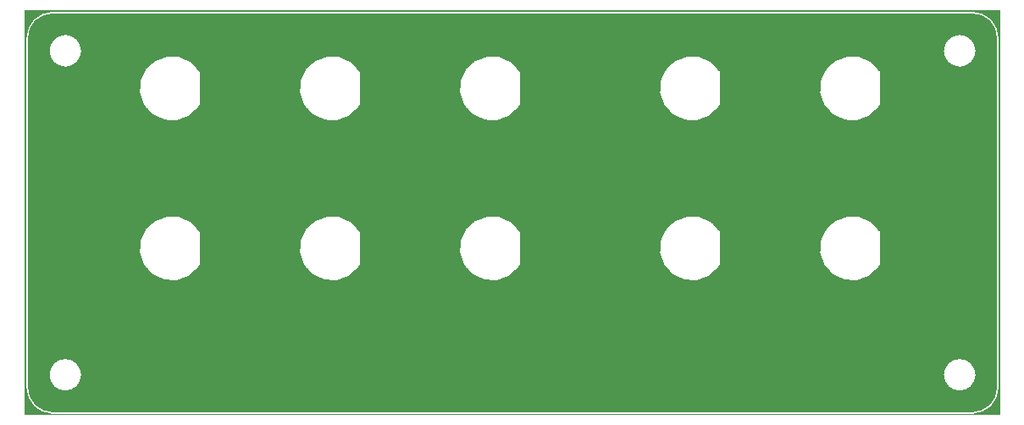
<source format=gbl>
G04 #@! TF.FileFunction,Copper,L2,Bot,Signal*
%FSLAX46Y46*%
G04 Gerber Fmt 4.6, Leading zero omitted, Abs format (unit mm)*
G04 Created by KiCad (PCBNEW no-bzr-kicad_new3d-viewer) date 06/27/16 23:32:51*
%MOMM*%
%LPD*%
G01*
G04 APERTURE LIST*
%ADD10C,0.100000*%
G04 APERTURE END LIST*
D10*
X33256034Y-37094890D02*
X130656034Y-37094890D01*
X33256034Y-37145690D02*
X130656034Y-37145690D01*
X128102071Y-37196490D02*
X130656034Y-37196490D01*
X33256034Y-37196490D02*
X35809996Y-37196490D01*
X128357460Y-37247290D02*
X130656034Y-37247290D01*
X33256034Y-37247290D02*
X35554607Y-37247290D01*
X128612850Y-37298090D02*
X130656034Y-37298090D01*
X33256034Y-37298090D02*
X35299217Y-37298090D01*
X128868239Y-37348890D02*
X130656034Y-37348890D01*
X33256034Y-37348890D02*
X35043828Y-37348890D01*
X129009775Y-37399690D02*
X130656034Y-37399690D01*
X33256034Y-37399690D02*
X34902292Y-37399690D01*
X129085803Y-37450490D02*
X130656034Y-37450490D01*
X33256034Y-37450490D02*
X34826264Y-37450490D01*
X129161830Y-37501290D02*
X130656034Y-37501290D01*
X33256034Y-37501290D02*
X34750237Y-37501290D01*
X129237858Y-37552090D02*
X130656034Y-37552090D01*
X33256034Y-37552090D02*
X34674209Y-37552090D01*
X129313885Y-37602890D02*
X130656034Y-37602890D01*
X33256034Y-37602890D02*
X34598182Y-37602890D01*
X129389913Y-37653690D02*
X130656034Y-37653690D01*
X33256034Y-37653690D02*
X34522154Y-37653690D01*
X129465940Y-37704490D02*
X130656034Y-37704490D01*
X33256034Y-37704490D02*
X34446126Y-37704490D01*
X129541968Y-37755290D02*
X130656034Y-37755290D01*
X33256034Y-37755290D02*
X34370099Y-37755290D01*
X129617995Y-37806090D02*
X130656034Y-37806090D01*
X33256034Y-37806090D02*
X34294071Y-37806090D01*
X129694023Y-37856890D02*
X130656034Y-37856890D01*
X33256034Y-37856890D02*
X34218044Y-37856890D01*
X129770051Y-37907690D02*
X130656034Y-37907690D01*
X33256034Y-37907690D02*
X34142016Y-37907690D01*
X129828278Y-37958490D02*
X130656034Y-37958490D01*
X33256034Y-37958490D02*
X34083789Y-37958490D01*
X129862221Y-38009290D02*
X130656034Y-38009290D01*
X33256034Y-38009290D02*
X34049846Y-38009290D01*
X129896165Y-38060090D02*
X130656034Y-38060090D01*
X33256034Y-38060090D02*
X34015902Y-38060090D01*
X129930108Y-38110890D02*
X130656034Y-38110890D01*
X33256034Y-38110890D02*
X33981959Y-38110890D01*
X129964052Y-38161690D02*
X130656034Y-38161690D01*
X33256034Y-38161690D02*
X33948015Y-38161690D01*
X129997995Y-38212490D02*
X130656034Y-38212490D01*
X33256034Y-38212490D02*
X33914072Y-38212490D01*
X130031939Y-38263290D02*
X130656034Y-38263290D01*
X33256034Y-38263290D02*
X33880128Y-38263290D01*
X130065882Y-38314090D02*
X130656034Y-38314090D01*
X33256034Y-38314090D02*
X33846185Y-38314090D01*
X130099826Y-38364890D02*
X130656034Y-38364890D01*
X33256034Y-38364890D02*
X33812241Y-38364890D01*
X130133769Y-38415690D02*
X130656034Y-38415690D01*
X33256034Y-38415690D02*
X33778298Y-38415690D01*
X130167713Y-38466490D02*
X130656034Y-38466490D01*
X33256034Y-38466490D02*
X33744354Y-38466490D01*
X130201656Y-38517290D02*
X130656034Y-38517290D01*
X33256034Y-38517290D02*
X33710411Y-38517290D01*
X130235599Y-38568090D02*
X130656034Y-38568090D01*
X33256034Y-38568090D02*
X33676468Y-38568090D01*
X130269543Y-38618890D02*
X130656034Y-38618890D01*
X33256034Y-38618890D02*
X33642524Y-38618890D01*
X130303486Y-38669690D02*
X130656034Y-38669690D01*
X33256034Y-38669690D02*
X33608581Y-38669690D01*
X130337430Y-38720490D02*
X130656034Y-38720490D01*
X33256034Y-38720490D02*
X33574637Y-38720490D01*
X130370725Y-38771290D02*
X130656034Y-38771290D01*
X33256034Y-38771290D02*
X33541342Y-38771290D01*
X130389980Y-38822090D02*
X130656034Y-38822090D01*
X33256034Y-38822090D02*
X33522087Y-38822090D01*
X130400085Y-38872890D02*
X130656034Y-38872890D01*
X33256034Y-38872890D02*
X33511982Y-38872890D01*
X130410190Y-38923690D02*
X130656034Y-38923690D01*
X33256034Y-38923690D02*
X33501877Y-38923690D01*
X130420295Y-38974490D02*
X130656034Y-38974490D01*
X33256034Y-38974490D02*
X33491772Y-38974490D01*
X130430399Y-39025290D02*
X130656034Y-39025290D01*
X33256034Y-39025290D02*
X33481668Y-39025290D01*
X130440504Y-39076090D02*
X130656034Y-39076090D01*
X33256034Y-39076090D02*
X33471563Y-39076090D01*
X130450609Y-39126890D02*
X130656034Y-39126890D01*
X33256034Y-39126890D02*
X33461458Y-39126890D01*
X130460714Y-39177690D02*
X130656034Y-39177690D01*
X33256034Y-39177690D02*
X33451353Y-39177690D01*
X130470818Y-39228490D02*
X130656034Y-39228490D01*
X33256034Y-39228490D02*
X33441249Y-39228490D01*
X130480923Y-39279290D02*
X130656034Y-39279290D01*
X33256034Y-39279290D02*
X33431144Y-39279290D01*
X130491028Y-39330090D02*
X130656034Y-39330090D01*
X33256034Y-39330090D02*
X33421039Y-39330090D01*
X130501133Y-39380890D02*
X130656034Y-39380890D01*
X33256034Y-39380890D02*
X33410934Y-39380890D01*
X130511237Y-39431690D02*
X130656034Y-39431690D01*
X33256034Y-39431690D02*
X33400830Y-39431690D01*
X130521342Y-39482490D02*
X130656034Y-39482490D01*
X33256034Y-39482490D02*
X33390725Y-39482490D01*
X130531447Y-39533290D02*
X130656034Y-39533290D01*
X33256034Y-39533290D02*
X33380620Y-39533290D01*
X130541551Y-39584090D02*
X130656034Y-39584090D01*
X33256034Y-39584090D02*
X33370516Y-39584090D01*
X130551656Y-39634890D02*
X130656034Y-39634890D01*
X33256034Y-39634890D02*
X33360411Y-39634890D01*
X130561761Y-39685690D02*
X130656034Y-39685690D01*
X33256034Y-39685690D02*
X33350306Y-39685690D01*
X130571866Y-39736490D02*
X130656034Y-39736490D01*
X33256034Y-39736490D02*
X33340201Y-39736490D01*
X130579522Y-39787290D02*
X130656034Y-39787290D01*
X33256034Y-39787290D02*
X33332545Y-39787290D01*
X130581034Y-39838090D02*
X130656034Y-39838090D01*
X33256034Y-39838090D02*
X33331034Y-39838090D01*
X130581034Y-39888890D02*
X130656034Y-39888890D01*
X33256034Y-39888890D02*
X33331034Y-39888890D01*
X130581034Y-39939690D02*
X130656034Y-39939690D01*
X33256034Y-39939690D02*
X33331034Y-39939690D01*
X130581034Y-39990490D02*
X130656034Y-39990490D01*
X33256034Y-39990490D02*
X33331034Y-39990490D01*
X130581034Y-40041290D02*
X130656034Y-40041290D01*
X33256034Y-40041290D02*
X33331034Y-40041290D01*
X130581034Y-40092090D02*
X130656034Y-40092090D01*
X33256034Y-40092090D02*
X33331034Y-40092090D01*
X130581034Y-40142890D02*
X130656034Y-40142890D01*
X33256034Y-40142890D02*
X33331034Y-40142890D01*
X130581034Y-40193690D02*
X130656034Y-40193690D01*
X33256034Y-40193690D02*
X33331034Y-40193690D01*
X130581034Y-40244490D02*
X130656034Y-40244490D01*
X33256034Y-40244490D02*
X33331034Y-40244490D01*
X130581034Y-40295290D02*
X130656034Y-40295290D01*
X33256034Y-40295290D02*
X33331034Y-40295290D01*
X130581034Y-40346090D02*
X130656034Y-40346090D01*
X33256034Y-40346090D02*
X33331034Y-40346090D01*
X130581034Y-40396890D02*
X130656034Y-40396890D01*
X33256034Y-40396890D02*
X33331034Y-40396890D01*
X130581034Y-40447690D02*
X130656034Y-40447690D01*
X33256034Y-40447690D02*
X33331034Y-40447690D01*
X130581034Y-40498490D02*
X130656034Y-40498490D01*
X33256034Y-40498490D02*
X33331034Y-40498490D01*
X130581034Y-40549290D02*
X130656034Y-40549290D01*
X33256034Y-40549290D02*
X33331034Y-40549290D01*
X130581034Y-40600090D02*
X130656034Y-40600090D01*
X33256034Y-40600090D02*
X33331034Y-40600090D01*
X130581034Y-40650890D02*
X130656034Y-40650890D01*
X33256034Y-40650890D02*
X33331034Y-40650890D01*
X130581034Y-40701690D02*
X130656034Y-40701690D01*
X33256034Y-40701690D02*
X33331034Y-40701690D01*
X130581034Y-40752490D02*
X130656034Y-40752490D01*
X33256034Y-40752490D02*
X33331034Y-40752490D01*
X130581034Y-40803290D02*
X130656034Y-40803290D01*
X33256034Y-40803290D02*
X33331034Y-40803290D01*
X130581034Y-40854090D02*
X130656034Y-40854090D01*
X33256034Y-40854090D02*
X33331034Y-40854090D01*
X130581034Y-40904890D02*
X130656034Y-40904890D01*
X33256034Y-40904890D02*
X33331034Y-40904890D01*
X130581034Y-40955690D02*
X130656034Y-40955690D01*
X33256034Y-40955690D02*
X33331034Y-40955690D01*
X130581034Y-41006490D02*
X130656034Y-41006490D01*
X33256034Y-41006490D02*
X33331034Y-41006490D01*
X130581034Y-41057290D02*
X130656034Y-41057290D01*
X33256034Y-41057290D02*
X33331034Y-41057290D01*
X130581034Y-41108090D02*
X130656034Y-41108090D01*
X33256034Y-41108090D02*
X33331034Y-41108090D01*
X130581034Y-41158890D02*
X130656034Y-41158890D01*
X33256034Y-41158890D02*
X33331034Y-41158890D01*
X130581034Y-41209690D02*
X130656034Y-41209690D01*
X33256034Y-41209690D02*
X33331034Y-41209690D01*
X130581034Y-41260490D02*
X130656034Y-41260490D01*
X33256034Y-41260490D02*
X33331034Y-41260490D01*
X130581034Y-41311290D02*
X130656034Y-41311290D01*
X33256034Y-41311290D02*
X33331034Y-41311290D01*
X130581034Y-41362090D02*
X130656034Y-41362090D01*
X33256034Y-41362090D02*
X33331034Y-41362090D01*
X130581034Y-41412890D02*
X130656034Y-41412890D01*
X33256034Y-41412890D02*
X33331034Y-41412890D01*
X130581034Y-41463690D02*
X130656034Y-41463690D01*
X33256034Y-41463690D02*
X33331034Y-41463690D01*
X130581034Y-41514490D02*
X130656034Y-41514490D01*
X33256034Y-41514490D02*
X33331034Y-41514490D01*
X130581034Y-41565290D02*
X130656034Y-41565290D01*
X33256034Y-41565290D02*
X33331034Y-41565290D01*
X130581034Y-41616090D02*
X130656034Y-41616090D01*
X33256034Y-41616090D02*
X33331034Y-41616090D01*
X130581034Y-41666890D02*
X130656034Y-41666890D01*
X33256034Y-41666890D02*
X33331034Y-41666890D01*
X130581034Y-41717690D02*
X130656034Y-41717690D01*
X33256034Y-41717690D02*
X33331034Y-41717690D01*
X130581034Y-41768490D02*
X130656034Y-41768490D01*
X33256034Y-41768490D02*
X33331034Y-41768490D01*
X130581034Y-41819290D02*
X130656034Y-41819290D01*
X33256034Y-41819290D02*
X33331034Y-41819290D01*
X130581034Y-41870090D02*
X130656034Y-41870090D01*
X33256034Y-41870090D02*
X33331034Y-41870090D01*
X130581034Y-41920890D02*
X130656034Y-41920890D01*
X33256034Y-41920890D02*
X33331034Y-41920890D01*
X130581034Y-41971690D02*
X130656034Y-41971690D01*
X33256034Y-41971690D02*
X33331034Y-41971690D01*
X130581034Y-42022490D02*
X130656034Y-42022490D01*
X33256034Y-42022490D02*
X33331034Y-42022490D01*
X130581034Y-42073290D02*
X130656034Y-42073290D01*
X33256034Y-42073290D02*
X33331034Y-42073290D01*
X130581034Y-42124090D02*
X130656034Y-42124090D01*
X33256034Y-42124090D02*
X33331034Y-42124090D01*
X130581034Y-42174890D02*
X130656034Y-42174890D01*
X33256034Y-42174890D02*
X33331034Y-42174890D01*
X130581034Y-42225690D02*
X130656034Y-42225690D01*
X33256034Y-42225690D02*
X33331034Y-42225690D01*
X130581034Y-42276490D02*
X130656034Y-42276490D01*
X33256034Y-42276490D02*
X33331034Y-42276490D01*
X130581034Y-42327290D02*
X130656034Y-42327290D01*
X33256034Y-42327290D02*
X33331034Y-42327290D01*
X130581034Y-42378090D02*
X130656034Y-42378090D01*
X33256034Y-42378090D02*
X33331034Y-42378090D01*
X130581034Y-42428890D02*
X130656034Y-42428890D01*
X33256034Y-42428890D02*
X33331034Y-42428890D01*
X130581034Y-42479690D02*
X130656034Y-42479690D01*
X33256034Y-42479690D02*
X33331034Y-42479690D01*
X130581034Y-42530490D02*
X130656034Y-42530490D01*
X33256034Y-42530490D02*
X33331034Y-42530490D01*
X130581034Y-42581290D02*
X130656034Y-42581290D01*
X33256034Y-42581290D02*
X33331034Y-42581290D01*
X130581034Y-42632090D02*
X130656034Y-42632090D01*
X33256034Y-42632090D02*
X33331034Y-42632090D01*
X130581034Y-42682890D02*
X130656034Y-42682890D01*
X33256034Y-42682890D02*
X33331034Y-42682890D01*
X130581034Y-42733690D02*
X130656034Y-42733690D01*
X33256034Y-42733690D02*
X33331034Y-42733690D01*
X130581034Y-42784490D02*
X130656034Y-42784490D01*
X33256034Y-42784490D02*
X33331034Y-42784490D01*
X130581034Y-42835290D02*
X130656034Y-42835290D01*
X33256034Y-42835290D02*
X33331034Y-42835290D01*
X130581034Y-42886090D02*
X130656034Y-42886090D01*
X33256034Y-42886090D02*
X33331034Y-42886090D01*
X130581034Y-42936890D02*
X130656034Y-42936890D01*
X33256034Y-42936890D02*
X33331034Y-42936890D01*
X130581034Y-42987690D02*
X130656034Y-42987690D01*
X33256034Y-42987690D02*
X33331034Y-42987690D01*
X130581034Y-43038490D02*
X130656034Y-43038490D01*
X33256034Y-43038490D02*
X33331034Y-43038490D01*
X130581034Y-43089290D02*
X130656034Y-43089290D01*
X33256034Y-43089290D02*
X33331034Y-43089290D01*
X130581034Y-43140090D02*
X130656034Y-43140090D01*
X33256034Y-43140090D02*
X33331034Y-43140090D01*
X130581034Y-43190890D02*
X130656034Y-43190890D01*
X33256034Y-43190890D02*
X33331034Y-43190890D01*
X130581034Y-43241690D02*
X130656034Y-43241690D01*
X33256034Y-43241690D02*
X33331034Y-43241690D01*
X130581034Y-43292490D02*
X130656034Y-43292490D01*
X33256034Y-43292490D02*
X33331034Y-43292490D01*
X130581034Y-43343290D02*
X130656034Y-43343290D01*
X33256034Y-43343290D02*
X33331034Y-43343290D01*
X130581034Y-43394090D02*
X130656034Y-43394090D01*
X33256034Y-43394090D02*
X33331034Y-43394090D01*
X130581034Y-43444890D02*
X130656034Y-43444890D01*
X33256034Y-43444890D02*
X33331034Y-43444890D01*
X130581034Y-43495690D02*
X130656034Y-43495690D01*
X33256034Y-43495690D02*
X33331034Y-43495690D01*
X130581034Y-43546490D02*
X130656034Y-43546490D01*
X33256034Y-43546490D02*
X33331034Y-43546490D01*
X130581034Y-43597290D02*
X130656034Y-43597290D01*
X33256034Y-43597290D02*
X33331034Y-43597290D01*
X130581034Y-43648090D02*
X130656034Y-43648090D01*
X33256034Y-43648090D02*
X33331034Y-43648090D01*
X130581034Y-43698890D02*
X130656034Y-43698890D01*
X33256034Y-43698890D02*
X33331034Y-43698890D01*
X130581034Y-43749690D02*
X130656034Y-43749690D01*
X33256034Y-43749690D02*
X33331034Y-43749690D01*
X130581034Y-43800490D02*
X130656034Y-43800490D01*
X33256034Y-43800490D02*
X33331034Y-43800490D01*
X130581034Y-43851290D02*
X130656034Y-43851290D01*
X33256034Y-43851290D02*
X33331034Y-43851290D01*
X130581034Y-43902090D02*
X130656034Y-43902090D01*
X33256034Y-43902090D02*
X33331034Y-43902090D01*
X130581034Y-43952890D02*
X130656034Y-43952890D01*
X33256034Y-43952890D02*
X33331034Y-43952890D01*
X130581034Y-44003690D02*
X130656034Y-44003690D01*
X33256034Y-44003690D02*
X33331034Y-44003690D01*
X130581034Y-44054490D02*
X130656034Y-44054490D01*
X33256034Y-44054490D02*
X33331034Y-44054490D01*
X130581034Y-44105290D02*
X130656034Y-44105290D01*
X33256034Y-44105290D02*
X33331034Y-44105290D01*
X130581034Y-44156090D02*
X130656034Y-44156090D01*
X33256034Y-44156090D02*
X33331034Y-44156090D01*
X130581034Y-44206890D02*
X130656034Y-44206890D01*
X33256034Y-44206890D02*
X33331034Y-44206890D01*
X130581034Y-44257690D02*
X130656034Y-44257690D01*
X33256034Y-44257690D02*
X33331034Y-44257690D01*
X130581034Y-44308490D02*
X130656034Y-44308490D01*
X33256034Y-44308490D02*
X33331034Y-44308490D01*
X130581034Y-44359290D02*
X130656034Y-44359290D01*
X33256034Y-44359290D02*
X33331034Y-44359290D01*
X130581034Y-44410090D02*
X130656034Y-44410090D01*
X33256034Y-44410090D02*
X33331034Y-44410090D01*
X130581034Y-44460890D02*
X130656034Y-44460890D01*
X33256034Y-44460890D02*
X33331034Y-44460890D01*
X130581034Y-44511690D02*
X130656034Y-44511690D01*
X33256034Y-44511690D02*
X33331034Y-44511690D01*
X130581034Y-44562490D02*
X130656034Y-44562490D01*
X33256034Y-44562490D02*
X33331034Y-44562490D01*
X130581034Y-44613290D02*
X130656034Y-44613290D01*
X33256034Y-44613290D02*
X33331034Y-44613290D01*
X130581034Y-44664090D02*
X130656034Y-44664090D01*
X33256034Y-44664090D02*
X33331034Y-44664090D01*
X130581034Y-44714890D02*
X130656034Y-44714890D01*
X33256034Y-44714890D02*
X33331034Y-44714890D01*
X130581034Y-44765690D02*
X130656034Y-44765690D01*
X33256034Y-44765690D02*
X33331034Y-44765690D01*
X130581034Y-44816490D02*
X130656034Y-44816490D01*
X33256034Y-44816490D02*
X33331034Y-44816490D01*
X130581034Y-44867290D02*
X130656034Y-44867290D01*
X33256034Y-44867290D02*
X33331034Y-44867290D01*
X130581034Y-44918090D02*
X130656034Y-44918090D01*
X33256034Y-44918090D02*
X33331034Y-44918090D01*
X130581034Y-44968890D02*
X130656034Y-44968890D01*
X33256034Y-44968890D02*
X33331034Y-44968890D01*
X130581034Y-45019690D02*
X130656034Y-45019690D01*
X33256034Y-45019690D02*
X33331034Y-45019690D01*
X130581034Y-45070490D02*
X130656034Y-45070490D01*
X33256034Y-45070490D02*
X33331034Y-45070490D01*
X130581034Y-45121290D02*
X130656034Y-45121290D01*
X33256034Y-45121290D02*
X33331034Y-45121290D01*
X130581034Y-45172090D02*
X130656034Y-45172090D01*
X33256034Y-45172090D02*
X33331034Y-45172090D01*
X130581034Y-45222890D02*
X130656034Y-45222890D01*
X33256034Y-45222890D02*
X33331034Y-45222890D01*
X130581034Y-45273690D02*
X130656034Y-45273690D01*
X33256034Y-45273690D02*
X33331034Y-45273690D01*
X130581034Y-45324490D02*
X130656034Y-45324490D01*
X33256034Y-45324490D02*
X33331034Y-45324490D01*
X130581034Y-45375290D02*
X130656034Y-45375290D01*
X33256034Y-45375290D02*
X33331034Y-45375290D01*
X130581034Y-45426090D02*
X130656034Y-45426090D01*
X33256034Y-45426090D02*
X33331034Y-45426090D01*
X130581034Y-45476890D02*
X130656034Y-45476890D01*
X33256034Y-45476890D02*
X33331034Y-45476890D01*
X130581034Y-45527690D02*
X130656034Y-45527690D01*
X33256034Y-45527690D02*
X33331034Y-45527690D01*
X130581034Y-45578490D02*
X130656034Y-45578490D01*
X33256034Y-45578490D02*
X33331034Y-45578490D01*
X130581034Y-45629290D02*
X130656034Y-45629290D01*
X33256034Y-45629290D02*
X33331034Y-45629290D01*
X130581034Y-45680090D02*
X130656034Y-45680090D01*
X33256034Y-45680090D02*
X33331034Y-45680090D01*
X130581034Y-45730890D02*
X130656034Y-45730890D01*
X33256034Y-45730890D02*
X33331034Y-45730890D01*
X130581034Y-45781690D02*
X130656034Y-45781690D01*
X33256034Y-45781690D02*
X33331034Y-45781690D01*
X130581034Y-45832490D02*
X130656034Y-45832490D01*
X33256034Y-45832490D02*
X33331034Y-45832490D01*
X130581034Y-45883290D02*
X130656034Y-45883290D01*
X33256034Y-45883290D02*
X33331034Y-45883290D01*
X130581034Y-45934090D02*
X130656034Y-45934090D01*
X33256034Y-45934090D02*
X33331034Y-45934090D01*
X130581034Y-45984890D02*
X130656034Y-45984890D01*
X33256034Y-45984890D02*
X33331034Y-45984890D01*
X130581034Y-46035690D02*
X130656034Y-46035690D01*
X33256034Y-46035690D02*
X33331034Y-46035690D01*
X130581034Y-46086490D02*
X130656034Y-46086490D01*
X33256034Y-46086490D02*
X33331034Y-46086490D01*
X130581034Y-46137290D02*
X130656034Y-46137290D01*
X33256034Y-46137290D02*
X33331034Y-46137290D01*
X130581034Y-46188090D02*
X130656034Y-46188090D01*
X33256034Y-46188090D02*
X33331034Y-46188090D01*
X130581034Y-46238890D02*
X130656034Y-46238890D01*
X33256034Y-46238890D02*
X33331034Y-46238890D01*
X130581034Y-46289690D02*
X130656034Y-46289690D01*
X33256034Y-46289690D02*
X33331034Y-46289690D01*
X130581034Y-46340490D02*
X130656034Y-46340490D01*
X33256034Y-46340490D02*
X33331034Y-46340490D01*
X130581034Y-46391290D02*
X130656034Y-46391290D01*
X33256034Y-46391290D02*
X33331034Y-46391290D01*
X130581034Y-46442090D02*
X130656034Y-46442090D01*
X33256034Y-46442090D02*
X33331034Y-46442090D01*
X130581034Y-46492890D02*
X130656034Y-46492890D01*
X33256034Y-46492890D02*
X33331034Y-46492890D01*
X130581034Y-46543690D02*
X130656034Y-46543690D01*
X33256034Y-46543690D02*
X33331034Y-46543690D01*
X130581034Y-46594490D02*
X130656034Y-46594490D01*
X33256034Y-46594490D02*
X33331034Y-46594490D01*
X130581034Y-46645290D02*
X130656034Y-46645290D01*
X33256034Y-46645290D02*
X33331034Y-46645290D01*
X130581034Y-46696090D02*
X130656034Y-46696090D01*
X33256034Y-46696090D02*
X33331034Y-46696090D01*
X130581034Y-46746890D02*
X130656034Y-46746890D01*
X33256034Y-46746890D02*
X33331034Y-46746890D01*
X130581034Y-46797690D02*
X130656034Y-46797690D01*
X33256034Y-46797690D02*
X33331034Y-46797690D01*
X130581034Y-46848490D02*
X130656034Y-46848490D01*
X33256034Y-46848490D02*
X33331034Y-46848490D01*
X130581034Y-46899290D02*
X130656034Y-46899290D01*
X33256034Y-46899290D02*
X33331034Y-46899290D01*
X130581034Y-46950090D02*
X130656034Y-46950090D01*
X33256034Y-46950090D02*
X33331034Y-46950090D01*
X130581034Y-47000890D02*
X130656034Y-47000890D01*
X33256034Y-47000890D02*
X33331034Y-47000890D01*
X130581034Y-47051690D02*
X130656034Y-47051690D01*
X33256034Y-47051690D02*
X33331034Y-47051690D01*
X130581034Y-47102490D02*
X130656034Y-47102490D01*
X33256034Y-47102490D02*
X33331034Y-47102490D01*
X130581034Y-47153290D02*
X130656034Y-47153290D01*
X33256034Y-47153290D02*
X33331034Y-47153290D01*
X130581034Y-47204090D02*
X130656034Y-47204090D01*
X33256034Y-47204090D02*
X33331034Y-47204090D01*
X130581034Y-47254890D02*
X130656034Y-47254890D01*
X33256034Y-47254890D02*
X33331034Y-47254890D01*
X130581034Y-47305690D02*
X130656034Y-47305690D01*
X33256034Y-47305690D02*
X33331034Y-47305690D01*
X130581034Y-47356490D02*
X130656034Y-47356490D01*
X33256034Y-47356490D02*
X33331034Y-47356490D01*
X130581034Y-47407290D02*
X130656034Y-47407290D01*
X33256034Y-47407290D02*
X33331034Y-47407290D01*
X130581034Y-47458090D02*
X130656034Y-47458090D01*
X33256034Y-47458090D02*
X33331034Y-47458090D01*
X130581034Y-47508890D02*
X130656034Y-47508890D01*
X33256034Y-47508890D02*
X33331034Y-47508890D01*
X130581034Y-47559690D02*
X130656034Y-47559690D01*
X33256034Y-47559690D02*
X33331034Y-47559690D01*
X130581034Y-47610490D02*
X130656034Y-47610490D01*
X33256034Y-47610490D02*
X33331034Y-47610490D01*
X130581034Y-47661290D02*
X130656034Y-47661290D01*
X33256034Y-47661290D02*
X33331034Y-47661290D01*
X130581034Y-47712090D02*
X130656034Y-47712090D01*
X33256034Y-47712090D02*
X33331034Y-47712090D01*
X130581034Y-47762890D02*
X130656034Y-47762890D01*
X33256034Y-47762890D02*
X33331034Y-47762890D01*
X130581034Y-47813690D02*
X130656034Y-47813690D01*
X33256034Y-47813690D02*
X33331034Y-47813690D01*
X130581034Y-47864490D02*
X130656034Y-47864490D01*
X33256034Y-47864490D02*
X33331034Y-47864490D01*
X130581034Y-47915290D02*
X130656034Y-47915290D01*
X33256034Y-47915290D02*
X33331034Y-47915290D01*
X130581034Y-47966090D02*
X130656034Y-47966090D01*
X33256034Y-47966090D02*
X33331034Y-47966090D01*
X130581034Y-48016890D02*
X130656034Y-48016890D01*
X33256034Y-48016890D02*
X33331034Y-48016890D01*
X130581034Y-48067690D02*
X130656034Y-48067690D01*
X33256034Y-48067690D02*
X33331034Y-48067690D01*
X130581034Y-48118490D02*
X130656034Y-48118490D01*
X33256034Y-48118490D02*
X33331034Y-48118490D01*
X130581034Y-48169290D02*
X130656034Y-48169290D01*
X33256034Y-48169290D02*
X33331034Y-48169290D01*
X130581034Y-48220090D02*
X130656034Y-48220090D01*
X33256034Y-48220090D02*
X33331034Y-48220090D01*
X130581034Y-48270890D02*
X130656034Y-48270890D01*
X33256034Y-48270890D02*
X33331034Y-48270890D01*
X130581034Y-48321690D02*
X130656034Y-48321690D01*
X33256034Y-48321690D02*
X33331034Y-48321690D01*
X130581034Y-48372490D02*
X130656034Y-48372490D01*
X33256034Y-48372490D02*
X33331034Y-48372490D01*
X130581034Y-48423290D02*
X130656034Y-48423290D01*
X33256034Y-48423290D02*
X33331034Y-48423290D01*
X130581034Y-48474090D02*
X130656034Y-48474090D01*
X33256034Y-48474090D02*
X33331034Y-48474090D01*
X130581034Y-48524890D02*
X130656034Y-48524890D01*
X33256034Y-48524890D02*
X33331034Y-48524890D01*
X130581034Y-48575690D02*
X130656034Y-48575690D01*
X33256034Y-48575690D02*
X33331034Y-48575690D01*
X130581034Y-48626490D02*
X130656034Y-48626490D01*
X33256034Y-48626490D02*
X33331034Y-48626490D01*
X130581034Y-48677290D02*
X130656034Y-48677290D01*
X33256034Y-48677290D02*
X33331034Y-48677290D01*
X130581034Y-48728090D02*
X130656034Y-48728090D01*
X33256034Y-48728090D02*
X33331034Y-48728090D01*
X130581034Y-48778890D02*
X130656034Y-48778890D01*
X33256034Y-48778890D02*
X33331034Y-48778890D01*
X130581034Y-48829690D02*
X130656034Y-48829690D01*
X33256034Y-48829690D02*
X33331034Y-48829690D01*
X130581034Y-48880490D02*
X130656034Y-48880490D01*
X33256034Y-48880490D02*
X33331034Y-48880490D01*
X130581034Y-48931290D02*
X130656034Y-48931290D01*
X33256034Y-48931290D02*
X33331034Y-48931290D01*
X130581034Y-48982090D02*
X130656034Y-48982090D01*
X33256034Y-48982090D02*
X33331034Y-48982090D01*
X130581034Y-49032890D02*
X130656034Y-49032890D01*
X33256034Y-49032890D02*
X33331034Y-49032890D01*
X130581034Y-49083690D02*
X130656034Y-49083690D01*
X33256034Y-49083690D02*
X33331034Y-49083690D01*
X130581034Y-49134490D02*
X130656034Y-49134490D01*
X33256034Y-49134490D02*
X33331034Y-49134490D01*
X130581034Y-49185290D02*
X130656034Y-49185290D01*
X33256034Y-49185290D02*
X33331034Y-49185290D01*
X130581034Y-49236090D02*
X130656034Y-49236090D01*
X33256034Y-49236090D02*
X33331034Y-49236090D01*
X130581034Y-49286890D02*
X130656034Y-49286890D01*
X33256034Y-49286890D02*
X33331034Y-49286890D01*
X130581034Y-49337690D02*
X130656034Y-49337690D01*
X33256034Y-49337690D02*
X33331034Y-49337690D01*
X130581034Y-49388490D02*
X130656034Y-49388490D01*
X33256034Y-49388490D02*
X33331034Y-49388490D01*
X130581034Y-49439290D02*
X130656034Y-49439290D01*
X33256034Y-49439290D02*
X33331034Y-49439290D01*
X130581034Y-49490090D02*
X130656034Y-49490090D01*
X33256034Y-49490090D02*
X33331034Y-49490090D01*
X130581034Y-49540890D02*
X130656034Y-49540890D01*
X33256034Y-49540890D02*
X33331034Y-49540890D01*
X130581034Y-49591690D02*
X130656034Y-49591690D01*
X33256034Y-49591690D02*
X33331034Y-49591690D01*
X130581034Y-49642490D02*
X130656034Y-49642490D01*
X33256034Y-49642490D02*
X33331034Y-49642490D01*
X130581034Y-49693290D02*
X130656034Y-49693290D01*
X33256034Y-49693290D02*
X33331034Y-49693290D01*
X130581034Y-49744090D02*
X130656034Y-49744090D01*
X33256034Y-49744090D02*
X33331034Y-49744090D01*
X130581034Y-49794890D02*
X130656034Y-49794890D01*
X33256034Y-49794890D02*
X33331034Y-49794890D01*
X130581034Y-49845690D02*
X130656034Y-49845690D01*
X33256034Y-49845690D02*
X33331034Y-49845690D01*
X130581034Y-49896490D02*
X130656034Y-49896490D01*
X33256034Y-49896490D02*
X33331034Y-49896490D01*
X130581034Y-49947290D02*
X130656034Y-49947290D01*
X33256034Y-49947290D02*
X33331034Y-49947290D01*
X130581034Y-49998090D02*
X130656034Y-49998090D01*
X33256034Y-49998090D02*
X33331034Y-49998090D01*
X130581034Y-50048890D02*
X130656034Y-50048890D01*
X33256034Y-50048890D02*
X33331034Y-50048890D01*
X130581034Y-50099690D02*
X130656034Y-50099690D01*
X33256034Y-50099690D02*
X33331034Y-50099690D01*
X130581034Y-50150490D02*
X130656034Y-50150490D01*
X33256034Y-50150490D02*
X33331034Y-50150490D01*
X130581034Y-50201290D02*
X130656034Y-50201290D01*
X33256034Y-50201290D02*
X33331034Y-50201290D01*
X130581034Y-50252090D02*
X130656034Y-50252090D01*
X33256034Y-50252090D02*
X33331034Y-50252090D01*
X130581034Y-50302890D02*
X130656034Y-50302890D01*
X33256034Y-50302890D02*
X33331034Y-50302890D01*
X130581034Y-50353690D02*
X130656034Y-50353690D01*
X33256034Y-50353690D02*
X33331034Y-50353690D01*
X130581034Y-50404490D02*
X130656034Y-50404490D01*
X33256034Y-50404490D02*
X33331034Y-50404490D01*
X130581034Y-50455290D02*
X130656034Y-50455290D01*
X33256034Y-50455290D02*
X33331034Y-50455290D01*
X130581034Y-50506090D02*
X130656034Y-50506090D01*
X33256034Y-50506090D02*
X33331034Y-50506090D01*
X130581034Y-50556890D02*
X130656034Y-50556890D01*
X33256034Y-50556890D02*
X33331034Y-50556890D01*
X130581034Y-50607690D02*
X130656034Y-50607690D01*
X33256034Y-50607690D02*
X33331034Y-50607690D01*
X130581034Y-50658490D02*
X130656034Y-50658490D01*
X33256034Y-50658490D02*
X33331034Y-50658490D01*
X130581034Y-50709290D02*
X130656034Y-50709290D01*
X33256034Y-50709290D02*
X33331034Y-50709290D01*
X130581034Y-50760090D02*
X130656034Y-50760090D01*
X33256034Y-50760090D02*
X33331034Y-50760090D01*
X130581034Y-50810890D02*
X130656034Y-50810890D01*
X33256034Y-50810890D02*
X33331034Y-50810890D01*
X130581034Y-50861690D02*
X130656034Y-50861690D01*
X33256034Y-50861690D02*
X33331034Y-50861690D01*
X130581034Y-50912490D02*
X130656034Y-50912490D01*
X33256034Y-50912490D02*
X33331034Y-50912490D01*
X130581034Y-50963290D02*
X130656034Y-50963290D01*
X33256034Y-50963290D02*
X33331034Y-50963290D01*
X130581034Y-51014090D02*
X130656034Y-51014090D01*
X33256034Y-51014090D02*
X33331034Y-51014090D01*
X130581034Y-51064890D02*
X130656034Y-51064890D01*
X33256034Y-51064890D02*
X33331034Y-51064890D01*
X130581034Y-51115690D02*
X130656034Y-51115690D01*
X33256034Y-51115690D02*
X33331034Y-51115690D01*
X130581034Y-51166490D02*
X130656034Y-51166490D01*
X33256034Y-51166490D02*
X33331034Y-51166490D01*
X130581034Y-51217290D02*
X130656034Y-51217290D01*
X33256034Y-51217290D02*
X33331034Y-51217290D01*
X130581034Y-51268090D02*
X130656034Y-51268090D01*
X33256034Y-51268090D02*
X33331034Y-51268090D01*
X130581034Y-51318890D02*
X130656034Y-51318890D01*
X33256034Y-51318890D02*
X33331034Y-51318890D01*
X130581034Y-51369690D02*
X130656034Y-51369690D01*
X33256034Y-51369690D02*
X33331034Y-51369690D01*
X130581034Y-51420490D02*
X130656034Y-51420490D01*
X33256034Y-51420490D02*
X33331034Y-51420490D01*
X130581034Y-51471290D02*
X130656034Y-51471290D01*
X33256034Y-51471290D02*
X33331034Y-51471290D01*
X130581034Y-51522090D02*
X130656034Y-51522090D01*
X33256034Y-51522090D02*
X33331034Y-51522090D01*
X130581034Y-51572890D02*
X130656034Y-51572890D01*
X33256034Y-51572890D02*
X33331034Y-51572890D01*
X130581034Y-51623690D02*
X130656034Y-51623690D01*
X33256034Y-51623690D02*
X33331034Y-51623690D01*
X130581034Y-51674490D02*
X130656034Y-51674490D01*
X33256034Y-51674490D02*
X33331034Y-51674490D01*
X130581034Y-51725290D02*
X130656034Y-51725290D01*
X33256034Y-51725290D02*
X33331034Y-51725290D01*
X130581034Y-51776090D02*
X130656034Y-51776090D01*
X33256034Y-51776090D02*
X33331034Y-51776090D01*
X130581034Y-51826890D02*
X130656034Y-51826890D01*
X33256034Y-51826890D02*
X33331034Y-51826890D01*
X130581034Y-51877690D02*
X130656034Y-51877690D01*
X33256034Y-51877690D02*
X33331034Y-51877690D01*
X130581034Y-51928490D02*
X130656034Y-51928490D01*
X33256034Y-51928490D02*
X33331034Y-51928490D01*
X130581034Y-51979290D02*
X130656034Y-51979290D01*
X33256034Y-51979290D02*
X33331034Y-51979290D01*
X130581034Y-52030090D02*
X130656034Y-52030090D01*
X33256034Y-52030090D02*
X33331034Y-52030090D01*
X130581034Y-52080890D02*
X130656034Y-52080890D01*
X33256034Y-52080890D02*
X33331034Y-52080890D01*
X130581034Y-52131690D02*
X130656034Y-52131690D01*
X33256034Y-52131690D02*
X33331034Y-52131690D01*
X130581034Y-52182490D02*
X130656034Y-52182490D01*
X33256034Y-52182490D02*
X33331034Y-52182490D01*
X130581034Y-52233290D02*
X130656034Y-52233290D01*
X33256034Y-52233290D02*
X33331034Y-52233290D01*
X130581034Y-52284090D02*
X130656034Y-52284090D01*
X33256034Y-52284090D02*
X33331034Y-52284090D01*
X130581034Y-52334890D02*
X130656034Y-52334890D01*
X33256034Y-52334890D02*
X33331034Y-52334890D01*
X130581034Y-52385690D02*
X130656034Y-52385690D01*
X33256034Y-52385690D02*
X33331034Y-52385690D01*
X130581034Y-52436490D02*
X130656034Y-52436490D01*
X33256034Y-52436490D02*
X33331034Y-52436490D01*
X130581034Y-52487290D02*
X130656034Y-52487290D01*
X33256034Y-52487290D02*
X33331034Y-52487290D01*
X130581034Y-52538090D02*
X130656034Y-52538090D01*
X33256034Y-52538090D02*
X33331034Y-52538090D01*
X130581034Y-52588890D02*
X130656034Y-52588890D01*
X33256034Y-52588890D02*
X33331034Y-52588890D01*
X130581034Y-52639690D02*
X130656034Y-52639690D01*
X33256034Y-52639690D02*
X33331034Y-52639690D01*
X130581034Y-52690490D02*
X130656034Y-52690490D01*
X33256034Y-52690490D02*
X33331034Y-52690490D01*
X130581034Y-52741290D02*
X130656034Y-52741290D01*
X33256034Y-52741290D02*
X33331034Y-52741290D01*
X130581034Y-52792090D02*
X130656034Y-52792090D01*
X33256034Y-52792090D02*
X33331034Y-52792090D01*
X130581034Y-52842890D02*
X130656034Y-52842890D01*
X33256034Y-52842890D02*
X33331034Y-52842890D01*
X130581034Y-52893690D02*
X130656034Y-52893690D01*
X33256034Y-52893690D02*
X33331034Y-52893690D01*
X130581034Y-52944490D02*
X130656034Y-52944490D01*
X33256034Y-52944490D02*
X33331034Y-52944490D01*
X130581034Y-52995290D02*
X130656034Y-52995290D01*
X33256034Y-52995290D02*
X33331034Y-52995290D01*
X130581034Y-53046090D02*
X130656034Y-53046090D01*
X33256034Y-53046090D02*
X33331034Y-53046090D01*
X130581034Y-53096890D02*
X130656034Y-53096890D01*
X33256034Y-53096890D02*
X33331034Y-53096890D01*
X130581034Y-53147690D02*
X130656034Y-53147690D01*
X33256034Y-53147690D02*
X33331034Y-53147690D01*
X130581034Y-53198490D02*
X130656034Y-53198490D01*
X33256034Y-53198490D02*
X33331034Y-53198490D01*
X130581034Y-53249290D02*
X130656034Y-53249290D01*
X33256034Y-53249290D02*
X33331034Y-53249290D01*
X130581034Y-53300090D02*
X130656034Y-53300090D01*
X33256034Y-53300090D02*
X33331034Y-53300090D01*
X130581034Y-53350890D02*
X130656034Y-53350890D01*
X33256034Y-53350890D02*
X33331034Y-53350890D01*
X130581034Y-53401690D02*
X130656034Y-53401690D01*
X33256034Y-53401690D02*
X33331034Y-53401690D01*
X130581034Y-53452490D02*
X130656034Y-53452490D01*
X33256034Y-53452490D02*
X33331034Y-53452490D01*
X130581034Y-53503290D02*
X130656034Y-53503290D01*
X33256034Y-53503290D02*
X33331034Y-53503290D01*
X130581034Y-53554090D02*
X130656034Y-53554090D01*
X33256034Y-53554090D02*
X33331034Y-53554090D01*
X130581034Y-53604890D02*
X130656034Y-53604890D01*
X33256034Y-53604890D02*
X33331034Y-53604890D01*
X130581034Y-53655690D02*
X130656034Y-53655690D01*
X33256034Y-53655690D02*
X33331034Y-53655690D01*
X130581034Y-53706490D02*
X130656034Y-53706490D01*
X33256034Y-53706490D02*
X33331034Y-53706490D01*
X130581034Y-53757290D02*
X130656034Y-53757290D01*
X33256034Y-53757290D02*
X33331034Y-53757290D01*
X130581034Y-53808090D02*
X130656034Y-53808090D01*
X33256034Y-53808090D02*
X33331034Y-53808090D01*
X130581034Y-53858890D02*
X130656034Y-53858890D01*
X33256034Y-53858890D02*
X33331034Y-53858890D01*
X130581034Y-53909690D02*
X130656034Y-53909690D01*
X33256034Y-53909690D02*
X33331034Y-53909690D01*
X130581034Y-53960490D02*
X130656034Y-53960490D01*
X33256034Y-53960490D02*
X33331034Y-53960490D01*
X130581034Y-54011290D02*
X130656034Y-54011290D01*
X33256034Y-54011290D02*
X33331034Y-54011290D01*
X130581034Y-54062090D02*
X130656034Y-54062090D01*
X33256034Y-54062090D02*
X33331034Y-54062090D01*
X130581034Y-54112890D02*
X130656034Y-54112890D01*
X33256034Y-54112890D02*
X33331034Y-54112890D01*
X130581034Y-54163690D02*
X130656034Y-54163690D01*
X33256034Y-54163690D02*
X33331034Y-54163690D01*
X130581034Y-54214490D02*
X130656034Y-54214490D01*
X33256034Y-54214490D02*
X33331034Y-54214490D01*
X130581034Y-54265290D02*
X130656034Y-54265290D01*
X33256034Y-54265290D02*
X33331034Y-54265290D01*
X130581034Y-54316090D02*
X130656034Y-54316090D01*
X33256034Y-54316090D02*
X33331034Y-54316090D01*
X130581034Y-54366890D02*
X130656034Y-54366890D01*
X33256034Y-54366890D02*
X33331034Y-54366890D01*
X130581034Y-54417690D02*
X130656034Y-54417690D01*
X33256034Y-54417690D02*
X33331034Y-54417690D01*
X130581034Y-54468490D02*
X130656034Y-54468490D01*
X33256034Y-54468490D02*
X33331034Y-54468490D01*
X130581034Y-54519290D02*
X130656034Y-54519290D01*
X33256034Y-54519290D02*
X33331034Y-54519290D01*
X130581034Y-54570090D02*
X130656034Y-54570090D01*
X33256034Y-54570090D02*
X33331034Y-54570090D01*
X130581034Y-54620890D02*
X130656034Y-54620890D01*
X33256034Y-54620890D02*
X33331034Y-54620890D01*
X130581034Y-54671690D02*
X130656034Y-54671690D01*
X33256034Y-54671690D02*
X33331034Y-54671690D01*
X130581034Y-54722490D02*
X130656034Y-54722490D01*
X33256034Y-54722490D02*
X33331034Y-54722490D01*
X130581034Y-54773290D02*
X130656034Y-54773290D01*
X33256034Y-54773290D02*
X33331034Y-54773290D01*
X130581034Y-54824090D02*
X130656034Y-54824090D01*
X33256034Y-54824090D02*
X33331034Y-54824090D01*
X130581034Y-54874890D02*
X130656034Y-54874890D01*
X33256034Y-54874890D02*
X33331034Y-54874890D01*
X130581034Y-54925690D02*
X130656034Y-54925690D01*
X33256034Y-54925690D02*
X33331034Y-54925690D01*
X130581034Y-54976490D02*
X130656034Y-54976490D01*
X33256034Y-54976490D02*
X33331034Y-54976490D01*
X130581034Y-55027290D02*
X130656034Y-55027290D01*
X33256034Y-55027290D02*
X33331034Y-55027290D01*
X130581034Y-55078090D02*
X130656034Y-55078090D01*
X33256034Y-55078090D02*
X33331034Y-55078090D01*
X130581034Y-55128890D02*
X130656034Y-55128890D01*
X33256034Y-55128890D02*
X33331034Y-55128890D01*
X130581034Y-55179690D02*
X130656034Y-55179690D01*
X33256034Y-55179690D02*
X33331034Y-55179690D01*
X130581034Y-55230490D02*
X130656034Y-55230490D01*
X33256034Y-55230490D02*
X33331034Y-55230490D01*
X130581034Y-55281290D02*
X130656034Y-55281290D01*
X33256034Y-55281290D02*
X33331034Y-55281290D01*
X130581034Y-55332090D02*
X130656034Y-55332090D01*
X33256034Y-55332090D02*
X33331034Y-55332090D01*
X130581034Y-55382890D02*
X130656034Y-55382890D01*
X33256034Y-55382890D02*
X33331034Y-55382890D01*
X130581034Y-55433690D02*
X130656034Y-55433690D01*
X33256034Y-55433690D02*
X33331034Y-55433690D01*
X130581034Y-55484490D02*
X130656034Y-55484490D01*
X33256034Y-55484490D02*
X33331034Y-55484490D01*
X130581034Y-55535290D02*
X130656034Y-55535290D01*
X33256034Y-55535290D02*
X33331034Y-55535290D01*
X130581034Y-55586090D02*
X130656034Y-55586090D01*
X33256034Y-55586090D02*
X33331034Y-55586090D01*
X130581034Y-55636890D02*
X130656034Y-55636890D01*
X33256034Y-55636890D02*
X33331034Y-55636890D01*
X130581034Y-55687690D02*
X130656034Y-55687690D01*
X33256034Y-55687690D02*
X33331034Y-55687690D01*
X130581034Y-55738490D02*
X130656034Y-55738490D01*
X33256034Y-55738490D02*
X33331034Y-55738490D01*
X130581034Y-55789290D02*
X130656034Y-55789290D01*
X33256034Y-55789290D02*
X33331034Y-55789290D01*
X130581034Y-55840090D02*
X130656034Y-55840090D01*
X33256034Y-55840090D02*
X33331034Y-55840090D01*
X130581034Y-55890890D02*
X130656034Y-55890890D01*
X33256034Y-55890890D02*
X33331034Y-55890890D01*
X130581034Y-55941690D02*
X130656034Y-55941690D01*
X33256034Y-55941690D02*
X33331034Y-55941690D01*
X130581034Y-55992490D02*
X130656034Y-55992490D01*
X33256034Y-55992490D02*
X33331034Y-55992490D01*
X130581034Y-56043290D02*
X130656034Y-56043290D01*
X33256034Y-56043290D02*
X33331034Y-56043290D01*
X130581034Y-56094090D02*
X130656034Y-56094090D01*
X33256034Y-56094090D02*
X33331034Y-56094090D01*
X130581034Y-56144890D02*
X130656034Y-56144890D01*
X33256034Y-56144890D02*
X33331034Y-56144890D01*
X130581034Y-56195690D02*
X130656034Y-56195690D01*
X33256034Y-56195690D02*
X33331034Y-56195690D01*
X130581034Y-56246490D02*
X130656034Y-56246490D01*
X33256034Y-56246490D02*
X33331034Y-56246490D01*
X130581034Y-56297290D02*
X130656034Y-56297290D01*
X33256034Y-56297290D02*
X33331034Y-56297290D01*
X130581034Y-56348090D02*
X130656034Y-56348090D01*
X33256034Y-56348090D02*
X33331034Y-56348090D01*
X130581034Y-56398890D02*
X130656034Y-56398890D01*
X33256034Y-56398890D02*
X33331034Y-56398890D01*
X130581034Y-56449690D02*
X130656034Y-56449690D01*
X33256034Y-56449690D02*
X33331034Y-56449690D01*
X130581034Y-56500490D02*
X130656034Y-56500490D01*
X33256034Y-56500490D02*
X33331034Y-56500490D01*
X130581034Y-56551290D02*
X130656034Y-56551290D01*
X33256034Y-56551290D02*
X33331034Y-56551290D01*
X130581034Y-56602090D02*
X130656034Y-56602090D01*
X33256034Y-56602090D02*
X33331034Y-56602090D01*
X130581034Y-56652890D02*
X130656034Y-56652890D01*
X33256034Y-56652890D02*
X33331034Y-56652890D01*
X130581034Y-56703690D02*
X130656034Y-56703690D01*
X33256034Y-56703690D02*
X33331034Y-56703690D01*
X130581034Y-56754490D02*
X130656034Y-56754490D01*
X33256034Y-56754490D02*
X33331034Y-56754490D01*
X130581034Y-56805290D02*
X130656034Y-56805290D01*
X33256034Y-56805290D02*
X33331034Y-56805290D01*
X130581034Y-56856090D02*
X130656034Y-56856090D01*
X33256034Y-56856090D02*
X33331034Y-56856090D01*
X130581034Y-56906890D02*
X130656034Y-56906890D01*
X33256034Y-56906890D02*
X33331034Y-56906890D01*
X130581034Y-56957690D02*
X130656034Y-56957690D01*
X33256034Y-56957690D02*
X33331034Y-56957690D01*
X130581034Y-57008490D02*
X130656034Y-57008490D01*
X33256034Y-57008490D02*
X33331034Y-57008490D01*
X130581034Y-57059290D02*
X130656034Y-57059290D01*
X33256034Y-57059290D02*
X33331034Y-57059290D01*
X130581034Y-57110090D02*
X130656034Y-57110090D01*
X33256034Y-57110090D02*
X33331034Y-57110090D01*
X130581034Y-57160890D02*
X130656034Y-57160890D01*
X33256034Y-57160890D02*
X33331034Y-57160890D01*
X130581034Y-57211690D02*
X130656034Y-57211690D01*
X33256034Y-57211690D02*
X33331034Y-57211690D01*
X130581034Y-57262490D02*
X130656034Y-57262490D01*
X33256034Y-57262490D02*
X33331034Y-57262490D01*
X130581034Y-57313290D02*
X130656034Y-57313290D01*
X33256034Y-57313290D02*
X33331034Y-57313290D01*
X130581034Y-57364090D02*
X130656034Y-57364090D01*
X33256034Y-57364090D02*
X33331034Y-57364090D01*
X130581034Y-57414890D02*
X130656034Y-57414890D01*
X33256034Y-57414890D02*
X33331034Y-57414890D01*
X130581034Y-57465690D02*
X130656034Y-57465690D01*
X33256034Y-57465690D02*
X33331034Y-57465690D01*
X130581034Y-57516490D02*
X130656034Y-57516490D01*
X33256034Y-57516490D02*
X33331034Y-57516490D01*
X130581034Y-57567290D02*
X130656034Y-57567290D01*
X33256034Y-57567290D02*
X33331034Y-57567290D01*
X130581034Y-57618090D02*
X130656034Y-57618090D01*
X33256034Y-57618090D02*
X33331034Y-57618090D01*
X130581034Y-57668890D02*
X130656034Y-57668890D01*
X33256034Y-57668890D02*
X33331034Y-57668890D01*
X130581034Y-57719690D02*
X130656034Y-57719690D01*
X33256034Y-57719690D02*
X33331034Y-57719690D01*
X130581034Y-57770490D02*
X130656034Y-57770490D01*
X33256034Y-57770490D02*
X33331034Y-57770490D01*
X130581034Y-57821290D02*
X130656034Y-57821290D01*
X33256034Y-57821290D02*
X33331034Y-57821290D01*
X130581034Y-57872090D02*
X130656034Y-57872090D01*
X33256034Y-57872090D02*
X33331034Y-57872090D01*
X130581034Y-57922890D02*
X130656034Y-57922890D01*
X33256034Y-57922890D02*
X33331034Y-57922890D01*
X130581034Y-57973690D02*
X130656034Y-57973690D01*
X33256034Y-57973690D02*
X33331034Y-57973690D01*
X130581034Y-58024490D02*
X130656034Y-58024490D01*
X33256034Y-58024490D02*
X33331034Y-58024490D01*
X130581034Y-58075290D02*
X130656034Y-58075290D01*
X33256034Y-58075290D02*
X33331034Y-58075290D01*
X130581034Y-58126090D02*
X130656034Y-58126090D01*
X33256034Y-58126090D02*
X33331034Y-58126090D01*
X130581034Y-58176890D02*
X130656034Y-58176890D01*
X33256034Y-58176890D02*
X33331034Y-58176890D01*
X130581034Y-58227690D02*
X130656034Y-58227690D01*
X33256034Y-58227690D02*
X33331034Y-58227690D01*
X130581034Y-58278490D02*
X130656034Y-58278490D01*
X33256034Y-58278490D02*
X33331034Y-58278490D01*
X130581034Y-58329290D02*
X130656034Y-58329290D01*
X33256034Y-58329290D02*
X33331034Y-58329290D01*
X130581034Y-58380090D02*
X130656034Y-58380090D01*
X33256034Y-58380090D02*
X33331034Y-58380090D01*
X130581034Y-58430890D02*
X130656034Y-58430890D01*
X33256034Y-58430890D02*
X33331034Y-58430890D01*
X130581034Y-58481690D02*
X130656034Y-58481690D01*
X33256034Y-58481690D02*
X33331034Y-58481690D01*
X130581034Y-58532490D02*
X130656034Y-58532490D01*
X33256034Y-58532490D02*
X33331034Y-58532490D01*
X130581034Y-58583290D02*
X130656034Y-58583290D01*
X33256034Y-58583290D02*
X33331034Y-58583290D01*
X130581034Y-58634090D02*
X130656034Y-58634090D01*
X33256034Y-58634090D02*
X33331034Y-58634090D01*
X130581034Y-58684890D02*
X130656034Y-58684890D01*
X33256034Y-58684890D02*
X33331034Y-58684890D01*
X130581034Y-58735690D02*
X130656034Y-58735690D01*
X33256034Y-58735690D02*
X33331034Y-58735690D01*
X130581034Y-58786490D02*
X130656034Y-58786490D01*
X33256034Y-58786490D02*
X33331034Y-58786490D01*
X130581034Y-58837290D02*
X130656034Y-58837290D01*
X33256034Y-58837290D02*
X33331034Y-58837290D01*
X130581034Y-58888090D02*
X130656034Y-58888090D01*
X33256034Y-58888090D02*
X33331034Y-58888090D01*
X130581034Y-58938890D02*
X130656034Y-58938890D01*
X33256034Y-58938890D02*
X33331034Y-58938890D01*
X130581034Y-58989690D02*
X130656034Y-58989690D01*
X33256034Y-58989690D02*
X33331034Y-58989690D01*
X130581034Y-59040490D02*
X130656034Y-59040490D01*
X33256034Y-59040490D02*
X33331034Y-59040490D01*
X130581034Y-59091290D02*
X130656034Y-59091290D01*
X33256034Y-59091290D02*
X33331034Y-59091290D01*
X130581034Y-59142090D02*
X130656034Y-59142090D01*
X33256034Y-59142090D02*
X33331034Y-59142090D01*
X130581034Y-59192890D02*
X130656034Y-59192890D01*
X33256034Y-59192890D02*
X33331034Y-59192890D01*
X130581034Y-59243690D02*
X130656034Y-59243690D01*
X33256034Y-59243690D02*
X33331034Y-59243690D01*
X130581034Y-59294490D02*
X130656034Y-59294490D01*
X33256034Y-59294490D02*
X33331034Y-59294490D01*
X130581034Y-59345290D02*
X130656034Y-59345290D01*
X33256034Y-59345290D02*
X33331034Y-59345290D01*
X130581034Y-59396090D02*
X130656034Y-59396090D01*
X33256034Y-59396090D02*
X33331034Y-59396090D01*
X130581034Y-59446890D02*
X130656034Y-59446890D01*
X33256034Y-59446890D02*
X33331034Y-59446890D01*
X130581034Y-59497690D02*
X130656034Y-59497690D01*
X33256034Y-59497690D02*
X33331034Y-59497690D01*
X130581034Y-59548490D02*
X130656034Y-59548490D01*
X33256034Y-59548490D02*
X33331034Y-59548490D01*
X130581034Y-59599290D02*
X130656034Y-59599290D01*
X33256034Y-59599290D02*
X33331034Y-59599290D01*
X130581034Y-59650090D02*
X130656034Y-59650090D01*
X33256034Y-59650090D02*
X33331034Y-59650090D01*
X130581034Y-59700890D02*
X130656034Y-59700890D01*
X33256034Y-59700890D02*
X33331034Y-59700890D01*
X130581034Y-59751690D02*
X130656034Y-59751690D01*
X33256034Y-59751690D02*
X33331034Y-59751690D01*
X130581034Y-59802490D02*
X130656034Y-59802490D01*
X33256034Y-59802490D02*
X33331034Y-59802490D01*
X130581034Y-59853290D02*
X130656034Y-59853290D01*
X33256034Y-59853290D02*
X33331034Y-59853290D01*
X130581034Y-59904090D02*
X130656034Y-59904090D01*
X33256034Y-59904090D02*
X33331034Y-59904090D01*
X130581034Y-59954890D02*
X130656034Y-59954890D01*
X33256034Y-59954890D02*
X33331034Y-59954890D01*
X130581034Y-60005690D02*
X130656034Y-60005690D01*
X33256034Y-60005690D02*
X33331034Y-60005690D01*
X130581034Y-60056490D02*
X130656034Y-60056490D01*
X33256034Y-60056490D02*
X33331034Y-60056490D01*
X130581034Y-60107290D02*
X130656034Y-60107290D01*
X33256034Y-60107290D02*
X33331034Y-60107290D01*
X130581034Y-60158090D02*
X130656034Y-60158090D01*
X33256034Y-60158090D02*
X33331034Y-60158090D01*
X130581034Y-60208890D02*
X130656034Y-60208890D01*
X33256034Y-60208890D02*
X33331034Y-60208890D01*
X130581034Y-60259690D02*
X130656034Y-60259690D01*
X33256034Y-60259690D02*
X33331034Y-60259690D01*
X130581034Y-60310490D02*
X130656034Y-60310490D01*
X33256034Y-60310490D02*
X33331034Y-60310490D01*
X130581034Y-60361290D02*
X130656034Y-60361290D01*
X33256034Y-60361290D02*
X33331034Y-60361290D01*
X130581034Y-60412090D02*
X130656034Y-60412090D01*
X33256034Y-60412090D02*
X33331034Y-60412090D01*
X130581034Y-60462890D02*
X130656034Y-60462890D01*
X33256034Y-60462890D02*
X33331034Y-60462890D01*
X130581034Y-60513690D02*
X130656034Y-60513690D01*
X33256034Y-60513690D02*
X33331034Y-60513690D01*
X130581034Y-60564490D02*
X130656034Y-60564490D01*
X33256034Y-60564490D02*
X33331034Y-60564490D01*
X130581034Y-60615290D02*
X130656034Y-60615290D01*
X33256034Y-60615290D02*
X33331034Y-60615290D01*
X130581034Y-60666090D02*
X130656034Y-60666090D01*
X33256034Y-60666090D02*
X33331034Y-60666090D01*
X130581034Y-60716890D02*
X130656034Y-60716890D01*
X33256034Y-60716890D02*
X33331034Y-60716890D01*
X130581034Y-60767690D02*
X130656034Y-60767690D01*
X33256034Y-60767690D02*
X33331034Y-60767690D01*
X130581034Y-60818490D02*
X130656034Y-60818490D01*
X33256034Y-60818490D02*
X33331034Y-60818490D01*
X130581034Y-60869290D02*
X130656034Y-60869290D01*
X33256034Y-60869290D02*
X33331034Y-60869290D01*
X130581034Y-60920090D02*
X130656034Y-60920090D01*
X33256034Y-60920090D02*
X33331034Y-60920090D01*
X130581034Y-60970890D02*
X130656034Y-60970890D01*
X33256034Y-60970890D02*
X33331034Y-60970890D01*
X130581034Y-61021690D02*
X130656034Y-61021690D01*
X33256034Y-61021690D02*
X33331034Y-61021690D01*
X130581034Y-61072490D02*
X130656034Y-61072490D01*
X33256034Y-61072490D02*
X33331034Y-61072490D01*
X130581034Y-61123290D02*
X130656034Y-61123290D01*
X33256034Y-61123290D02*
X33331034Y-61123290D01*
X130581034Y-61174090D02*
X130656034Y-61174090D01*
X33256034Y-61174090D02*
X33331034Y-61174090D01*
X130581034Y-61224890D02*
X130656034Y-61224890D01*
X33256034Y-61224890D02*
X33331034Y-61224890D01*
X130581034Y-61275690D02*
X130656034Y-61275690D01*
X33256034Y-61275690D02*
X33331034Y-61275690D01*
X130581034Y-61326490D02*
X130656034Y-61326490D01*
X33256034Y-61326490D02*
X33331034Y-61326490D01*
X130581034Y-61377290D02*
X130656034Y-61377290D01*
X33256034Y-61377290D02*
X33331034Y-61377290D01*
X130581034Y-61428090D02*
X130656034Y-61428090D01*
X33256034Y-61428090D02*
X33331034Y-61428090D01*
X130581034Y-61478890D02*
X130656034Y-61478890D01*
X33256034Y-61478890D02*
X33331034Y-61478890D01*
X130581034Y-61529690D02*
X130656034Y-61529690D01*
X33256034Y-61529690D02*
X33331034Y-61529690D01*
X130581034Y-61580490D02*
X130656034Y-61580490D01*
X33256034Y-61580490D02*
X33331034Y-61580490D01*
X130581034Y-61631290D02*
X130656034Y-61631290D01*
X33256034Y-61631290D02*
X33331034Y-61631290D01*
X130581034Y-61682090D02*
X130656034Y-61682090D01*
X33256034Y-61682090D02*
X33331034Y-61682090D01*
X130581034Y-61732890D02*
X130656034Y-61732890D01*
X33256034Y-61732890D02*
X33331034Y-61732890D01*
X130581034Y-61783690D02*
X130656034Y-61783690D01*
X33256034Y-61783690D02*
X33331034Y-61783690D01*
X130581034Y-61834490D02*
X130656034Y-61834490D01*
X33256034Y-61834490D02*
X33331034Y-61834490D01*
X130581034Y-61885290D02*
X130656034Y-61885290D01*
X33256034Y-61885290D02*
X33331034Y-61885290D01*
X130581034Y-61936090D02*
X130656034Y-61936090D01*
X33256034Y-61936090D02*
X33331034Y-61936090D01*
X130581034Y-61986890D02*
X130656034Y-61986890D01*
X33256034Y-61986890D02*
X33331034Y-61986890D01*
X130581034Y-62037690D02*
X130656034Y-62037690D01*
X33256034Y-62037690D02*
X33331034Y-62037690D01*
X130581034Y-62088490D02*
X130656034Y-62088490D01*
X33256034Y-62088490D02*
X33331034Y-62088490D01*
X130581034Y-62139290D02*
X130656034Y-62139290D01*
X33256034Y-62139290D02*
X33331034Y-62139290D01*
X130581034Y-62190090D02*
X130656034Y-62190090D01*
X33256034Y-62190090D02*
X33331034Y-62190090D01*
X130581034Y-62240890D02*
X130656034Y-62240890D01*
X33256034Y-62240890D02*
X33331034Y-62240890D01*
X130581034Y-62291690D02*
X130656034Y-62291690D01*
X33256034Y-62291690D02*
X33331034Y-62291690D01*
X130581034Y-62342490D02*
X130656034Y-62342490D01*
X33256034Y-62342490D02*
X33331034Y-62342490D01*
X130581034Y-62393290D02*
X130656034Y-62393290D01*
X33256034Y-62393290D02*
X33331034Y-62393290D01*
X130581034Y-62444090D02*
X130656034Y-62444090D01*
X33256034Y-62444090D02*
X33331034Y-62444090D01*
X130581034Y-62494890D02*
X130656034Y-62494890D01*
X33256034Y-62494890D02*
X33331034Y-62494890D01*
X130581034Y-62545690D02*
X130656034Y-62545690D01*
X33256034Y-62545690D02*
X33331034Y-62545690D01*
X130581034Y-62596490D02*
X130656034Y-62596490D01*
X33256034Y-62596490D02*
X33331034Y-62596490D01*
X130581034Y-62647290D02*
X130656034Y-62647290D01*
X33256034Y-62647290D02*
X33331034Y-62647290D01*
X130581034Y-62698090D02*
X130656034Y-62698090D01*
X33256034Y-62698090D02*
X33331034Y-62698090D01*
X130581034Y-62748890D02*
X130656034Y-62748890D01*
X33256034Y-62748890D02*
X33331034Y-62748890D01*
X130581034Y-62799690D02*
X130656034Y-62799690D01*
X33256034Y-62799690D02*
X33331034Y-62799690D01*
X130581034Y-62850490D02*
X130656034Y-62850490D01*
X33256034Y-62850490D02*
X33331034Y-62850490D01*
X130581034Y-62901290D02*
X130656034Y-62901290D01*
X33256034Y-62901290D02*
X33331034Y-62901290D01*
X130581034Y-62952090D02*
X130656034Y-62952090D01*
X33256034Y-62952090D02*
X33331034Y-62952090D01*
X130581034Y-63002890D02*
X130656034Y-63002890D01*
X33256034Y-63002890D02*
X33331034Y-63002890D01*
X130581034Y-63053690D02*
X130656034Y-63053690D01*
X33256034Y-63053690D02*
X33331034Y-63053690D01*
X130581034Y-63104490D02*
X130656034Y-63104490D01*
X33256034Y-63104490D02*
X33331034Y-63104490D01*
X130581034Y-63155290D02*
X130656034Y-63155290D01*
X33256034Y-63155290D02*
X33331034Y-63155290D01*
X130581034Y-63206090D02*
X130656034Y-63206090D01*
X33256034Y-63206090D02*
X33331034Y-63206090D01*
X130581034Y-63256890D02*
X130656034Y-63256890D01*
X33256034Y-63256890D02*
X33331034Y-63256890D01*
X130581034Y-63307690D02*
X130656034Y-63307690D01*
X33256034Y-63307690D02*
X33331034Y-63307690D01*
X130581034Y-63358490D02*
X130656034Y-63358490D01*
X33256034Y-63358490D02*
X33331034Y-63358490D01*
X130581034Y-63409290D02*
X130656034Y-63409290D01*
X33256034Y-63409290D02*
X33331034Y-63409290D01*
X130581034Y-63460090D02*
X130656034Y-63460090D01*
X33256034Y-63460090D02*
X33331034Y-63460090D01*
X130581034Y-63510890D02*
X130656034Y-63510890D01*
X33256034Y-63510890D02*
X33331034Y-63510890D01*
X130581034Y-63561690D02*
X130656034Y-63561690D01*
X33256034Y-63561690D02*
X33331034Y-63561690D01*
X130581034Y-63612490D02*
X130656034Y-63612490D01*
X33256034Y-63612490D02*
X33331034Y-63612490D01*
X130581034Y-63663290D02*
X130656034Y-63663290D01*
X33256034Y-63663290D02*
X33331034Y-63663290D01*
X130581034Y-63714090D02*
X130656034Y-63714090D01*
X33256034Y-63714090D02*
X33331034Y-63714090D01*
X130581034Y-63764890D02*
X130656034Y-63764890D01*
X33256034Y-63764890D02*
X33331034Y-63764890D01*
X130581034Y-63815690D02*
X130656034Y-63815690D01*
X33256034Y-63815690D02*
X33331034Y-63815690D01*
X130581034Y-63866490D02*
X130656034Y-63866490D01*
X33256034Y-63866490D02*
X33331034Y-63866490D01*
X130581034Y-63917290D02*
X130656034Y-63917290D01*
X33256034Y-63917290D02*
X33331034Y-63917290D01*
X130581034Y-63968090D02*
X130656034Y-63968090D01*
X33256034Y-63968090D02*
X33331034Y-63968090D01*
X130581034Y-64018890D02*
X130656034Y-64018890D01*
X33256034Y-64018890D02*
X33331034Y-64018890D01*
X130581034Y-64069690D02*
X130656034Y-64069690D01*
X33256034Y-64069690D02*
X33331034Y-64069690D01*
X130581034Y-64120490D02*
X130656034Y-64120490D01*
X33256034Y-64120490D02*
X33331034Y-64120490D01*
X130581034Y-64171290D02*
X130656034Y-64171290D01*
X33256034Y-64171290D02*
X33331034Y-64171290D01*
X130581034Y-64222090D02*
X130656034Y-64222090D01*
X33256034Y-64222090D02*
X33331034Y-64222090D01*
X130581034Y-64272890D02*
X130656034Y-64272890D01*
X33256034Y-64272890D02*
X33331034Y-64272890D01*
X130581034Y-64323690D02*
X130656034Y-64323690D01*
X33256034Y-64323690D02*
X33331034Y-64323690D01*
X130581034Y-64374490D02*
X130656034Y-64374490D01*
X33256034Y-64374490D02*
X33331034Y-64374490D01*
X130581034Y-64425290D02*
X130656034Y-64425290D01*
X33256034Y-64425290D02*
X33331034Y-64425290D01*
X130581034Y-64476090D02*
X130656034Y-64476090D01*
X33256034Y-64476090D02*
X33331034Y-64476090D01*
X130581034Y-64526890D02*
X130656034Y-64526890D01*
X33256034Y-64526890D02*
X33331034Y-64526890D01*
X130581034Y-64577690D02*
X130656034Y-64577690D01*
X33256034Y-64577690D02*
X33331034Y-64577690D01*
X130581034Y-64628490D02*
X130656034Y-64628490D01*
X33256034Y-64628490D02*
X33331034Y-64628490D01*
X130581034Y-64679290D02*
X130656034Y-64679290D01*
X33256034Y-64679290D02*
X33331034Y-64679290D01*
X130581034Y-64730090D02*
X130656034Y-64730090D01*
X33256034Y-64730090D02*
X33331034Y-64730090D01*
X130581034Y-64780890D02*
X130656034Y-64780890D01*
X33256034Y-64780890D02*
X33331034Y-64780890D01*
X130581034Y-64831690D02*
X130656034Y-64831690D01*
X33256034Y-64831690D02*
X33331034Y-64831690D01*
X130581034Y-64882490D02*
X130656034Y-64882490D01*
X33256034Y-64882490D02*
X33331034Y-64882490D01*
X130581034Y-64933290D02*
X130656034Y-64933290D01*
X33256034Y-64933290D02*
X33331034Y-64933290D01*
X130581034Y-64984090D02*
X130656034Y-64984090D01*
X33256034Y-64984090D02*
X33331034Y-64984090D01*
X130581034Y-65034890D02*
X130656034Y-65034890D01*
X33256034Y-65034890D02*
X33331034Y-65034890D01*
X130581034Y-65085690D02*
X130656034Y-65085690D01*
X33256034Y-65085690D02*
X33331034Y-65085690D01*
X130581034Y-65136490D02*
X130656034Y-65136490D01*
X33256034Y-65136490D02*
X33331034Y-65136490D01*
X130581034Y-65187290D02*
X130656034Y-65187290D01*
X33256034Y-65187290D02*
X33331034Y-65187290D01*
X130581034Y-65238090D02*
X130656034Y-65238090D01*
X33256034Y-65238090D02*
X33331034Y-65238090D01*
X130581034Y-65288890D02*
X130656034Y-65288890D01*
X33256034Y-65288890D02*
X33331034Y-65288890D01*
X130581034Y-65339690D02*
X130656034Y-65339690D01*
X33256034Y-65339690D02*
X33331034Y-65339690D01*
X130581034Y-65390490D02*
X130656034Y-65390490D01*
X33256034Y-65390490D02*
X33331034Y-65390490D01*
X130581034Y-65441290D02*
X130656034Y-65441290D01*
X33256034Y-65441290D02*
X33331034Y-65441290D01*
X130581034Y-65492090D02*
X130656034Y-65492090D01*
X33256034Y-65492090D02*
X33331034Y-65492090D01*
X130581034Y-65542890D02*
X130656034Y-65542890D01*
X33256034Y-65542890D02*
X33331034Y-65542890D01*
X130581034Y-65593690D02*
X130656034Y-65593690D01*
X33256034Y-65593690D02*
X33331034Y-65593690D01*
X130581034Y-65644490D02*
X130656034Y-65644490D01*
X33256034Y-65644490D02*
X33331034Y-65644490D01*
X130581034Y-65695290D02*
X130656034Y-65695290D01*
X33256034Y-65695290D02*
X33331034Y-65695290D01*
X130581034Y-65746090D02*
X130656034Y-65746090D01*
X33256034Y-65746090D02*
X33331034Y-65746090D01*
X130581034Y-65796890D02*
X130656034Y-65796890D01*
X33256034Y-65796890D02*
X33331034Y-65796890D01*
X130581034Y-65847690D02*
X130656034Y-65847690D01*
X33256034Y-65847690D02*
X33331034Y-65847690D01*
X130581034Y-65898490D02*
X130656034Y-65898490D01*
X33256034Y-65898490D02*
X33331034Y-65898490D01*
X130581034Y-65949290D02*
X130656034Y-65949290D01*
X33256034Y-65949290D02*
X33331034Y-65949290D01*
X130581034Y-66000090D02*
X130656034Y-66000090D01*
X33256034Y-66000090D02*
X33331034Y-66000090D01*
X130581034Y-66050890D02*
X130656034Y-66050890D01*
X33256034Y-66050890D02*
X33331034Y-66050890D01*
X130581034Y-66101690D02*
X130656034Y-66101690D01*
X33256034Y-66101690D02*
X33331034Y-66101690D01*
X130581034Y-66152490D02*
X130656034Y-66152490D01*
X33256034Y-66152490D02*
X33331034Y-66152490D01*
X130581034Y-66203290D02*
X130656034Y-66203290D01*
X33256034Y-66203290D02*
X33331034Y-66203290D01*
X130581034Y-66254090D02*
X130656034Y-66254090D01*
X33256034Y-66254090D02*
X33331034Y-66254090D01*
X130581034Y-66304890D02*
X130656034Y-66304890D01*
X33256034Y-66304890D02*
X33331034Y-66304890D01*
X130581034Y-66355690D02*
X130656034Y-66355690D01*
X33256034Y-66355690D02*
X33331034Y-66355690D01*
X130581034Y-66406490D02*
X130656034Y-66406490D01*
X33256034Y-66406490D02*
X33331034Y-66406490D01*
X130581034Y-66457290D02*
X130656034Y-66457290D01*
X33256034Y-66457290D02*
X33331034Y-66457290D01*
X130581034Y-66508090D02*
X130656034Y-66508090D01*
X33256034Y-66508090D02*
X33331034Y-66508090D01*
X130581034Y-66558890D02*
X130656034Y-66558890D01*
X33256034Y-66558890D02*
X33331034Y-66558890D01*
X130581034Y-66609690D02*
X130656034Y-66609690D01*
X33256034Y-66609690D02*
X33331034Y-66609690D01*
X130581034Y-66660490D02*
X130656034Y-66660490D01*
X33256034Y-66660490D02*
X33331034Y-66660490D01*
X130581034Y-66711290D02*
X130656034Y-66711290D01*
X33256034Y-66711290D02*
X33331034Y-66711290D01*
X130581034Y-66762090D02*
X130656034Y-66762090D01*
X33256034Y-66762090D02*
X33331034Y-66762090D01*
X130581034Y-66812890D02*
X130656034Y-66812890D01*
X33256034Y-66812890D02*
X33331034Y-66812890D01*
X130581034Y-66863690D02*
X130656034Y-66863690D01*
X33256034Y-66863690D02*
X33331034Y-66863690D01*
X130581034Y-66914490D02*
X130656034Y-66914490D01*
X33256034Y-66914490D02*
X33331034Y-66914490D01*
X130581034Y-66965290D02*
X130656034Y-66965290D01*
X33256034Y-66965290D02*
X33331034Y-66965290D01*
X130581034Y-67016090D02*
X130656034Y-67016090D01*
X33256034Y-67016090D02*
X33331034Y-67016090D01*
X130581034Y-67066890D02*
X130656034Y-67066890D01*
X33256034Y-67066890D02*
X33331034Y-67066890D01*
X130581034Y-67117690D02*
X130656034Y-67117690D01*
X33256034Y-67117690D02*
X33331034Y-67117690D01*
X130581034Y-67168490D02*
X130656034Y-67168490D01*
X33256034Y-67168490D02*
X33331034Y-67168490D01*
X130581034Y-67219290D02*
X130656034Y-67219290D01*
X33256034Y-67219290D02*
X33331034Y-67219290D01*
X130581034Y-67270090D02*
X130656034Y-67270090D01*
X33256034Y-67270090D02*
X33331034Y-67270090D01*
X130581034Y-67320890D02*
X130656034Y-67320890D01*
X33256034Y-67320890D02*
X33331034Y-67320890D01*
X130581034Y-67371690D02*
X130656034Y-67371690D01*
X33256034Y-67371690D02*
X33331034Y-67371690D01*
X130581034Y-67422490D02*
X130656034Y-67422490D01*
X33256034Y-67422490D02*
X33331034Y-67422490D01*
X130581034Y-67473290D02*
X130656034Y-67473290D01*
X33256034Y-67473290D02*
X33331034Y-67473290D01*
X130581034Y-67524090D02*
X130656034Y-67524090D01*
X33256034Y-67524090D02*
X33331034Y-67524090D01*
X130581034Y-67574890D02*
X130656034Y-67574890D01*
X33256034Y-67574890D02*
X33331034Y-67574890D01*
X130581034Y-67625690D02*
X130656034Y-67625690D01*
X33256034Y-67625690D02*
X33331034Y-67625690D01*
X130581034Y-67676490D02*
X130656034Y-67676490D01*
X33256034Y-67676490D02*
X33331034Y-67676490D01*
X130581034Y-67727290D02*
X130656034Y-67727290D01*
X33256034Y-67727290D02*
X33331034Y-67727290D01*
X130581034Y-67778090D02*
X130656034Y-67778090D01*
X33256034Y-67778090D02*
X33331034Y-67778090D01*
X130581034Y-67828890D02*
X130656034Y-67828890D01*
X33256034Y-67828890D02*
X33331034Y-67828890D01*
X130581034Y-67879690D02*
X130656034Y-67879690D01*
X33256034Y-67879690D02*
X33331034Y-67879690D01*
X130581034Y-67930490D02*
X130656034Y-67930490D01*
X33256034Y-67930490D02*
X33331034Y-67930490D01*
X130581034Y-67981290D02*
X130656034Y-67981290D01*
X33256034Y-67981290D02*
X33331034Y-67981290D01*
X130581034Y-68032090D02*
X130656034Y-68032090D01*
X33256034Y-68032090D02*
X33331034Y-68032090D01*
X130581034Y-68082890D02*
X130656034Y-68082890D01*
X33256034Y-68082890D02*
X33331034Y-68082890D01*
X130581034Y-68133690D02*
X130656034Y-68133690D01*
X33256034Y-68133690D02*
X33331034Y-68133690D01*
X130581034Y-68184490D02*
X130656034Y-68184490D01*
X33256034Y-68184490D02*
X33331034Y-68184490D01*
X130581034Y-68235290D02*
X130656034Y-68235290D01*
X33256034Y-68235290D02*
X33331034Y-68235290D01*
X130581034Y-68286090D02*
X130656034Y-68286090D01*
X33256034Y-68286090D02*
X33331034Y-68286090D01*
X130581034Y-68336890D02*
X130656034Y-68336890D01*
X33256034Y-68336890D02*
X33331034Y-68336890D01*
X130581034Y-68387690D02*
X130656034Y-68387690D01*
X33256034Y-68387690D02*
X33331034Y-68387690D01*
X130581034Y-68438490D02*
X130656034Y-68438490D01*
X33256034Y-68438490D02*
X33331034Y-68438490D01*
X130581034Y-68489290D02*
X130656034Y-68489290D01*
X33256034Y-68489290D02*
X33331034Y-68489290D01*
X130581034Y-68540090D02*
X130656034Y-68540090D01*
X33256034Y-68540090D02*
X33331034Y-68540090D01*
X130581034Y-68590890D02*
X130656034Y-68590890D01*
X33256034Y-68590890D02*
X33331034Y-68590890D01*
X130581034Y-68641690D02*
X130656034Y-68641690D01*
X33256034Y-68641690D02*
X33331034Y-68641690D01*
X130581034Y-68692490D02*
X130656034Y-68692490D01*
X33256034Y-68692490D02*
X33331034Y-68692490D01*
X130581034Y-68743290D02*
X130656034Y-68743290D01*
X33256034Y-68743290D02*
X33331034Y-68743290D01*
X130581034Y-68794090D02*
X130656034Y-68794090D01*
X33256034Y-68794090D02*
X33331034Y-68794090D01*
X130581034Y-68844890D02*
X130656034Y-68844890D01*
X33256034Y-68844890D02*
X33331034Y-68844890D01*
X130581034Y-68895690D02*
X130656034Y-68895690D01*
X33256034Y-68895690D02*
X33331034Y-68895690D01*
X130581034Y-68946490D02*
X130656034Y-68946490D01*
X33256034Y-68946490D02*
X33331034Y-68946490D01*
X130581034Y-68997290D02*
X130656034Y-68997290D01*
X33256034Y-68997290D02*
X33331034Y-68997290D01*
X130581034Y-69048090D02*
X130656034Y-69048090D01*
X33256034Y-69048090D02*
X33331034Y-69048090D01*
X130581034Y-69098890D02*
X130656034Y-69098890D01*
X33256034Y-69098890D02*
X33331034Y-69098890D01*
X130581034Y-69149690D02*
X130656034Y-69149690D01*
X33256034Y-69149690D02*
X33331034Y-69149690D01*
X130581034Y-69200490D02*
X130656034Y-69200490D01*
X33256034Y-69200490D02*
X33331034Y-69200490D01*
X130581034Y-69251290D02*
X130656034Y-69251290D01*
X33256034Y-69251290D02*
X33331034Y-69251290D01*
X130581034Y-69302090D02*
X130656034Y-69302090D01*
X33256034Y-69302090D02*
X33331034Y-69302090D01*
X130581034Y-69352890D02*
X130656034Y-69352890D01*
X33256034Y-69352890D02*
X33331034Y-69352890D01*
X130581034Y-69403690D02*
X130656034Y-69403690D01*
X33256034Y-69403690D02*
X33331034Y-69403690D01*
X130581034Y-69454490D02*
X130656034Y-69454490D01*
X33256034Y-69454490D02*
X33331034Y-69454490D01*
X130581034Y-69505290D02*
X130656034Y-69505290D01*
X33256034Y-69505290D02*
X33331034Y-69505290D01*
X130581034Y-69556090D02*
X130656034Y-69556090D01*
X33256034Y-69556090D02*
X33331034Y-69556090D01*
X130581034Y-69606890D02*
X130656034Y-69606890D01*
X33256034Y-69606890D02*
X33331034Y-69606890D01*
X130581034Y-69657690D02*
X130656034Y-69657690D01*
X33256034Y-69657690D02*
X33331034Y-69657690D01*
X130581034Y-69708490D02*
X130656034Y-69708490D01*
X33256034Y-69708490D02*
X33331034Y-69708490D01*
X130581034Y-69759290D02*
X130656034Y-69759290D01*
X33256034Y-69759290D02*
X33331034Y-69759290D01*
X130581034Y-69810090D02*
X130656034Y-69810090D01*
X33256034Y-69810090D02*
X33331034Y-69810090D01*
X130581034Y-69860890D02*
X130656034Y-69860890D01*
X33256034Y-69860890D02*
X33331034Y-69860890D01*
X130581034Y-69911690D02*
X130656034Y-69911690D01*
X33256034Y-69911690D02*
X33331034Y-69911690D01*
X130581034Y-69962490D02*
X130656034Y-69962490D01*
X33256034Y-69962490D02*
X33331034Y-69962490D01*
X130581034Y-70013290D02*
X130656034Y-70013290D01*
X33256034Y-70013290D02*
X33331034Y-70013290D01*
X130581034Y-70064090D02*
X130656034Y-70064090D01*
X33256034Y-70064090D02*
X33331034Y-70064090D01*
X130581034Y-70114890D02*
X130656034Y-70114890D01*
X33256034Y-70114890D02*
X33331034Y-70114890D01*
X130581034Y-70165690D02*
X130656034Y-70165690D01*
X33256034Y-70165690D02*
X33331034Y-70165690D01*
X130581034Y-70216490D02*
X130656034Y-70216490D01*
X33256034Y-70216490D02*
X33331034Y-70216490D01*
X130581034Y-70267290D02*
X130656034Y-70267290D01*
X33256034Y-70267290D02*
X33331034Y-70267290D01*
X130581034Y-70318090D02*
X130656034Y-70318090D01*
X33256034Y-70318090D02*
X33331034Y-70318090D01*
X130581034Y-70368890D02*
X130656034Y-70368890D01*
X33256034Y-70368890D02*
X33331034Y-70368890D01*
X130581034Y-70419690D02*
X130656034Y-70419690D01*
X33256034Y-70419690D02*
X33331034Y-70419690D01*
X130581034Y-70470490D02*
X130656034Y-70470490D01*
X33256034Y-70470490D02*
X33331034Y-70470490D01*
X130581034Y-70521290D02*
X130656034Y-70521290D01*
X33256034Y-70521290D02*
X33331034Y-70521290D01*
X130581034Y-70572090D02*
X130656034Y-70572090D01*
X33256034Y-70572090D02*
X33331034Y-70572090D01*
X130581034Y-70622890D02*
X130656034Y-70622890D01*
X33256034Y-70622890D02*
X33331034Y-70622890D01*
X130581034Y-70673690D02*
X130656034Y-70673690D01*
X33256034Y-70673690D02*
X33331034Y-70673690D01*
X130581034Y-70724490D02*
X130656034Y-70724490D01*
X33256034Y-70724490D02*
X33331034Y-70724490D01*
X130581034Y-70775290D02*
X130656034Y-70775290D01*
X33256034Y-70775290D02*
X33331034Y-70775290D01*
X130581034Y-70826090D02*
X130656034Y-70826090D01*
X33256034Y-70826090D02*
X33331034Y-70826090D01*
X130581034Y-70876890D02*
X130656034Y-70876890D01*
X33256034Y-70876890D02*
X33331034Y-70876890D01*
X130581034Y-70927690D02*
X130656034Y-70927690D01*
X33256034Y-70927690D02*
X33331034Y-70927690D01*
X130581034Y-70978490D02*
X130656034Y-70978490D01*
X33256034Y-70978490D02*
X33331034Y-70978490D01*
X130581034Y-71029290D02*
X130656034Y-71029290D01*
X33256034Y-71029290D02*
X33331034Y-71029290D01*
X130581034Y-71080090D02*
X130656034Y-71080090D01*
X33256034Y-71080090D02*
X33331034Y-71080090D01*
X130581034Y-71130890D02*
X130656034Y-71130890D01*
X33256034Y-71130890D02*
X33331034Y-71130890D01*
X130581034Y-71181690D02*
X130656034Y-71181690D01*
X33256034Y-71181690D02*
X33331034Y-71181690D01*
X130581034Y-71232490D02*
X130656034Y-71232490D01*
X33256034Y-71232490D02*
X33331034Y-71232490D01*
X130581034Y-71283290D02*
X130656034Y-71283290D01*
X33256034Y-71283290D02*
X33331034Y-71283290D01*
X130581034Y-71334090D02*
X130656034Y-71334090D01*
X33256034Y-71334090D02*
X33331034Y-71334090D01*
X130581034Y-71384890D02*
X130656034Y-71384890D01*
X33256034Y-71384890D02*
X33331034Y-71384890D01*
X130581034Y-71435690D02*
X130656034Y-71435690D01*
X33256034Y-71435690D02*
X33331034Y-71435690D01*
X130581034Y-71486490D02*
X130656034Y-71486490D01*
X33256034Y-71486490D02*
X33331034Y-71486490D01*
X130581034Y-71537290D02*
X130656034Y-71537290D01*
X33256034Y-71537290D02*
X33331034Y-71537290D01*
X130581034Y-71588090D02*
X130656034Y-71588090D01*
X33256034Y-71588090D02*
X33331034Y-71588090D01*
X130581034Y-71638890D02*
X130656034Y-71638890D01*
X33256034Y-71638890D02*
X33331034Y-71638890D01*
X130581034Y-71689690D02*
X130656034Y-71689690D01*
X33256034Y-71689690D02*
X33331034Y-71689690D01*
X130581034Y-71740490D02*
X130656034Y-71740490D01*
X33256034Y-71740490D02*
X33331034Y-71740490D01*
X130581034Y-71791290D02*
X130656034Y-71791290D01*
X33256034Y-71791290D02*
X33331034Y-71791290D01*
X130581034Y-71842090D02*
X130656034Y-71842090D01*
X33256034Y-71842090D02*
X33331034Y-71842090D01*
X130581034Y-71892890D02*
X130656034Y-71892890D01*
X33256034Y-71892890D02*
X33331034Y-71892890D01*
X130581034Y-71943690D02*
X130656034Y-71943690D01*
X33256034Y-71943690D02*
X33331034Y-71943690D01*
X130581034Y-71994490D02*
X130656034Y-71994490D01*
X33256034Y-71994490D02*
X33331034Y-71994490D01*
X130581034Y-72045290D02*
X130656034Y-72045290D01*
X33256034Y-72045290D02*
X33331034Y-72045290D01*
X130581034Y-72096090D02*
X130656034Y-72096090D01*
X33256034Y-72096090D02*
X33331034Y-72096090D01*
X130581034Y-72146890D02*
X130656034Y-72146890D01*
X33256034Y-72146890D02*
X33331034Y-72146890D01*
X130581034Y-72197690D02*
X130656034Y-72197690D01*
X33256034Y-72197690D02*
X33331034Y-72197690D01*
X130581034Y-72248490D02*
X130656034Y-72248490D01*
X33256034Y-72248490D02*
X33331034Y-72248490D01*
X130581034Y-72299290D02*
X130656034Y-72299290D01*
X33256034Y-72299290D02*
X33331034Y-72299290D01*
X130581034Y-72350090D02*
X130656034Y-72350090D01*
X33256034Y-72350090D02*
X33331034Y-72350090D01*
X130581034Y-72400890D02*
X130656034Y-72400890D01*
X33256034Y-72400890D02*
X33331034Y-72400890D01*
X130581034Y-72451690D02*
X130656034Y-72451690D01*
X33256034Y-72451690D02*
X33331034Y-72451690D01*
X130581034Y-72502490D02*
X130656034Y-72502490D01*
X33256034Y-72502490D02*
X33331034Y-72502490D01*
X130581034Y-72553290D02*
X130656034Y-72553290D01*
X33256034Y-72553290D02*
X33331034Y-72553290D01*
X130581034Y-72604090D02*
X130656034Y-72604090D01*
X33256034Y-72604090D02*
X33331034Y-72604090D01*
X130581034Y-72654890D02*
X130656034Y-72654890D01*
X33256034Y-72654890D02*
X33331034Y-72654890D01*
X130581034Y-72705690D02*
X130656034Y-72705690D01*
X33256034Y-72705690D02*
X33331034Y-72705690D01*
X130581034Y-72756490D02*
X130656034Y-72756490D01*
X33256034Y-72756490D02*
X33331034Y-72756490D01*
X130581034Y-72807290D02*
X130656034Y-72807290D01*
X33256034Y-72807290D02*
X33331034Y-72807290D01*
X130581034Y-72858090D02*
X130656034Y-72858090D01*
X33256034Y-72858090D02*
X33331034Y-72858090D01*
X130581034Y-72908890D02*
X130656034Y-72908890D01*
X33256034Y-72908890D02*
X33331034Y-72908890D01*
X130581034Y-72959690D02*
X130656034Y-72959690D01*
X33256034Y-72959690D02*
X33331034Y-72959690D01*
X130581034Y-73010490D02*
X130656034Y-73010490D01*
X33256034Y-73010490D02*
X33331034Y-73010490D01*
X130581034Y-73061290D02*
X130656034Y-73061290D01*
X33256034Y-73061290D02*
X33331034Y-73061290D01*
X130581034Y-73112090D02*
X130656034Y-73112090D01*
X33256034Y-73112090D02*
X33331034Y-73112090D01*
X130581034Y-73162890D02*
X130656034Y-73162890D01*
X33256034Y-73162890D02*
X33331034Y-73162890D01*
X130581034Y-73213690D02*
X130656034Y-73213690D01*
X33256034Y-73213690D02*
X33331034Y-73213690D01*
X130581034Y-73264490D02*
X130656034Y-73264490D01*
X33256034Y-73264490D02*
X33331034Y-73264490D01*
X130581034Y-73315290D02*
X130656034Y-73315290D01*
X33256034Y-73315290D02*
X33331034Y-73315290D01*
X130581034Y-73366090D02*
X130656034Y-73366090D01*
X33256034Y-73366090D02*
X33331034Y-73366090D01*
X130581034Y-73416890D02*
X130656034Y-73416890D01*
X33256034Y-73416890D02*
X33331034Y-73416890D01*
X130581034Y-73467690D02*
X130656034Y-73467690D01*
X33256034Y-73467690D02*
X33331034Y-73467690D01*
X130581034Y-73518490D02*
X130656034Y-73518490D01*
X33256034Y-73518490D02*
X33331034Y-73518490D01*
X130581034Y-73569290D02*
X130656034Y-73569290D01*
X33256034Y-73569290D02*
X33331034Y-73569290D01*
X130581034Y-73620090D02*
X130656034Y-73620090D01*
X33256034Y-73620090D02*
X33331034Y-73620090D01*
X130581034Y-73670890D02*
X130656034Y-73670890D01*
X33256034Y-73670890D02*
X33331034Y-73670890D01*
X130581034Y-73721690D02*
X130656034Y-73721690D01*
X33256034Y-73721690D02*
X33331034Y-73721690D01*
X130581034Y-73772490D02*
X130656034Y-73772490D01*
X33256034Y-73772490D02*
X33331034Y-73772490D01*
X130581034Y-73823290D02*
X130656034Y-73823290D01*
X33256034Y-73823290D02*
X33331034Y-73823290D01*
X130581034Y-73874090D02*
X130656034Y-73874090D01*
X33256034Y-73874090D02*
X33331034Y-73874090D01*
X130581034Y-73924890D02*
X130656034Y-73924890D01*
X33256034Y-73924890D02*
X33331034Y-73924890D01*
X130581034Y-73975690D02*
X130656034Y-73975690D01*
X33256034Y-73975690D02*
X33331034Y-73975690D01*
X130581034Y-74026490D02*
X130656034Y-74026490D01*
X33256034Y-74026490D02*
X33331034Y-74026490D01*
X130581034Y-74077290D02*
X130656034Y-74077290D01*
X33256034Y-74077290D02*
X33331034Y-74077290D01*
X130581034Y-74128090D02*
X130656034Y-74128090D01*
X33256034Y-74128090D02*
X33331034Y-74128090D01*
X130581034Y-74178890D02*
X130656034Y-74178890D01*
X33256034Y-74178890D02*
X33331034Y-74178890D01*
X130581034Y-74229690D02*
X130656034Y-74229690D01*
X33256034Y-74229690D02*
X33331034Y-74229690D01*
X130581034Y-74280490D02*
X130656034Y-74280490D01*
X33256034Y-74280490D02*
X33331034Y-74280490D01*
X130581034Y-74331290D02*
X130656034Y-74331290D01*
X33256034Y-74331290D02*
X33331034Y-74331290D01*
X130581034Y-74382090D02*
X130656034Y-74382090D01*
X33256034Y-74382090D02*
X33331034Y-74382090D01*
X130581034Y-74432890D02*
X130656034Y-74432890D01*
X33256034Y-74432890D02*
X33331034Y-74432890D01*
X130581034Y-74483690D02*
X130656034Y-74483690D01*
X33256034Y-74483690D02*
X33331034Y-74483690D01*
X130581034Y-74534490D02*
X130656034Y-74534490D01*
X33256034Y-74534490D02*
X33331034Y-74534490D01*
X130581034Y-74585290D02*
X130656034Y-74585290D01*
X33256034Y-74585290D02*
X33331034Y-74585290D01*
X130581034Y-74636090D02*
X130656034Y-74636090D01*
X33256034Y-74636090D02*
X33331034Y-74636090D01*
X130581034Y-74686890D02*
X130656034Y-74686890D01*
X33256034Y-74686890D02*
X33331034Y-74686890D01*
X130581034Y-74737690D02*
X130656034Y-74737690D01*
X33256034Y-74737690D02*
X33331034Y-74737690D01*
X130581034Y-74788490D02*
X130656034Y-74788490D01*
X33256034Y-74788490D02*
X33331034Y-74788490D01*
X130574651Y-74839290D02*
X130656034Y-74839290D01*
X33256034Y-74839290D02*
X33337418Y-74839290D01*
X130564547Y-74890090D02*
X130656034Y-74890090D01*
X33256034Y-74890090D02*
X33347522Y-74890090D01*
X130554442Y-74940890D02*
X130656034Y-74940890D01*
X33256034Y-74940890D02*
X33357627Y-74940890D01*
X130544337Y-74991690D02*
X130656034Y-74991690D01*
X33256034Y-74991690D02*
X33367732Y-74991690D01*
X130534233Y-75042490D02*
X130656034Y-75042490D01*
X33256034Y-75042490D02*
X33377836Y-75042490D01*
X130524128Y-75093290D02*
X130656034Y-75093290D01*
X33256034Y-75093290D02*
X33387941Y-75093290D01*
X130514023Y-75144090D02*
X130656034Y-75144090D01*
X33256034Y-75144090D02*
X33398046Y-75144090D01*
X130503918Y-75194890D02*
X130656034Y-75194890D01*
X33256034Y-75194890D02*
X33408151Y-75194890D01*
X130493814Y-75245690D02*
X130656034Y-75245690D01*
X33256034Y-75245690D02*
X33418255Y-75245690D01*
X130483709Y-75296490D02*
X130656034Y-75296490D01*
X33256034Y-75296490D02*
X33428360Y-75296490D01*
X130473604Y-75347290D02*
X130656034Y-75347290D01*
X33256034Y-75347290D02*
X33438465Y-75347290D01*
X130463499Y-75398090D02*
X130656034Y-75398090D01*
X33256034Y-75398090D02*
X33448570Y-75398090D01*
X130453395Y-75448890D02*
X130656034Y-75448890D01*
X33256034Y-75448890D02*
X33458674Y-75448890D01*
X130443290Y-75499690D02*
X130656034Y-75499690D01*
X33256034Y-75499690D02*
X33468779Y-75499690D01*
X130433185Y-75550490D02*
X130656034Y-75550490D01*
X33256034Y-75550490D02*
X33478884Y-75550490D01*
X130423080Y-75601290D02*
X130656034Y-75601290D01*
X33256034Y-75601290D02*
X33488989Y-75601290D01*
X130412976Y-75652090D02*
X130656034Y-75652090D01*
X33256034Y-75652090D02*
X33499093Y-75652090D01*
X130402871Y-75702890D02*
X130656034Y-75702890D01*
X33256034Y-75702890D02*
X33509198Y-75702890D01*
X130392766Y-75753690D02*
X130656034Y-75753690D01*
X33256034Y-75753690D02*
X33519303Y-75753690D01*
X130376525Y-75804490D02*
X130656034Y-75804490D01*
X33256034Y-75804490D02*
X33535544Y-75804490D01*
X130346786Y-75855290D02*
X130656034Y-75855290D01*
X33256034Y-75855290D02*
X33565284Y-75855290D01*
X130312842Y-75906090D02*
X130656034Y-75906090D01*
X33256034Y-75906090D02*
X33599227Y-75906090D01*
X130278899Y-75956890D02*
X130656034Y-75956890D01*
X33256034Y-75956890D02*
X33633171Y-75956890D01*
X130244955Y-76007690D02*
X130656034Y-76007690D01*
X33256034Y-76007690D02*
X33667114Y-76007690D01*
X130211012Y-76058490D02*
X130656034Y-76058490D01*
X33256034Y-76058490D02*
X33701058Y-76058490D01*
X130177068Y-76109290D02*
X130656034Y-76109290D01*
X33256034Y-76109290D02*
X33735001Y-76109290D01*
X130143125Y-76160090D02*
X130656034Y-76160090D01*
X33256034Y-76160090D02*
X33768944Y-76160090D01*
X130109181Y-76210890D02*
X130656034Y-76210890D01*
X33256034Y-76210890D02*
X33802888Y-76210890D01*
X130075238Y-76261690D02*
X130656034Y-76261690D01*
X33256034Y-76261690D02*
X33836831Y-76261690D01*
X130041294Y-76312490D02*
X130656034Y-76312490D01*
X33256034Y-76312490D02*
X33870775Y-76312490D01*
X130007351Y-76363290D02*
X130656034Y-76363290D01*
X33256034Y-76363290D02*
X33904718Y-76363290D01*
X129973407Y-76414090D02*
X130656034Y-76414090D01*
X33256034Y-76414090D02*
X33938662Y-76414090D01*
X129939464Y-76464890D02*
X130656034Y-76464890D01*
X33256034Y-76464890D02*
X33972605Y-76464890D01*
X129905520Y-76515690D02*
X130656034Y-76515690D01*
X33256034Y-76515690D02*
X34006549Y-76515690D01*
X129871577Y-76566490D02*
X130656034Y-76566490D01*
X33256034Y-76566490D02*
X34040492Y-76566490D01*
X129837633Y-76617290D02*
X130656034Y-76617290D01*
X33256034Y-76617290D02*
X34074436Y-76617290D01*
X129791004Y-76668090D02*
X130656034Y-76668090D01*
X33256034Y-76668090D02*
X34121065Y-76668090D01*
X129714977Y-76718890D02*
X130656034Y-76718890D01*
X33256034Y-76718890D02*
X34197092Y-76718890D01*
X129638949Y-76769690D02*
X130656034Y-76769690D01*
X33256034Y-76769690D02*
X34273120Y-76769690D01*
X129562921Y-76820490D02*
X130656034Y-76820490D01*
X33256034Y-76820490D02*
X34349147Y-76820490D01*
X129486894Y-76871290D02*
X130656034Y-76871290D01*
X33256034Y-76871290D02*
X34425175Y-76871290D01*
X129410866Y-76922090D02*
X130656034Y-76922090D01*
X33256034Y-76922090D02*
X34501203Y-76922090D01*
X129334839Y-76972890D02*
X130656034Y-76972890D01*
X33256034Y-76972890D02*
X34577230Y-76972890D01*
X129258811Y-77023690D02*
X130656034Y-77023690D01*
X33256034Y-77023690D02*
X34653258Y-77023690D01*
X129182784Y-77074490D02*
X130656034Y-77074490D01*
X33256034Y-77074490D02*
X34729285Y-77074490D01*
X129106756Y-77125290D02*
X130656034Y-77125290D01*
X33256034Y-77125290D02*
X34805313Y-77125290D01*
X129030728Y-77176090D02*
X130656034Y-77176090D01*
X33256034Y-77176090D02*
X34881340Y-77176090D01*
X128937848Y-77226890D02*
X130656034Y-77226890D01*
X33256034Y-77226890D02*
X34974221Y-77226890D01*
X128683233Y-77277690D02*
X130656034Y-77277690D01*
X33256034Y-77277690D02*
X35228836Y-77277690D01*
X128427844Y-77328490D02*
X130656034Y-77328490D01*
X33256034Y-77328490D02*
X35484225Y-77328490D01*
X128172455Y-77379290D02*
X130656034Y-77379290D01*
X33256034Y-77379290D02*
X35739614Y-77379290D01*
X33256034Y-77430090D02*
X130656034Y-77430090D01*
X33256034Y-77480890D02*
X130656034Y-77480890D01*
X35968344Y-37419890D02*
X127943724Y-37419890D01*
X35712955Y-37470690D02*
X128199114Y-37470690D01*
X35457566Y-37521490D02*
X128454503Y-37521490D01*
X35202177Y-37572290D02*
X128709892Y-37572290D01*
X35017939Y-37623090D02*
X128894130Y-37623090D01*
X34941911Y-37673890D02*
X128970158Y-37673890D01*
X34865884Y-37724690D02*
X129046185Y-37724690D01*
X34789856Y-37775490D02*
X129122213Y-37775490D01*
X34713828Y-37826290D02*
X129198240Y-37826290D01*
X34637801Y-37877090D02*
X129274268Y-37877090D01*
X34561773Y-37927890D02*
X129350296Y-37927890D01*
X34485745Y-37978690D02*
X129426323Y-37978690D01*
X34409718Y-38029490D02*
X129502351Y-38029490D01*
X34333690Y-38080290D02*
X129578378Y-38080290D01*
X34269135Y-38131090D02*
X129642935Y-38131090D01*
X34235191Y-38181890D02*
X129676878Y-38181890D01*
X34201248Y-38232690D02*
X129710822Y-38232690D01*
X34167304Y-38283490D02*
X129744765Y-38283490D01*
X34133361Y-38334290D02*
X129778709Y-38334290D01*
X34099417Y-38385090D02*
X129812652Y-38385090D01*
X34065474Y-38435890D02*
X129846595Y-38435890D01*
X34031530Y-38486690D02*
X129880539Y-38486690D01*
X33997587Y-38537490D02*
X129914482Y-38537490D01*
X33963643Y-38588290D02*
X129948426Y-38588290D01*
X33929700Y-38639090D02*
X129982369Y-38639090D01*
X33895756Y-38689890D02*
X130016313Y-38689890D01*
X33861813Y-38740690D02*
X130050256Y-38740690D01*
X33827869Y-38791490D02*
X130084200Y-38791490D01*
X33793926Y-38842290D02*
X130118143Y-38842290D01*
X33762862Y-38893090D02*
X130149207Y-38893090D01*
X33752757Y-38943890D02*
X130159312Y-38943890D01*
X33742653Y-38994690D02*
X130169416Y-38994690D01*
X33732548Y-39045490D02*
X130179521Y-39045490D01*
X33722443Y-39096290D02*
X130189626Y-39096290D01*
X33712338Y-39147090D02*
X130199731Y-39147090D01*
X33702234Y-39197890D02*
X130209835Y-39197890D01*
X33692129Y-39248690D02*
X130219940Y-39248690D01*
X33682024Y-39299490D02*
X130230045Y-39299490D01*
X33671919Y-39350290D02*
X130240150Y-39350290D01*
X33661815Y-39401090D02*
X130250254Y-39401090D01*
X33651710Y-39451890D02*
X130260359Y-39451890D01*
X126820930Y-39502690D02*
X130270464Y-39502690D01*
X37420930Y-39502690D02*
X126491137Y-39502690D01*
X33641605Y-39502690D02*
X37091137Y-39502690D01*
X127076319Y-39553490D02*
X130280569Y-39553490D01*
X37676319Y-39553490D02*
X126235748Y-39553490D01*
X33631500Y-39553490D02*
X36835748Y-39553490D01*
X127293914Y-39604290D02*
X130290673Y-39604290D01*
X37893914Y-39604290D02*
X126018153Y-39604290D01*
X33621396Y-39604290D02*
X36618153Y-39604290D01*
X127369942Y-39655090D02*
X130300778Y-39655090D01*
X37969942Y-39655090D02*
X125942125Y-39655090D01*
X33611291Y-39655090D02*
X36542125Y-39655090D01*
X127445970Y-39705890D02*
X130310883Y-39705890D01*
X38045970Y-39705890D02*
X125866097Y-39705890D01*
X33601186Y-39705890D02*
X36466097Y-39705890D01*
X127521997Y-39756690D02*
X130320987Y-39756690D01*
X38121997Y-39756690D02*
X125790070Y-39756690D01*
X33591082Y-39756690D02*
X36390070Y-39756690D01*
X127598025Y-39807490D02*
X130331034Y-39807490D01*
X38198025Y-39807490D02*
X125714042Y-39807490D01*
X33581034Y-39807490D02*
X36314042Y-39807490D01*
X127674053Y-39858290D02*
X130331034Y-39858290D01*
X38274053Y-39858290D02*
X125638014Y-39858290D01*
X33581034Y-39858290D02*
X36238014Y-39858290D01*
X127750081Y-39909090D02*
X130331034Y-39909090D01*
X38350081Y-39909090D02*
X125561986Y-39909090D01*
X33581034Y-39909090D02*
X36161986Y-39909090D01*
X127814470Y-39959890D02*
X130331034Y-39959890D01*
X38414470Y-39959890D02*
X125497597Y-39959890D01*
X33581034Y-39959890D02*
X36097597Y-39959890D01*
X127848413Y-40010690D02*
X130331034Y-40010690D01*
X38448413Y-40010690D02*
X125463654Y-40010690D01*
X33581034Y-40010690D02*
X36063654Y-40010690D01*
X127882357Y-40061490D02*
X130331034Y-40061490D01*
X38482357Y-40061490D02*
X125429710Y-40061490D01*
X33581034Y-40061490D02*
X36029710Y-40061490D01*
X127916300Y-40112290D02*
X130331034Y-40112290D01*
X38516300Y-40112290D02*
X125395767Y-40112290D01*
X33581034Y-40112290D02*
X35995767Y-40112290D01*
X127950243Y-40163090D02*
X130331034Y-40163090D01*
X38550243Y-40163090D02*
X125361824Y-40163090D01*
X33581034Y-40163090D02*
X35961824Y-40163090D01*
X127984187Y-40213890D02*
X130331034Y-40213890D01*
X38584187Y-40213890D02*
X125327880Y-40213890D01*
X33581034Y-40213890D02*
X35927880Y-40213890D01*
X128018130Y-40264690D02*
X130331034Y-40264690D01*
X38618130Y-40264690D02*
X125293937Y-40264690D01*
X33581034Y-40264690D02*
X35893937Y-40264690D01*
X128052074Y-40315490D02*
X130331034Y-40315490D01*
X38652074Y-40315490D02*
X125259993Y-40315490D01*
X33581034Y-40315490D02*
X35859993Y-40315490D01*
X128086017Y-40366290D02*
X130331034Y-40366290D01*
X38686017Y-40366290D02*
X125226050Y-40366290D01*
X33581034Y-40366290D02*
X35826050Y-40366290D01*
X128119960Y-40417090D02*
X130331034Y-40417090D01*
X38719960Y-40417090D02*
X125192107Y-40417090D01*
X33581034Y-40417090D02*
X35792107Y-40417090D01*
X128153904Y-40467890D02*
X130331034Y-40467890D01*
X38753904Y-40467890D02*
X125158163Y-40467890D01*
X33581034Y-40467890D02*
X35758163Y-40467890D01*
X128166420Y-40518690D02*
X130331034Y-40518690D01*
X38766420Y-40518690D02*
X125145647Y-40518690D01*
X33581034Y-40518690D02*
X35745647Y-40518690D01*
X128176525Y-40569490D02*
X130331034Y-40569490D01*
X38776525Y-40569490D02*
X125135542Y-40569490D01*
X33581034Y-40569490D02*
X35735542Y-40569490D01*
X128186630Y-40620290D02*
X130331034Y-40620290D01*
X38786630Y-40620290D02*
X125125437Y-40620290D01*
X33581034Y-40620290D02*
X35725437Y-40620290D01*
X128196734Y-40671090D02*
X130331034Y-40671090D01*
X38796734Y-40671090D02*
X125115333Y-40671090D01*
X33581034Y-40671090D02*
X35715333Y-40671090D01*
X128206839Y-40721890D02*
X130331034Y-40721890D01*
X38806839Y-40721890D02*
X125105228Y-40721890D01*
X33581034Y-40721890D02*
X35705228Y-40721890D01*
X128216944Y-40772690D02*
X130331034Y-40772690D01*
X38816944Y-40772690D02*
X125095123Y-40772690D01*
X33581034Y-40772690D02*
X35695123Y-40772690D01*
X128227049Y-40823490D02*
X130331034Y-40823490D01*
X38827049Y-40823490D02*
X125085018Y-40823490D01*
X33581034Y-40823490D02*
X35685018Y-40823490D01*
X128237153Y-40874290D02*
X130331034Y-40874290D01*
X38837153Y-40874290D02*
X125074914Y-40874290D01*
X33581034Y-40874290D02*
X35674914Y-40874290D01*
X128247258Y-40925090D02*
X130331034Y-40925090D01*
X38847258Y-40925090D02*
X125064809Y-40925090D01*
X33581034Y-40925090D02*
X35664809Y-40925090D01*
X128257363Y-40975890D02*
X130331034Y-40975890D01*
X38857363Y-40975890D02*
X125054704Y-40975890D01*
X33581034Y-40975890D02*
X35654704Y-40975890D01*
X128267468Y-41026690D02*
X130331034Y-41026690D01*
X38867468Y-41026690D02*
X125044599Y-41026690D01*
X33581034Y-41026690D02*
X35644599Y-41026690D01*
X128277572Y-41077490D02*
X130331034Y-41077490D01*
X38877572Y-41077490D02*
X125034495Y-41077490D01*
X33581034Y-41077490D02*
X35634495Y-41077490D01*
X128274391Y-41128290D02*
X130331034Y-41128290D01*
X38874391Y-41128290D02*
X125037678Y-41128290D01*
X33581034Y-41128290D02*
X35637678Y-41128290D01*
X128264286Y-41179090D02*
X130331034Y-41179090D01*
X38864286Y-41179090D02*
X125047783Y-41179090D01*
X33581034Y-41179090D02*
X35647783Y-41179090D01*
X128254181Y-41229890D02*
X130331034Y-41229890D01*
X38854181Y-41229890D02*
X125057888Y-41229890D01*
X33581034Y-41229890D02*
X35657888Y-41229890D01*
X128244077Y-41280690D02*
X130331034Y-41280690D01*
X38844077Y-41280690D02*
X125067992Y-41280690D01*
X33581034Y-41280690D02*
X35667992Y-41280690D01*
X128233972Y-41331490D02*
X130331034Y-41331490D01*
X38833972Y-41331490D02*
X125078097Y-41331490D01*
X33581034Y-41331490D02*
X35678097Y-41331490D01*
X128223867Y-41382290D02*
X130331034Y-41382290D01*
X38823867Y-41382290D02*
X125088202Y-41382290D01*
X33581034Y-41382290D02*
X35688202Y-41382290D01*
X128213762Y-41433090D02*
X130331034Y-41433090D01*
X38813762Y-41433090D02*
X125098307Y-41433090D01*
X33581034Y-41433090D02*
X35698307Y-41433090D01*
X128203657Y-41483890D02*
X130331034Y-41483890D01*
X38803657Y-41483890D02*
X125108412Y-41483890D01*
X33581034Y-41483890D02*
X35708412Y-41483890D01*
X128193553Y-41534690D02*
X130331034Y-41534690D01*
X38793553Y-41534690D02*
X125118516Y-41534690D01*
X33581034Y-41534690D02*
X35718516Y-41534690D01*
X128183448Y-41585490D02*
X130331034Y-41585490D01*
X38783448Y-41585490D02*
X125128621Y-41585490D01*
X33581034Y-41585490D02*
X35728621Y-41585490D01*
X128173343Y-41636290D02*
X130331034Y-41636290D01*
X115892327Y-41636290D02*
X125138726Y-41636290D01*
X99892327Y-41636290D02*
X115373919Y-41636290D01*
X79892327Y-41636290D02*
X99373919Y-41636290D01*
X63892327Y-41636290D02*
X79373919Y-41636290D01*
X47892327Y-41636290D02*
X63373919Y-41636290D01*
X38773343Y-41636290D02*
X47373919Y-41636290D01*
X33581034Y-41636290D02*
X35738726Y-41636290D01*
X128163238Y-41687090D02*
X130331034Y-41687090D01*
X116720225Y-41687090D02*
X125148831Y-41687090D01*
X100720225Y-41687090D02*
X115229670Y-41687090D01*
X80720225Y-41687090D02*
X99229670Y-41687090D01*
X64720225Y-41687090D02*
X79229670Y-41687090D01*
X48720225Y-41687090D02*
X63229670Y-41687090D01*
X38763238Y-41687090D02*
X47229670Y-41687090D01*
X33581034Y-41687090D02*
X35748831Y-41687090D01*
X128143214Y-41737890D02*
X130331034Y-41737890D01*
X116834475Y-41737890D02*
X125168855Y-41737890D01*
X100834475Y-41737890D02*
X115085420Y-41737890D01*
X80834475Y-41737890D02*
X99085420Y-41737890D01*
X64834475Y-41737890D02*
X79085420Y-41737890D01*
X48834475Y-41737890D02*
X63085420Y-41737890D01*
X38743214Y-41737890D02*
X47085420Y-41737890D01*
X33581034Y-41737890D02*
X35768855Y-41737890D01*
X128109271Y-41788690D02*
X130331034Y-41788690D01*
X116940506Y-41788690D02*
X125202798Y-41788690D01*
X100940506Y-41788690D02*
X114941171Y-41788690D01*
X80940506Y-41788690D02*
X98941171Y-41788690D01*
X64940506Y-41788690D02*
X78941171Y-41788690D01*
X48940506Y-41788690D02*
X62941171Y-41788690D01*
X38709271Y-41788690D02*
X46941171Y-41788690D01*
X33581034Y-41788690D02*
X35802798Y-41788690D01*
X128075327Y-41839490D02*
X130331034Y-41839490D01*
X117046537Y-41839490D02*
X125236742Y-41839490D01*
X101046537Y-41839490D02*
X114796922Y-41839490D01*
X81046537Y-41839490D02*
X98796922Y-41839490D01*
X65046537Y-41839490D02*
X78796922Y-41839490D01*
X49046537Y-41839490D02*
X62796922Y-41839490D01*
X38675327Y-41839490D02*
X46796922Y-41839490D01*
X33581034Y-41839490D02*
X35836742Y-41839490D01*
X128041384Y-41890290D02*
X130331034Y-41890290D01*
X117152568Y-41890290D02*
X125270685Y-41890290D01*
X101152568Y-41890290D02*
X114652673Y-41890290D01*
X81152568Y-41890290D02*
X98652673Y-41890290D01*
X65152568Y-41890290D02*
X78652673Y-41890290D01*
X49152568Y-41890290D02*
X62652673Y-41890290D01*
X38641384Y-41890290D02*
X46652673Y-41890290D01*
X33581034Y-41890290D02*
X35870685Y-41890290D01*
X128007440Y-41941090D02*
X130331034Y-41941090D01*
X117258599Y-41941090D02*
X125304629Y-41941090D01*
X101258599Y-41941090D02*
X114508423Y-41941090D01*
X81258599Y-41941090D02*
X98508423Y-41941090D01*
X65258599Y-41941090D02*
X78508423Y-41941090D01*
X49258599Y-41941090D02*
X62508423Y-41941090D01*
X38607440Y-41941090D02*
X46508423Y-41941090D01*
X33581034Y-41941090D02*
X35904629Y-41941090D01*
X127973497Y-41991890D02*
X130331034Y-41991890D01*
X117371093Y-41991890D02*
X125338572Y-41991890D01*
X101371093Y-41991890D02*
X114364174Y-41991890D01*
X81371093Y-41991890D02*
X98364174Y-41991890D01*
X65371093Y-41991890D02*
X78364174Y-41991890D01*
X49371093Y-41991890D02*
X62364174Y-41991890D01*
X38573497Y-41991890D02*
X46364174Y-41991890D01*
X33581034Y-41991890D02*
X35938572Y-41991890D01*
X127939553Y-42042690D02*
X130331034Y-42042690D01*
X117508979Y-42042690D02*
X125372516Y-42042690D01*
X101508979Y-42042690D02*
X114238014Y-42042690D01*
X81508979Y-42042690D02*
X98238014Y-42042690D01*
X65508979Y-42042690D02*
X78238014Y-42042690D01*
X49508979Y-42042690D02*
X62238014Y-42042690D01*
X38539553Y-42042690D02*
X46238014Y-42042690D01*
X33581034Y-42042690D02*
X35972516Y-42042690D01*
X127905610Y-42093490D02*
X130331034Y-42093490D01*
X117578007Y-42093490D02*
X125406459Y-42093490D01*
X101578007Y-42093490D02*
X114176148Y-42093490D01*
X81578007Y-42093490D02*
X98176148Y-42093490D01*
X65578007Y-42093490D02*
X78176148Y-42093490D01*
X49578007Y-42093490D02*
X62176148Y-42093490D01*
X38505610Y-42093490D02*
X46176148Y-42093490D01*
X33581034Y-42093490D02*
X36006459Y-42093490D01*
X127871667Y-42144290D02*
X130331034Y-42144290D01*
X117682724Y-42144290D02*
X125440402Y-42144290D01*
X101682724Y-42144290D02*
X114119532Y-42144290D01*
X81682724Y-42144290D02*
X98119532Y-42144290D01*
X65682724Y-42144290D02*
X78119532Y-42144290D01*
X49682724Y-42144290D02*
X62119532Y-42144290D01*
X38471667Y-42144290D02*
X46119532Y-42144290D01*
X33581034Y-42144290D02*
X36040402Y-42144290D01*
X127837723Y-42195090D02*
X130331034Y-42195090D01*
X117788755Y-42195090D02*
X125474346Y-42195090D01*
X101788755Y-42195090D02*
X114062916Y-42195090D01*
X81788755Y-42195090D02*
X98062916Y-42195090D01*
X65788755Y-42195090D02*
X78062916Y-42195090D01*
X49788755Y-42195090D02*
X62062916Y-42195090D01*
X38437723Y-42195090D02*
X46062916Y-42195090D01*
X33581034Y-42195090D02*
X36074346Y-42195090D01*
X127802164Y-42245890D02*
X130331034Y-42245890D01*
X117875826Y-42245890D02*
X125509905Y-42245890D01*
X101875826Y-42245890D02*
X114006300Y-42245890D01*
X81875826Y-42245890D02*
X98006300Y-42245890D01*
X65875826Y-42245890D02*
X78006300Y-42245890D01*
X49875826Y-42245890D02*
X62006300Y-42245890D01*
X38402164Y-42245890D02*
X46006300Y-42245890D01*
X33581034Y-42245890D02*
X36109905Y-42245890D01*
X127726136Y-42296690D02*
X130331034Y-42296690D01*
X117923185Y-42296690D02*
X125585933Y-42296690D01*
X101923185Y-42296690D02*
X113949683Y-42296690D01*
X81923185Y-42296690D02*
X97949683Y-42296690D01*
X65923185Y-42296690D02*
X77949683Y-42296690D01*
X49923185Y-42296690D02*
X61949683Y-42296690D01*
X38326136Y-42296690D02*
X45949683Y-42296690D01*
X33581034Y-42296690D02*
X36185933Y-42296690D01*
X127650108Y-42347490D02*
X130331034Y-42347490D01*
X117968766Y-42347490D02*
X125661961Y-42347490D01*
X101968766Y-42347490D02*
X113893067Y-42347490D01*
X81968766Y-42347490D02*
X97893067Y-42347490D01*
X65968766Y-42347490D02*
X77893067Y-42347490D01*
X49968766Y-42347490D02*
X61893067Y-42347490D01*
X38250108Y-42347490D02*
X45893067Y-42347490D01*
X33581034Y-42347490D02*
X36261961Y-42347490D01*
X127574080Y-42398290D02*
X130331034Y-42398290D01*
X118014347Y-42398290D02*
X125737989Y-42398290D01*
X102014347Y-42398290D02*
X113836451Y-42398290D01*
X82014347Y-42398290D02*
X97836451Y-42398290D01*
X66014347Y-42398290D02*
X77836451Y-42398290D01*
X50014347Y-42398290D02*
X61836451Y-42398290D01*
X38174080Y-42398290D02*
X45836451Y-42398290D01*
X33581034Y-42398290D02*
X36337989Y-42398290D01*
X127498053Y-42449090D02*
X130331034Y-42449090D01*
X118059928Y-42449090D02*
X125814016Y-42449090D01*
X102059928Y-42449090D02*
X113779835Y-42449090D01*
X82059928Y-42449090D02*
X97779835Y-42449090D01*
X66059928Y-42449090D02*
X77779835Y-42449090D01*
X50059928Y-42449090D02*
X61779835Y-42449090D01*
X38098053Y-42449090D02*
X45779835Y-42449090D01*
X33581034Y-42449090D02*
X36414016Y-42449090D01*
X127422025Y-42499890D02*
X130331034Y-42499890D01*
X118105510Y-42499890D02*
X125890044Y-42499890D01*
X102105510Y-42499890D02*
X113723219Y-42499890D01*
X82105510Y-42499890D02*
X97723219Y-42499890D01*
X66105510Y-42499890D02*
X77723219Y-42499890D01*
X50105510Y-42499890D02*
X61723219Y-42499890D01*
X38022025Y-42499890D02*
X45723219Y-42499890D01*
X33581034Y-42499890D02*
X36490044Y-42499890D01*
X127345997Y-42550690D02*
X130331034Y-42550690D01*
X118151091Y-42550690D02*
X125966072Y-42550690D01*
X102151091Y-42550690D02*
X113666602Y-42550690D01*
X82151091Y-42550690D02*
X97666602Y-42550690D01*
X66151091Y-42550690D02*
X77666602Y-42550690D01*
X50151091Y-42550690D02*
X61666602Y-42550690D01*
X37945997Y-42550690D02*
X45666602Y-42550690D01*
X33581034Y-42550690D02*
X36566072Y-42550690D01*
X127251271Y-42601490D02*
X130331034Y-42601490D01*
X118196672Y-42601490D02*
X126060798Y-42601490D01*
X102196672Y-42601490D02*
X113609986Y-42601490D01*
X82196672Y-42601490D02*
X97609986Y-42601490D01*
X66196672Y-42601490D02*
X77609986Y-42601490D01*
X50196672Y-42601490D02*
X61609986Y-42601490D01*
X37851271Y-42601490D02*
X45609986Y-42601490D01*
X33581034Y-42601490D02*
X36660798Y-42601490D01*
X126995882Y-42652290D02*
X130331034Y-42652290D01*
X118242254Y-42652290D02*
X126316187Y-42652290D01*
X102242254Y-42652290D02*
X113553370Y-42652290D01*
X82242254Y-42652290D02*
X97553370Y-42652290D01*
X66242254Y-42652290D02*
X77553370Y-42652290D01*
X50242254Y-42652290D02*
X61553370Y-42652290D01*
X37595882Y-42652290D02*
X45553370Y-42652290D01*
X33581034Y-42652290D02*
X36916187Y-42652290D01*
X126740494Y-42703090D02*
X130331034Y-42703090D01*
X118287835Y-42703090D02*
X126571575Y-42703090D01*
X102287835Y-42703090D02*
X113496754Y-42703090D01*
X82287835Y-42703090D02*
X97496754Y-42703090D01*
X66287835Y-42703090D02*
X77496754Y-42703090D01*
X50287835Y-42703090D02*
X61496754Y-42703090D01*
X37340494Y-42703090D02*
X45496754Y-42703090D01*
X33581034Y-42703090D02*
X37171575Y-42703090D01*
X118333416Y-42753890D02*
X130331034Y-42753890D01*
X102333416Y-42753890D02*
X113440138Y-42753890D01*
X82333416Y-42753890D02*
X97440138Y-42753890D01*
X66333416Y-42753890D02*
X77440138Y-42753890D01*
X50333416Y-42753890D02*
X61440138Y-42753890D01*
X33581034Y-42753890D02*
X45440138Y-42753890D01*
X118378998Y-42804690D02*
X130331034Y-42804690D01*
X102378998Y-42804690D02*
X113383521Y-42804690D01*
X82378998Y-42804690D02*
X97383521Y-42804690D01*
X66378998Y-42804690D02*
X77383521Y-42804690D01*
X50378998Y-42804690D02*
X61383521Y-42804690D01*
X33581034Y-42804690D02*
X45383521Y-42804690D01*
X118424579Y-42855490D02*
X130331034Y-42855490D01*
X102424579Y-42855490D02*
X113326905Y-42855490D01*
X82424579Y-42855490D02*
X97326905Y-42855490D01*
X66424579Y-42855490D02*
X77326905Y-42855490D01*
X50424579Y-42855490D02*
X61326905Y-42855490D01*
X33581034Y-42855490D02*
X45326905Y-42855490D01*
X118470160Y-42906290D02*
X130331034Y-42906290D01*
X102470160Y-42906290D02*
X113283657Y-42906290D01*
X82470160Y-42906290D02*
X97283657Y-42906290D01*
X66470160Y-42906290D02*
X77283657Y-42906290D01*
X50470160Y-42906290D02*
X61283657Y-42906290D01*
X33581034Y-42906290D02*
X45283657Y-42906290D01*
X118515741Y-42957090D02*
X130331034Y-42957090D01*
X102515741Y-42957090D02*
X113258667Y-42957090D01*
X82515741Y-42957090D02*
X97258667Y-42957090D01*
X66515741Y-42957090D02*
X77258667Y-42957090D01*
X50515741Y-42957090D02*
X61258667Y-42957090D01*
X33581034Y-42957090D02*
X45258667Y-42957090D01*
X118561323Y-43007890D02*
X130331034Y-43007890D01*
X102561323Y-43007890D02*
X113234328Y-43007890D01*
X82561323Y-43007890D02*
X97234328Y-43007890D01*
X66561323Y-43007890D02*
X77234328Y-43007890D01*
X50561323Y-43007890D02*
X61234328Y-43007890D01*
X33581034Y-43007890D02*
X45234328Y-43007890D01*
X118606904Y-43058690D02*
X130331034Y-43058690D01*
X102606904Y-43058690D02*
X113209990Y-43058690D01*
X82606904Y-43058690D02*
X97209990Y-43058690D01*
X66606904Y-43058690D02*
X77209990Y-43058690D01*
X50606904Y-43058690D02*
X61209990Y-43058690D01*
X33581034Y-43058690D02*
X45209990Y-43058690D01*
X118652485Y-43109490D02*
X130331034Y-43109490D01*
X102652485Y-43109490D02*
X113185651Y-43109490D01*
X82652485Y-43109490D02*
X97185651Y-43109490D01*
X66652485Y-43109490D02*
X77185651Y-43109490D01*
X50652485Y-43109490D02*
X61185651Y-43109490D01*
X33581034Y-43109490D02*
X45185651Y-43109490D01*
X118698067Y-43160290D02*
X130331034Y-43160290D01*
X102698067Y-43160290D02*
X113161313Y-43160290D01*
X82698067Y-43160290D02*
X97161313Y-43160290D01*
X66698067Y-43160290D02*
X77161313Y-43160290D01*
X50698067Y-43160290D02*
X61161313Y-43160290D01*
X33581034Y-43160290D02*
X45161313Y-43160290D01*
X118725042Y-43211090D02*
X130331034Y-43211090D01*
X102725042Y-43211090D02*
X113136974Y-43211090D01*
X82725042Y-43211090D02*
X97136974Y-43211090D01*
X66725042Y-43211090D02*
X77136974Y-43211090D01*
X50725042Y-43211090D02*
X61136974Y-43211090D01*
X33581034Y-43211090D02*
X45136974Y-43211090D01*
X118731034Y-43261890D02*
X130331034Y-43261890D01*
X102731034Y-43261890D02*
X113112636Y-43261890D01*
X82731034Y-43261890D02*
X97112636Y-43261890D01*
X66731034Y-43261890D02*
X77112636Y-43261890D01*
X50731034Y-43261890D02*
X61112636Y-43261890D01*
X33581034Y-43261890D02*
X45112636Y-43261890D01*
X118731034Y-43312690D02*
X130331034Y-43312690D01*
X102731034Y-43312690D02*
X113088297Y-43312690D01*
X82731034Y-43312690D02*
X97088297Y-43312690D01*
X66731034Y-43312690D02*
X77088297Y-43312690D01*
X50731034Y-43312690D02*
X61088297Y-43312690D01*
X33581034Y-43312690D02*
X45088297Y-43312690D01*
X118731034Y-43363490D02*
X130331034Y-43363490D01*
X102731034Y-43363490D02*
X113063958Y-43363490D01*
X82731034Y-43363490D02*
X97063958Y-43363490D01*
X66731034Y-43363490D02*
X77063958Y-43363490D01*
X50731034Y-43363490D02*
X61063958Y-43363490D01*
X33581034Y-43363490D02*
X45063958Y-43363490D01*
X118731034Y-43414290D02*
X130331034Y-43414290D01*
X102731034Y-43414290D02*
X113039620Y-43414290D01*
X82731034Y-43414290D02*
X97039620Y-43414290D01*
X66731034Y-43414290D02*
X77039620Y-43414290D01*
X50731034Y-43414290D02*
X61039620Y-43414290D01*
X33581034Y-43414290D02*
X45039620Y-43414290D01*
X118731034Y-43465090D02*
X130331034Y-43465090D01*
X102731034Y-43465090D02*
X113015281Y-43465090D01*
X82731034Y-43465090D02*
X97015281Y-43465090D01*
X66731034Y-43465090D02*
X77015281Y-43465090D01*
X50731034Y-43465090D02*
X61015281Y-43465090D01*
X33581034Y-43465090D02*
X45015281Y-43465090D01*
X118731034Y-43515890D02*
X130331034Y-43515890D01*
X102731034Y-43515890D02*
X112990943Y-43515890D01*
X82731034Y-43515890D02*
X96990943Y-43515890D01*
X66731034Y-43515890D02*
X76990943Y-43515890D01*
X50731034Y-43515890D02*
X60990943Y-43515890D01*
X33581034Y-43515890D02*
X44990943Y-43515890D01*
X118731034Y-43566690D02*
X130331034Y-43566690D01*
X102731034Y-43566690D02*
X112966604Y-43566690D01*
X82731034Y-43566690D02*
X96966604Y-43566690D01*
X66731034Y-43566690D02*
X76966604Y-43566690D01*
X50731034Y-43566690D02*
X60966604Y-43566690D01*
X33581034Y-43566690D02*
X44966604Y-43566690D01*
X118731034Y-43617490D02*
X130331034Y-43617490D01*
X102731034Y-43617490D02*
X112942266Y-43617490D01*
X82731034Y-43617490D02*
X96942266Y-43617490D01*
X66731034Y-43617490D02*
X76942266Y-43617490D01*
X50731034Y-43617490D02*
X60942266Y-43617490D01*
X33581034Y-43617490D02*
X44942266Y-43617490D01*
X118731034Y-43668290D02*
X130331034Y-43668290D01*
X102731034Y-43668290D02*
X112917927Y-43668290D01*
X82731034Y-43668290D02*
X96917927Y-43668290D01*
X66731034Y-43668290D02*
X76917927Y-43668290D01*
X50731034Y-43668290D02*
X60917927Y-43668290D01*
X33581034Y-43668290D02*
X44917927Y-43668290D01*
X118731034Y-43719090D02*
X130331034Y-43719090D01*
X102731034Y-43719090D02*
X112893589Y-43719090D01*
X82731034Y-43719090D02*
X96893589Y-43719090D01*
X66731034Y-43719090D02*
X76893589Y-43719090D01*
X50731034Y-43719090D02*
X60893589Y-43719090D01*
X33581034Y-43719090D02*
X44893589Y-43719090D01*
X118731034Y-43769890D02*
X130331034Y-43769890D01*
X102731034Y-43769890D02*
X112869250Y-43769890D01*
X82731034Y-43769890D02*
X96869250Y-43769890D01*
X66731034Y-43769890D02*
X76869250Y-43769890D01*
X50731034Y-43769890D02*
X60869250Y-43769890D01*
X33581034Y-43769890D02*
X44869250Y-43769890D01*
X118731034Y-43820690D02*
X130331034Y-43820690D01*
X102731034Y-43820690D02*
X112844912Y-43820690D01*
X82731034Y-43820690D02*
X96844912Y-43820690D01*
X66731034Y-43820690D02*
X76844912Y-43820690D01*
X50731034Y-43820690D02*
X60844912Y-43820690D01*
X33581034Y-43820690D02*
X44844912Y-43820690D01*
X118731034Y-43871490D02*
X130331034Y-43871490D01*
X102731034Y-43871490D02*
X112820573Y-43871490D01*
X82731034Y-43871490D02*
X96820573Y-43871490D01*
X66731034Y-43871490D02*
X76820573Y-43871490D01*
X50731034Y-43871490D02*
X60820573Y-43871490D01*
X33581034Y-43871490D02*
X44820573Y-43871490D01*
X118731034Y-43922290D02*
X130331034Y-43922290D01*
X102731034Y-43922290D02*
X112796235Y-43922290D01*
X82731034Y-43922290D02*
X96796235Y-43922290D01*
X66731034Y-43922290D02*
X76796235Y-43922290D01*
X50731034Y-43922290D02*
X60796235Y-43922290D01*
X33581034Y-43922290D02*
X44796235Y-43922290D01*
X118731034Y-43973090D02*
X130331034Y-43973090D01*
X102731034Y-43973090D02*
X112771896Y-43973090D01*
X82731034Y-43973090D02*
X96771896Y-43973090D01*
X66731034Y-43973090D02*
X76771896Y-43973090D01*
X50731034Y-43973090D02*
X60771896Y-43973090D01*
X33581034Y-43973090D02*
X44771896Y-43973090D01*
X118731034Y-44023890D02*
X130331034Y-44023890D01*
X102731034Y-44023890D02*
X112749975Y-44023890D01*
X82731034Y-44023890D02*
X96749975Y-44023890D01*
X66731034Y-44023890D02*
X76749975Y-44023890D01*
X50731034Y-44023890D02*
X60749975Y-44023890D01*
X33581034Y-44023890D02*
X44749975Y-44023890D01*
X118731034Y-44074690D02*
X130331034Y-44074690D01*
X102731034Y-44074690D02*
X112739879Y-44074690D01*
X82731034Y-44074690D02*
X96739879Y-44074690D01*
X66731034Y-44074690D02*
X76739879Y-44074690D01*
X50731034Y-44074690D02*
X60739879Y-44074690D01*
X33581034Y-44074690D02*
X44739879Y-44074690D01*
X118731034Y-44125490D02*
X130331034Y-44125490D01*
X102731034Y-44125490D02*
X112737129Y-44125490D01*
X82731034Y-44125490D02*
X96737129Y-44125490D01*
X66731034Y-44125490D02*
X76737129Y-44125490D01*
X50731034Y-44125490D02*
X60737129Y-44125490D01*
X33581034Y-44125490D02*
X44737129Y-44125490D01*
X118731034Y-44176290D02*
X130331034Y-44176290D01*
X102731034Y-44176290D02*
X112734378Y-44176290D01*
X82731034Y-44176290D02*
X96734378Y-44176290D01*
X66731034Y-44176290D02*
X76734378Y-44176290D01*
X50731034Y-44176290D02*
X60734378Y-44176290D01*
X33581034Y-44176290D02*
X44734378Y-44176290D01*
X118731034Y-44227090D02*
X130331034Y-44227090D01*
X102731034Y-44227090D02*
X112731627Y-44227090D01*
X82731034Y-44227090D02*
X96731627Y-44227090D01*
X66731034Y-44227090D02*
X76731627Y-44227090D01*
X50731034Y-44227090D02*
X60731627Y-44227090D01*
X33581034Y-44227090D02*
X44731627Y-44227090D01*
X118731034Y-44277890D02*
X130331034Y-44277890D01*
X102731034Y-44277890D02*
X112728877Y-44277890D01*
X82731034Y-44277890D02*
X96728877Y-44277890D01*
X66731034Y-44277890D02*
X76728877Y-44277890D01*
X50731034Y-44277890D02*
X60728877Y-44277890D01*
X33581034Y-44277890D02*
X44728877Y-44277890D01*
X118731034Y-44328690D02*
X130331034Y-44328690D01*
X102731034Y-44328690D02*
X112726126Y-44328690D01*
X82731034Y-44328690D02*
X96726126Y-44328690D01*
X66731034Y-44328690D02*
X76726126Y-44328690D01*
X50731034Y-44328690D02*
X60726126Y-44328690D01*
X33581034Y-44328690D02*
X44726126Y-44328690D01*
X118731034Y-44379490D02*
X130331034Y-44379490D01*
X102731034Y-44379490D02*
X112723375Y-44379490D01*
X82731034Y-44379490D02*
X96723375Y-44379490D01*
X66731034Y-44379490D02*
X76723375Y-44379490D01*
X50731034Y-44379490D02*
X60723375Y-44379490D01*
X33581034Y-44379490D02*
X44723375Y-44379490D01*
X118731034Y-44430290D02*
X130331034Y-44430290D01*
X102731034Y-44430290D02*
X112720625Y-44430290D01*
X82731034Y-44430290D02*
X96720625Y-44430290D01*
X66731034Y-44430290D02*
X76720625Y-44430290D01*
X50731034Y-44430290D02*
X60720625Y-44430290D01*
X33581034Y-44430290D02*
X44720625Y-44430290D01*
X118731034Y-44481090D02*
X130331034Y-44481090D01*
X102731034Y-44481090D02*
X112717874Y-44481090D01*
X82731034Y-44481090D02*
X96717874Y-44481090D01*
X66731034Y-44481090D02*
X76717874Y-44481090D01*
X50731034Y-44481090D02*
X60717874Y-44481090D01*
X33581034Y-44481090D02*
X44717874Y-44481090D01*
X118731034Y-44531890D02*
X130331034Y-44531890D01*
X102731034Y-44531890D02*
X112715123Y-44531890D01*
X82731034Y-44531890D02*
X96715123Y-44531890D01*
X66731034Y-44531890D02*
X76715123Y-44531890D01*
X50731034Y-44531890D02*
X60715123Y-44531890D01*
X33581034Y-44531890D02*
X44715123Y-44531890D01*
X118731034Y-44582690D02*
X130331034Y-44582690D01*
X102731034Y-44582690D02*
X112712373Y-44582690D01*
X82731034Y-44582690D02*
X96712373Y-44582690D01*
X66731034Y-44582690D02*
X76712373Y-44582690D01*
X50731034Y-44582690D02*
X60712373Y-44582690D01*
X33581034Y-44582690D02*
X44712373Y-44582690D01*
X118731034Y-44633490D02*
X130331034Y-44633490D01*
X102731034Y-44633490D02*
X112709622Y-44633490D01*
X82731034Y-44633490D02*
X96709622Y-44633490D01*
X66731034Y-44633490D02*
X76709622Y-44633490D01*
X50731034Y-44633490D02*
X60709622Y-44633490D01*
X33581034Y-44633490D02*
X44709622Y-44633490D01*
X118731034Y-44684290D02*
X130331034Y-44684290D01*
X102731034Y-44684290D02*
X112706872Y-44684290D01*
X82731034Y-44684290D02*
X96706872Y-44684290D01*
X66731034Y-44684290D02*
X76706872Y-44684290D01*
X50731034Y-44684290D02*
X60706872Y-44684290D01*
X33581034Y-44684290D02*
X44706872Y-44684290D01*
X118731034Y-44735090D02*
X130331034Y-44735090D01*
X102731034Y-44735090D02*
X112704121Y-44735090D01*
X82731034Y-44735090D02*
X96704121Y-44735090D01*
X66731034Y-44735090D02*
X76704121Y-44735090D01*
X50731034Y-44735090D02*
X60704121Y-44735090D01*
X33581034Y-44735090D02*
X44704121Y-44735090D01*
X118731034Y-44785890D02*
X130331034Y-44785890D01*
X102731034Y-44785890D02*
X112701370Y-44785890D01*
X82731034Y-44785890D02*
X96701370Y-44785890D01*
X66731034Y-44785890D02*
X76701370Y-44785890D01*
X50731034Y-44785890D02*
X60701370Y-44785890D01*
X33581034Y-44785890D02*
X44701370Y-44785890D01*
X118731034Y-44836690D02*
X130331034Y-44836690D01*
X102731034Y-44836690D02*
X112698620Y-44836690D01*
X82731034Y-44836690D02*
X96698620Y-44836690D01*
X66731034Y-44836690D02*
X76698620Y-44836690D01*
X50731034Y-44836690D02*
X60698620Y-44836690D01*
X33581034Y-44836690D02*
X44698620Y-44836690D01*
X118731034Y-44887490D02*
X130331034Y-44887490D01*
X102731034Y-44887490D02*
X112695869Y-44887490D01*
X82731034Y-44887490D02*
X96695869Y-44887490D01*
X66731034Y-44887490D02*
X76695869Y-44887490D01*
X50731034Y-44887490D02*
X60695869Y-44887490D01*
X33581034Y-44887490D02*
X44695869Y-44887490D01*
X118731034Y-44938290D02*
X130331034Y-44938290D01*
X102731034Y-44938290D02*
X112693118Y-44938290D01*
X82731034Y-44938290D02*
X96693118Y-44938290D01*
X66731034Y-44938290D02*
X76693118Y-44938290D01*
X50731034Y-44938290D02*
X60693118Y-44938290D01*
X33581034Y-44938290D02*
X44693118Y-44938290D01*
X118731034Y-44989090D02*
X130331034Y-44989090D01*
X102731034Y-44989090D02*
X112690368Y-44989090D01*
X82731034Y-44989090D02*
X96690368Y-44989090D01*
X66731034Y-44989090D02*
X76690368Y-44989090D01*
X50731034Y-44989090D02*
X60690368Y-44989090D01*
X33581034Y-44989090D02*
X44690368Y-44989090D01*
X118731034Y-45039890D02*
X130331034Y-45039890D01*
X102731034Y-45039890D02*
X112687617Y-45039890D01*
X82731034Y-45039890D02*
X96687617Y-45039890D01*
X66731034Y-45039890D02*
X76687617Y-45039890D01*
X50731034Y-45039890D02*
X60687617Y-45039890D01*
X33581034Y-45039890D02*
X44687617Y-45039890D01*
X118731034Y-45090690D02*
X130331034Y-45090690D01*
X102731034Y-45090690D02*
X112684866Y-45090690D01*
X82731034Y-45090690D02*
X96684866Y-45090690D01*
X66731034Y-45090690D02*
X76684866Y-45090690D01*
X50731034Y-45090690D02*
X60684866Y-45090690D01*
X33581034Y-45090690D02*
X44684866Y-45090690D01*
X118731034Y-45141490D02*
X130331034Y-45141490D01*
X102731034Y-45141490D02*
X112682116Y-45141490D01*
X82731034Y-45141490D02*
X96682116Y-45141490D01*
X66731034Y-45141490D02*
X76682116Y-45141490D01*
X50731034Y-45141490D02*
X60682116Y-45141490D01*
X33581034Y-45141490D02*
X44682116Y-45141490D01*
X118731034Y-45192290D02*
X130331034Y-45192290D01*
X102731034Y-45192290D02*
X112679365Y-45192290D01*
X82731034Y-45192290D02*
X96679365Y-45192290D01*
X66731034Y-45192290D02*
X76679365Y-45192290D01*
X50731034Y-45192290D02*
X60679365Y-45192290D01*
X33581034Y-45192290D02*
X44679365Y-45192290D01*
X118731034Y-45243090D02*
X130331034Y-45243090D01*
X102731034Y-45243090D02*
X112676615Y-45243090D01*
X82731034Y-45243090D02*
X96676615Y-45243090D01*
X66731034Y-45243090D02*
X76676615Y-45243090D01*
X50731034Y-45243090D02*
X60676615Y-45243090D01*
X33581034Y-45243090D02*
X44676615Y-45243090D01*
X118731034Y-45293890D02*
X130331034Y-45293890D01*
X102731034Y-45293890D02*
X112675996Y-45293890D01*
X82731034Y-45293890D02*
X96675996Y-45293890D01*
X66731034Y-45293890D02*
X76675996Y-45293890D01*
X50731034Y-45293890D02*
X60675996Y-45293890D01*
X33581034Y-45293890D02*
X44675996Y-45293890D01*
X118731034Y-45344690D02*
X130331034Y-45344690D01*
X102731034Y-45344690D02*
X112686053Y-45344690D01*
X82731034Y-45344690D02*
X96686053Y-45344690D01*
X66731034Y-45344690D02*
X76686053Y-45344690D01*
X50731034Y-45344690D02*
X60686053Y-45344690D01*
X33581034Y-45344690D02*
X44686053Y-45344690D01*
X118731034Y-45395490D02*
X130331034Y-45395490D01*
X102731034Y-45395490D02*
X112703944Y-45395490D01*
X82731034Y-45395490D02*
X96703944Y-45395490D01*
X66731034Y-45395490D02*
X76703944Y-45395490D01*
X50731034Y-45395490D02*
X60703944Y-45395490D01*
X33581034Y-45395490D02*
X44703944Y-45395490D01*
X118731034Y-45446290D02*
X130331034Y-45446290D01*
X102731034Y-45446290D02*
X112721834Y-45446290D01*
X82731034Y-45446290D02*
X96721834Y-45446290D01*
X66731034Y-45446290D02*
X76721834Y-45446290D01*
X50731034Y-45446290D02*
X60721834Y-45446290D01*
X33581034Y-45446290D02*
X44721834Y-45446290D01*
X118731034Y-45497090D02*
X130331034Y-45497090D01*
X102731034Y-45497090D02*
X112739724Y-45497090D01*
X82731034Y-45497090D02*
X96739724Y-45497090D01*
X66731034Y-45497090D02*
X76739724Y-45497090D01*
X50731034Y-45497090D02*
X60739724Y-45497090D01*
X33581034Y-45497090D02*
X44739724Y-45497090D01*
X118731034Y-45547890D02*
X130331034Y-45547890D01*
X102731034Y-45547890D02*
X112757614Y-45547890D01*
X82731034Y-45547890D02*
X96757614Y-45547890D01*
X66731034Y-45547890D02*
X76757614Y-45547890D01*
X50731034Y-45547890D02*
X60757614Y-45547890D01*
X33581034Y-45547890D02*
X44757614Y-45547890D01*
X118731034Y-45598690D02*
X130331034Y-45598690D01*
X102731034Y-45598690D02*
X112775504Y-45598690D01*
X82731034Y-45598690D02*
X96775504Y-45598690D01*
X66731034Y-45598690D02*
X76775504Y-45598690D01*
X50731034Y-45598690D02*
X60775504Y-45598690D01*
X33581034Y-45598690D02*
X44775504Y-45598690D01*
X118731034Y-45649490D02*
X130331034Y-45649490D01*
X102731034Y-45649490D02*
X112793395Y-45649490D01*
X82731034Y-45649490D02*
X96793395Y-45649490D01*
X66731034Y-45649490D02*
X76793395Y-45649490D01*
X50731034Y-45649490D02*
X60793395Y-45649490D01*
X33581034Y-45649490D02*
X44793395Y-45649490D01*
X118731034Y-45700290D02*
X130331034Y-45700290D01*
X102731034Y-45700290D02*
X112811285Y-45700290D01*
X82731034Y-45700290D02*
X96811285Y-45700290D01*
X66731034Y-45700290D02*
X76811285Y-45700290D01*
X50731034Y-45700290D02*
X60811285Y-45700290D01*
X33581034Y-45700290D02*
X44811285Y-45700290D01*
X118731034Y-45751090D02*
X130331034Y-45751090D01*
X102731034Y-45751090D02*
X112829175Y-45751090D01*
X82731034Y-45751090D02*
X96829175Y-45751090D01*
X66731034Y-45751090D02*
X76829175Y-45751090D01*
X50731034Y-45751090D02*
X60829175Y-45751090D01*
X33581034Y-45751090D02*
X44829175Y-45751090D01*
X118731034Y-45801890D02*
X130331034Y-45801890D01*
X102731034Y-45801890D02*
X112847065Y-45801890D01*
X82731034Y-45801890D02*
X96847065Y-45801890D01*
X66731034Y-45801890D02*
X76847065Y-45801890D01*
X50731034Y-45801890D02*
X60847065Y-45801890D01*
X33581034Y-45801890D02*
X44847065Y-45801890D01*
X118731034Y-45852690D02*
X130331034Y-45852690D01*
X102731034Y-45852690D02*
X112856644Y-45852690D01*
X82731034Y-45852690D02*
X96856644Y-45852690D01*
X66731034Y-45852690D02*
X76856644Y-45852690D01*
X50731034Y-45852690D02*
X60856644Y-45852690D01*
X33581034Y-45852690D02*
X44856644Y-45852690D01*
X118731034Y-45903490D02*
X130331034Y-45903490D01*
X102731034Y-45903490D02*
X112879433Y-45903490D01*
X82731034Y-45903490D02*
X96879433Y-45903490D01*
X66731034Y-45903490D02*
X76879433Y-45903490D01*
X50731034Y-45903490D02*
X60879433Y-45903490D01*
X33581034Y-45903490D02*
X44879433Y-45903490D01*
X118731034Y-45954290D02*
X130331034Y-45954290D01*
X102731034Y-45954290D02*
X112900736Y-45954290D01*
X82731034Y-45954290D02*
X96900736Y-45954290D01*
X66731034Y-45954290D02*
X76900736Y-45954290D01*
X50731034Y-45954290D02*
X60900736Y-45954290D01*
X33581034Y-45954290D02*
X44900736Y-45954290D01*
X118731034Y-46005090D02*
X130331034Y-46005090D01*
X102731034Y-46005090D02*
X112918627Y-46005090D01*
X82731034Y-46005090D02*
X96918627Y-46005090D01*
X66731034Y-46005090D02*
X76918627Y-46005090D01*
X50731034Y-46005090D02*
X60918627Y-46005090D01*
X33581034Y-46005090D02*
X44918626Y-46005090D01*
X118731034Y-46055890D02*
X130331034Y-46055890D01*
X102731034Y-46055890D02*
X112936517Y-46055890D01*
X82731034Y-46055890D02*
X96936517Y-46055890D01*
X66731034Y-46055890D02*
X76936517Y-46055890D01*
X50731034Y-46055890D02*
X60936517Y-46055890D01*
X33581034Y-46055890D02*
X44936517Y-46055890D01*
X118731034Y-46106690D02*
X130331034Y-46106690D01*
X102731034Y-46106690D02*
X112954407Y-46106690D01*
X82731034Y-46106690D02*
X96954407Y-46106690D01*
X66731034Y-46106690D02*
X76954407Y-46106690D01*
X50731034Y-46106690D02*
X60954407Y-46106690D01*
X33581034Y-46106690D02*
X44954407Y-46106690D01*
X118731034Y-46157490D02*
X130331034Y-46157490D01*
X102731034Y-46157490D02*
X112972297Y-46157490D01*
X82731034Y-46157490D02*
X96972297Y-46157490D01*
X66731034Y-46157490D02*
X76972297Y-46157490D01*
X50731034Y-46157490D02*
X60972297Y-46157490D01*
X33581034Y-46157490D02*
X44972297Y-46157490D01*
X118731034Y-46208290D02*
X130331034Y-46208290D01*
X102731034Y-46208290D02*
X112990188Y-46208290D01*
X82731034Y-46208290D02*
X96990188Y-46208290D01*
X66731034Y-46208290D02*
X76990188Y-46208290D01*
X50731034Y-46208290D02*
X60990188Y-46208290D01*
X33581034Y-46208290D02*
X44990187Y-46208290D01*
X118731034Y-46259090D02*
X130331034Y-46259090D01*
X102731034Y-46259090D02*
X113008078Y-46259090D01*
X82731034Y-46259090D02*
X97008078Y-46259090D01*
X66731034Y-46259090D02*
X77008078Y-46259090D01*
X50731034Y-46259090D02*
X61008078Y-46259090D01*
X33581034Y-46259090D02*
X45008077Y-46259090D01*
X118731034Y-46309890D02*
X130331034Y-46309890D01*
X102731034Y-46309890D02*
X113025968Y-46309890D01*
X82731034Y-46309890D02*
X97025968Y-46309890D01*
X66731034Y-46309890D02*
X77025968Y-46309890D01*
X50731034Y-46309890D02*
X61025968Y-46309890D01*
X33581034Y-46309890D02*
X45025968Y-46309890D01*
X118731034Y-46360690D02*
X130331034Y-46360690D01*
X102731034Y-46360690D02*
X113043858Y-46360690D01*
X82731034Y-46360690D02*
X97043858Y-46360690D01*
X66731034Y-46360690D02*
X77043858Y-46360690D01*
X50731034Y-46360690D02*
X61043858Y-46360690D01*
X33581034Y-46360690D02*
X45043858Y-46360690D01*
X118737670Y-46411490D02*
X130331034Y-46411490D01*
X102737670Y-46411490D02*
X113061749Y-46411490D01*
X82737670Y-46411490D02*
X97061749Y-46411490D01*
X66737670Y-46411490D02*
X77061749Y-46411490D01*
X50737670Y-46411490D02*
X61061749Y-46411490D01*
X33581034Y-46411490D02*
X45061748Y-46411490D01*
X118734174Y-46462290D02*
X130331034Y-46462290D01*
X102734174Y-46462290D02*
X113079639Y-46462290D01*
X82734174Y-46462290D02*
X97079639Y-46462290D01*
X66734174Y-46462290D02*
X77079639Y-46462290D01*
X50734174Y-46462290D02*
X61079639Y-46462290D01*
X33581034Y-46462290D02*
X45079638Y-46462290D01*
X118709634Y-46513090D02*
X130331034Y-46513090D01*
X102709634Y-46513090D02*
X113103942Y-46513090D01*
X82709634Y-46513090D02*
X97103942Y-46513090D01*
X66709634Y-46513090D02*
X77103942Y-46513090D01*
X50709634Y-46513090D02*
X61103942Y-46513090D01*
X33581034Y-46513090D02*
X45103942Y-46513090D01*
X118675900Y-46563890D02*
X130331034Y-46563890D01*
X102675900Y-46563890D02*
X113144868Y-46563890D01*
X82675900Y-46563890D02*
X97144868Y-46563890D01*
X66675900Y-46563890D02*
X77144868Y-46563890D01*
X50675900Y-46563890D02*
X61144868Y-46563890D01*
X33581034Y-46563890D02*
X45144868Y-46563890D01*
X118642166Y-46614690D02*
X130331034Y-46614690D01*
X102642166Y-46614690D02*
X113190449Y-46614690D01*
X82642166Y-46614690D02*
X97190449Y-46614690D01*
X66642166Y-46614690D02*
X77190449Y-46614690D01*
X50642166Y-46614690D02*
X61190449Y-46614690D01*
X33581034Y-46614690D02*
X45190449Y-46614690D01*
X118608432Y-46665490D02*
X130331034Y-46665490D01*
X102608432Y-46665490D02*
X113236030Y-46665490D01*
X82608432Y-46665490D02*
X97236030Y-46665490D01*
X66608432Y-46665490D02*
X77236030Y-46665490D01*
X50608432Y-46665490D02*
X61236030Y-46665490D01*
X33581034Y-46665490D02*
X45236030Y-46665490D01*
X118574698Y-46716290D02*
X130331034Y-46716290D01*
X102574698Y-46716290D02*
X113281611Y-46716290D01*
X82574698Y-46716290D02*
X97281611Y-46716290D01*
X66574698Y-46716290D02*
X77281611Y-46716290D01*
X50574698Y-46716290D02*
X61281611Y-46716290D01*
X33581034Y-46716290D02*
X45281611Y-46716290D01*
X118540963Y-46767090D02*
X130331034Y-46767090D01*
X102540963Y-46767090D02*
X113327193Y-46767090D01*
X82540963Y-46767090D02*
X97327193Y-46767090D01*
X66540963Y-46767090D02*
X77327193Y-46767090D01*
X50540963Y-46767090D02*
X61327193Y-46767090D01*
X33581034Y-46767090D02*
X45327193Y-46767090D01*
X118502631Y-46817890D02*
X130331034Y-46817890D01*
X102502631Y-46817890D02*
X113372774Y-46817890D01*
X82502631Y-46817890D02*
X97372774Y-46817890D01*
X66502631Y-46817890D02*
X77372774Y-46817890D01*
X50502631Y-46817890D02*
X61372774Y-46817890D01*
X33581034Y-46817890D02*
X45372774Y-46817890D01*
X118446824Y-46868690D02*
X130331034Y-46868690D01*
X102446824Y-46868690D02*
X113418355Y-46868690D01*
X82446824Y-46868690D02*
X97418355Y-46868690D01*
X66446824Y-46868690D02*
X77418355Y-46868690D01*
X50446824Y-46868690D02*
X61418355Y-46868690D01*
X33581034Y-46868690D02*
X45418355Y-46868690D01*
X118390208Y-46919490D02*
X130331034Y-46919490D01*
X102390208Y-46919490D02*
X113463937Y-46919490D01*
X82390208Y-46919490D02*
X97463937Y-46919490D01*
X66390208Y-46919490D02*
X77463937Y-46919490D01*
X50390208Y-46919490D02*
X61463937Y-46919490D01*
X33581034Y-46919490D02*
X45463937Y-46919490D01*
X118333592Y-46970290D02*
X130331034Y-46970290D01*
X102333592Y-46970290D02*
X113509518Y-46970290D01*
X82333592Y-46970290D02*
X97509518Y-46970290D01*
X66333592Y-46970290D02*
X77509518Y-46970290D01*
X50333592Y-46970290D02*
X61509518Y-46970290D01*
X33581034Y-46970290D02*
X45509518Y-46970290D01*
X118276976Y-47021090D02*
X130331034Y-47021090D01*
X102276976Y-47021090D02*
X113555099Y-47021090D01*
X82276976Y-47021090D02*
X97555099Y-47021090D01*
X66276976Y-47021090D02*
X77555099Y-47021090D01*
X50276976Y-47021090D02*
X61555099Y-47021090D01*
X33581034Y-47021090D02*
X45555099Y-47021090D01*
X118220360Y-47071890D02*
X130331034Y-47071890D01*
X102220360Y-47071890D02*
X113600680Y-47071890D01*
X82220360Y-47071890D02*
X97600680Y-47071890D01*
X66220360Y-47071890D02*
X77600680Y-47071890D01*
X50220360Y-47071890D02*
X61600680Y-47071890D01*
X33581034Y-47071890D02*
X45600680Y-47071890D01*
X118163743Y-47122690D02*
X130331034Y-47122690D01*
X102163743Y-47122690D02*
X113646262Y-47122690D01*
X82163743Y-47122690D02*
X97646262Y-47122690D01*
X66163743Y-47122690D02*
X77646262Y-47122690D01*
X50163743Y-47122690D02*
X61646262Y-47122690D01*
X33581034Y-47122690D02*
X45646262Y-47122690D01*
X118107127Y-47173490D02*
X130331034Y-47173490D01*
X102107127Y-47173490D02*
X113691843Y-47173490D01*
X82107127Y-47173490D02*
X97691843Y-47173490D01*
X66107127Y-47173490D02*
X77691843Y-47173490D01*
X50107127Y-47173490D02*
X61691843Y-47173490D01*
X33581034Y-47173490D02*
X45691843Y-47173490D01*
X118050511Y-47224290D02*
X130331034Y-47224290D01*
X102050511Y-47224290D02*
X113737424Y-47224290D01*
X82050511Y-47224290D02*
X97737424Y-47224290D01*
X66050511Y-47224290D02*
X77737424Y-47224290D01*
X50050511Y-47224290D02*
X61737424Y-47224290D01*
X33581034Y-47224290D02*
X45737424Y-47224290D01*
X117993895Y-47275090D02*
X130331034Y-47275090D01*
X101993895Y-47275090D02*
X113783006Y-47275090D01*
X81993895Y-47275090D02*
X97783006Y-47275090D01*
X65993895Y-47275090D02*
X77783006Y-47275090D01*
X49993895Y-47275090D02*
X61783006Y-47275090D01*
X33581034Y-47275090D02*
X45783006Y-47275090D01*
X117937278Y-47325890D02*
X130331034Y-47325890D01*
X101937278Y-47325890D02*
X113828587Y-47325890D01*
X81937278Y-47325890D02*
X97828587Y-47325890D01*
X65937278Y-47325890D02*
X77828587Y-47325890D01*
X49937278Y-47325890D02*
X61828587Y-47325890D01*
X33581034Y-47325890D02*
X45828587Y-47325890D01*
X117880662Y-47376690D02*
X130331034Y-47376690D01*
X101880662Y-47376690D02*
X113874168Y-47376690D01*
X81880662Y-47376690D02*
X97874168Y-47376690D01*
X65880662Y-47376690D02*
X77874168Y-47376690D01*
X49880662Y-47376690D02*
X61874168Y-47376690D01*
X33581034Y-47376690D02*
X45874168Y-47376690D01*
X117824046Y-47427490D02*
X130331034Y-47427490D01*
X101824046Y-47427490D02*
X113919749Y-47427490D01*
X81824046Y-47427490D02*
X97919749Y-47427490D01*
X65824046Y-47427490D02*
X77919749Y-47427490D01*
X49824046Y-47427490D02*
X61919749Y-47427490D01*
X33581034Y-47427490D02*
X45919749Y-47427490D01*
X117767430Y-47478290D02*
X130331034Y-47478290D01*
X101767430Y-47478290D02*
X113989082Y-47478290D01*
X81767430Y-47478290D02*
X97989082Y-47478290D01*
X65767430Y-47478290D02*
X77989082Y-47478290D01*
X49767430Y-47478290D02*
X61989082Y-47478290D01*
X33581034Y-47478290D02*
X45989082Y-47478290D01*
X117710814Y-47529090D02*
X130331034Y-47529090D01*
X101710814Y-47529090D02*
X114095113Y-47529090D01*
X81710814Y-47529090D02*
X98095113Y-47529090D01*
X65710814Y-47529090D02*
X78095113Y-47529090D01*
X49710814Y-47529090D02*
X62095113Y-47529090D01*
X33581034Y-47529090D02*
X46095113Y-47529090D01*
X117654197Y-47579890D02*
X130331034Y-47579890D01*
X101654197Y-47579890D02*
X114201144Y-47579890D01*
X81654197Y-47579890D02*
X98201144Y-47579890D01*
X65654197Y-47579890D02*
X78201144Y-47579890D01*
X49654197Y-47579890D02*
X62201144Y-47579890D01*
X33581034Y-47579890D02*
X46201144Y-47579890D01*
X117597581Y-47630690D02*
X130331034Y-47630690D01*
X101597581Y-47630690D02*
X114307176Y-47630690D01*
X81597581Y-47630690D02*
X98307176Y-47630690D01*
X65597581Y-47630690D02*
X78307176Y-47630690D01*
X49597581Y-47630690D02*
X62307176Y-47630690D01*
X33581034Y-47630690D02*
X46307176Y-47630690D01*
X117494461Y-47681490D02*
X130331034Y-47681490D01*
X101494461Y-47681490D02*
X114413207Y-47681490D01*
X81494461Y-47681490D02*
X98413207Y-47681490D01*
X65494461Y-47681490D02*
X78413207Y-47681490D01*
X49494461Y-47681490D02*
X62413207Y-47681490D01*
X33581034Y-47681490D02*
X46413207Y-47681490D01*
X117350212Y-47732290D02*
X130331034Y-47732290D01*
X101350212Y-47732290D02*
X114517250Y-47732290D01*
X81350212Y-47732290D02*
X98517250Y-47732290D01*
X65350212Y-47732290D02*
X78517250Y-47732290D01*
X49350212Y-47732290D02*
X62517250Y-47732290D01*
X33581034Y-47732290D02*
X46517250Y-47732290D01*
X117205963Y-47783090D02*
X130331034Y-47783090D01*
X101205963Y-47783090D02*
X114595759Y-47783090D01*
X81205963Y-47783090D02*
X98595759Y-47783090D01*
X65205963Y-47783090D02*
X78595759Y-47783090D01*
X49205963Y-47783090D02*
X62595759Y-47783090D01*
X33581034Y-47783090D02*
X46595759Y-47783090D01*
X117061715Y-47833890D02*
X130331034Y-47833890D01*
X101061715Y-47833890D02*
X114674268Y-47833890D01*
X81061715Y-47833890D02*
X98674268Y-47833890D01*
X65061715Y-47833890D02*
X78674268Y-47833890D01*
X49061715Y-47833890D02*
X62674268Y-47833890D01*
X33581034Y-47833890D02*
X46674268Y-47833890D01*
X116917466Y-47884690D02*
X130331034Y-47884690D01*
X100917466Y-47884690D02*
X114837332Y-47884690D01*
X80917466Y-47884690D02*
X98837332Y-47884690D01*
X64917466Y-47884690D02*
X78837332Y-47884690D01*
X48917466Y-47884690D02*
X62837332Y-47884690D01*
X33581034Y-47884690D02*
X46837332Y-47884690D01*
X116773218Y-47935490D02*
X130331034Y-47935490D01*
X100773218Y-47935490D02*
X114943363Y-47935490D01*
X80773218Y-47935490D02*
X98943363Y-47935490D01*
X64773218Y-47935490D02*
X78943363Y-47935490D01*
X48773218Y-47935490D02*
X62943363Y-47935490D01*
X33581034Y-47935490D02*
X46943363Y-47935490D01*
X116628969Y-47986290D02*
X130331034Y-47986290D01*
X100628969Y-47986290D02*
X115049394Y-47986290D01*
X80628969Y-47986290D02*
X99049394Y-47986290D01*
X64628969Y-47986290D02*
X79049394Y-47986290D01*
X48628969Y-47986290D02*
X63049394Y-47986290D01*
X33581034Y-47986290D02*
X47049394Y-47986290D01*
X116484720Y-48037090D02*
X130331034Y-48037090D01*
X100484720Y-48037090D02*
X115613779Y-48037090D01*
X80484720Y-48037090D02*
X99613779Y-48037090D01*
X64484720Y-48037090D02*
X79613779Y-48037090D01*
X48484720Y-48037090D02*
X63613779Y-48037090D01*
X33581034Y-48037090D02*
X47613779Y-48037090D01*
X33581034Y-48087890D02*
X130331034Y-48087890D01*
X33581034Y-48138690D02*
X130331034Y-48138690D01*
X33581034Y-48189490D02*
X130331034Y-48189490D01*
X33581034Y-48240290D02*
X130331034Y-48240290D01*
X33581034Y-48291090D02*
X130331034Y-48291090D01*
X33581034Y-48341890D02*
X130331034Y-48341890D01*
X33581034Y-48392690D02*
X130331034Y-48392690D01*
X33581034Y-48443490D02*
X130331034Y-48443490D01*
X33581034Y-48494290D02*
X130331034Y-48494290D01*
X33581034Y-48545090D02*
X130331034Y-48545090D01*
X33581034Y-48595890D02*
X130331034Y-48595890D01*
X33581034Y-48646690D02*
X130331034Y-48646690D01*
X33581034Y-48697490D02*
X130331034Y-48697490D01*
X33581034Y-48748290D02*
X130331034Y-48748290D01*
X33581034Y-48799090D02*
X130331034Y-48799090D01*
X33581034Y-48849890D02*
X130331034Y-48849890D01*
X33581034Y-48900690D02*
X130331034Y-48900690D01*
X33581034Y-48951490D02*
X130331034Y-48951490D01*
X33581034Y-49002290D02*
X130331034Y-49002290D01*
X33581034Y-49053090D02*
X130331034Y-49053090D01*
X33581034Y-49103890D02*
X130331034Y-49103890D01*
X33581034Y-49154690D02*
X130331034Y-49154690D01*
X33581034Y-49205490D02*
X130331034Y-49205490D01*
X33581034Y-49256290D02*
X130331034Y-49256290D01*
X33581034Y-49307090D02*
X130331034Y-49307090D01*
X33581034Y-49357890D02*
X130331034Y-49357890D01*
X33581034Y-49408690D02*
X130331034Y-49408690D01*
X33581034Y-49459490D02*
X130331034Y-49459490D01*
X33581034Y-49510290D02*
X130331034Y-49510290D01*
X33581034Y-49561090D02*
X130331034Y-49561090D01*
X33581034Y-49611890D02*
X130331034Y-49611890D01*
X33581034Y-49662690D02*
X130331034Y-49662690D01*
X33581034Y-49713490D02*
X130331034Y-49713490D01*
X33581034Y-49764290D02*
X130331034Y-49764290D01*
X33581034Y-49815090D02*
X130331034Y-49815090D01*
X33581034Y-49865890D02*
X130331034Y-49865890D01*
X33581034Y-49916690D02*
X130331034Y-49916690D01*
X33581034Y-49967490D02*
X130331034Y-49967490D01*
X33581034Y-50018290D02*
X130331034Y-50018290D01*
X33581034Y-50069090D02*
X130331034Y-50069090D01*
X33581034Y-50119890D02*
X130331034Y-50119890D01*
X33581034Y-50170690D02*
X130331034Y-50170690D01*
X33581034Y-50221490D02*
X130331034Y-50221490D01*
X33581034Y-50272290D02*
X130331034Y-50272290D01*
X33581034Y-50323090D02*
X130331034Y-50323090D01*
X33581034Y-50373890D02*
X130331034Y-50373890D01*
X33581034Y-50424690D02*
X130331034Y-50424690D01*
X33581034Y-50475490D02*
X130331034Y-50475490D01*
X33581034Y-50526290D02*
X130331034Y-50526290D01*
X33581034Y-50577090D02*
X130331034Y-50577090D01*
X33581034Y-50627890D02*
X130331034Y-50627890D01*
X33581034Y-50678690D02*
X130331034Y-50678690D01*
X33581034Y-50729490D02*
X130331034Y-50729490D01*
X33581034Y-50780290D02*
X130331034Y-50780290D01*
X33581034Y-50831090D02*
X130331034Y-50831090D01*
X33581034Y-50881890D02*
X130331034Y-50881890D01*
X33581034Y-50932690D02*
X130331034Y-50932690D01*
X33581034Y-50983490D02*
X130331034Y-50983490D01*
X33581034Y-51034290D02*
X130331034Y-51034290D01*
X33581034Y-51085090D02*
X130331034Y-51085090D01*
X33581034Y-51135890D02*
X130331034Y-51135890D01*
X33581034Y-51186690D02*
X130331034Y-51186690D01*
X33581034Y-51237490D02*
X130331034Y-51237490D01*
X33581034Y-51288290D02*
X130331034Y-51288290D01*
X33581034Y-51339090D02*
X130331034Y-51339090D01*
X33581034Y-51389890D02*
X130331034Y-51389890D01*
X33581034Y-51440690D02*
X130331034Y-51440690D01*
X33581034Y-51491490D02*
X130331034Y-51491490D01*
X33581034Y-51542290D02*
X130331034Y-51542290D01*
X33581034Y-51593090D02*
X130331034Y-51593090D01*
X33581034Y-51643890D02*
X130331034Y-51643890D01*
X33581034Y-51694690D02*
X130331034Y-51694690D01*
X33581034Y-51745490D02*
X130331034Y-51745490D01*
X33581034Y-51796290D02*
X130331034Y-51796290D01*
X33581034Y-51847090D02*
X130331034Y-51847090D01*
X33581034Y-51897890D02*
X130331034Y-51897890D01*
X33581034Y-51948690D02*
X130331034Y-51948690D01*
X33581034Y-51999490D02*
X130331034Y-51999490D01*
X33581034Y-52050290D02*
X130331034Y-52050290D01*
X33581034Y-52101090D02*
X130331034Y-52101090D01*
X33581034Y-52151890D02*
X130331034Y-52151890D01*
X33581034Y-52202690D02*
X130331034Y-52202690D01*
X33581034Y-52253490D02*
X130331034Y-52253490D01*
X33581034Y-52304290D02*
X130331034Y-52304290D01*
X33581034Y-52355090D02*
X130331034Y-52355090D01*
X33581034Y-52405890D02*
X130331034Y-52405890D01*
X33581034Y-52456690D02*
X130331034Y-52456690D01*
X33581034Y-52507490D02*
X130331034Y-52507490D01*
X33581034Y-52558290D02*
X130331034Y-52558290D01*
X33581034Y-52609090D02*
X130331034Y-52609090D01*
X33581034Y-52659890D02*
X130331034Y-52659890D01*
X33581034Y-52710690D02*
X130331034Y-52710690D01*
X33581034Y-52761490D02*
X130331034Y-52761490D01*
X33581034Y-52812290D02*
X130331034Y-52812290D01*
X33581034Y-52863090D02*
X130331034Y-52863090D01*
X33581034Y-52913890D02*
X130331034Y-52913890D01*
X33581034Y-52964690D02*
X130331034Y-52964690D01*
X33581034Y-53015490D02*
X130331034Y-53015490D01*
X33581034Y-53066290D02*
X130331034Y-53066290D01*
X33581034Y-53117090D02*
X130331034Y-53117090D01*
X33581034Y-53167890D02*
X130331034Y-53167890D01*
X33581034Y-53218690D02*
X130331034Y-53218690D01*
X33581034Y-53269490D02*
X130331034Y-53269490D01*
X33581034Y-53320290D02*
X130331034Y-53320290D01*
X33581034Y-53371090D02*
X130331034Y-53371090D01*
X33581034Y-53421890D02*
X130331034Y-53421890D01*
X33581034Y-53472690D02*
X130331034Y-53472690D01*
X33581034Y-53523490D02*
X130331034Y-53523490D01*
X33581034Y-53574290D02*
X130331034Y-53574290D01*
X33581034Y-53625090D02*
X130331034Y-53625090D01*
X33581034Y-53675890D02*
X130331034Y-53675890D01*
X33581034Y-53726690D02*
X130331034Y-53726690D01*
X33581034Y-53777490D02*
X130331034Y-53777490D01*
X33581034Y-53828290D02*
X130331034Y-53828290D01*
X33581034Y-53879090D02*
X130331034Y-53879090D01*
X33581034Y-53929890D02*
X130331034Y-53929890D01*
X33581034Y-53980690D02*
X130331034Y-53980690D01*
X33581034Y-54031490D02*
X130331034Y-54031490D01*
X33581034Y-54082290D02*
X130331034Y-54082290D01*
X33581034Y-54133090D02*
X130331034Y-54133090D01*
X33581034Y-54183890D02*
X130331034Y-54183890D01*
X33581034Y-54234690D02*
X130331034Y-54234690D01*
X33581034Y-54285490D02*
X130331034Y-54285490D01*
X33581034Y-54336290D02*
X130331034Y-54336290D01*
X33581034Y-54387090D02*
X130331034Y-54387090D01*
X33581034Y-54437890D02*
X130331034Y-54437890D01*
X33581034Y-54488690D02*
X130331034Y-54488690D01*
X33581034Y-54539490D02*
X130331034Y-54539490D01*
X33581034Y-54590290D02*
X130331034Y-54590290D01*
X33581034Y-54641090D02*
X130331034Y-54641090D01*
X33581034Y-54691890D02*
X130331034Y-54691890D01*
X33581034Y-54742690D02*
X130331034Y-54742690D01*
X33581034Y-54793490D02*
X130331034Y-54793490D01*
X33581034Y-54844290D02*
X130331034Y-54844290D01*
X33581034Y-54895090D02*
X130331034Y-54895090D01*
X33581034Y-54945890D02*
X130331034Y-54945890D01*
X33581034Y-54996690D02*
X130331034Y-54996690D01*
X33581034Y-55047490D02*
X130331034Y-55047490D01*
X33581034Y-55098290D02*
X130331034Y-55098290D01*
X33581034Y-55149090D02*
X130331034Y-55149090D01*
X33581034Y-55199890D02*
X130331034Y-55199890D01*
X33581034Y-55250690D02*
X130331034Y-55250690D01*
X33581034Y-55301490D02*
X130331034Y-55301490D01*
X33581034Y-55352290D02*
X130331034Y-55352290D01*
X33581034Y-55403090D02*
X130331034Y-55403090D01*
X33581034Y-55453890D02*
X130331034Y-55453890D01*
X33581034Y-55504690D02*
X130331034Y-55504690D01*
X33581034Y-55555490D02*
X130331034Y-55555490D01*
X33581034Y-55606290D02*
X130331034Y-55606290D01*
X33581034Y-55657090D02*
X130331034Y-55657090D01*
X33581034Y-55707890D02*
X130331034Y-55707890D01*
X33581034Y-55758690D02*
X130331034Y-55758690D01*
X33581034Y-55809490D02*
X130331034Y-55809490D01*
X33581034Y-55860290D02*
X130331034Y-55860290D01*
X33581034Y-55911090D02*
X130331034Y-55911090D01*
X33581034Y-55961890D02*
X130331034Y-55961890D01*
X33581034Y-56012690D02*
X130331034Y-56012690D01*
X33581034Y-56063490D02*
X130331034Y-56063490D01*
X33581034Y-56114290D02*
X130331034Y-56114290D01*
X33581034Y-56165090D02*
X130331034Y-56165090D01*
X33581034Y-56215890D02*
X130331034Y-56215890D01*
X33581034Y-56266690D02*
X130331034Y-56266690D01*
X33581034Y-56317490D02*
X130331034Y-56317490D01*
X33581034Y-56368290D02*
X130331034Y-56368290D01*
X33581034Y-56419090D02*
X130331034Y-56419090D01*
X33581034Y-56469890D02*
X130331034Y-56469890D01*
X33581034Y-56520690D02*
X130331034Y-56520690D01*
X33581034Y-56571490D02*
X130331034Y-56571490D01*
X33581034Y-56622290D02*
X130331034Y-56622290D01*
X33581034Y-56673090D02*
X130331034Y-56673090D01*
X33581034Y-56723890D02*
X130331034Y-56723890D01*
X33581034Y-56774690D02*
X130331034Y-56774690D01*
X33581034Y-56825490D02*
X130331034Y-56825490D01*
X33581034Y-56876290D02*
X130331034Y-56876290D01*
X33581034Y-56927090D02*
X130331034Y-56927090D01*
X33581034Y-56977890D02*
X130331034Y-56977890D01*
X33581034Y-57028690D02*
X130331034Y-57028690D01*
X33581034Y-57079490D02*
X130331034Y-57079490D01*
X33581034Y-57130290D02*
X130331034Y-57130290D01*
X33581034Y-57181090D02*
X130331034Y-57181090D01*
X33581034Y-57231890D02*
X130331034Y-57231890D01*
X33581034Y-57282690D02*
X130331034Y-57282690D01*
X33581034Y-57333490D02*
X130331034Y-57333490D01*
X33581034Y-57384290D02*
X130331034Y-57384290D01*
X33581034Y-57435090D02*
X130331034Y-57435090D01*
X33581034Y-57485890D02*
X130331034Y-57485890D01*
X33581034Y-57536690D02*
X130331034Y-57536690D01*
X33581034Y-57587490D02*
X130331034Y-57587490D01*
X115929264Y-57638290D02*
X130331034Y-57638290D01*
X99929264Y-57638290D02*
X115368240Y-57638290D01*
X79929264Y-57638290D02*
X99368240Y-57638290D01*
X63929264Y-57638290D02*
X79368240Y-57638290D01*
X47929264Y-57638290D02*
X63368240Y-57638290D01*
X33581034Y-57638290D02*
X47368240Y-57638290D01*
X116728043Y-57689090D02*
X130331034Y-57689090D01*
X100728043Y-57689090D02*
X115223991Y-57689090D01*
X80728043Y-57689090D02*
X99223991Y-57689090D01*
X64728043Y-57689090D02*
X79223991Y-57689090D01*
X48728043Y-57689090D02*
X63223991Y-57689090D01*
X33581034Y-57689090D02*
X47223991Y-57689090D01*
X116838650Y-57739890D02*
X130331034Y-57739890D01*
X100838650Y-57739890D02*
X115079741Y-57739890D01*
X80838650Y-57739890D02*
X99079741Y-57739890D01*
X64838650Y-57739890D02*
X79079741Y-57739890D01*
X48838650Y-57739890D02*
X63079741Y-57739890D01*
X33581034Y-57739890D02*
X47079741Y-57739890D01*
X116944681Y-57790690D02*
X130331034Y-57790690D01*
X100944681Y-57790690D02*
X114935492Y-57790690D01*
X80944681Y-57790690D02*
X98935492Y-57790690D01*
X64944681Y-57790690D02*
X78935492Y-57790690D01*
X48944681Y-57790690D02*
X62935492Y-57790690D01*
X33581034Y-57790690D02*
X46935492Y-57790690D01*
X117050712Y-57841490D02*
X130331034Y-57841490D01*
X101050712Y-57841490D02*
X114791243Y-57841490D01*
X81050712Y-57841490D02*
X98791243Y-57841490D01*
X65050712Y-57841490D02*
X78791243Y-57841490D01*
X49050712Y-57841490D02*
X62791243Y-57841490D01*
X33581034Y-57841490D02*
X46791243Y-57841490D01*
X117156743Y-57892290D02*
X130331034Y-57892290D01*
X101156743Y-57892290D02*
X114646994Y-57892290D01*
X81156743Y-57892290D02*
X98646994Y-57892290D01*
X65156743Y-57892290D02*
X78646994Y-57892290D01*
X49156743Y-57892290D02*
X62646994Y-57892290D01*
X33581034Y-57892290D02*
X46646994Y-57892290D01*
X117262774Y-57943090D02*
X130331034Y-57943090D01*
X101262774Y-57943090D02*
X114502744Y-57943090D01*
X81262774Y-57943090D02*
X98502744Y-57943090D01*
X65262774Y-57943090D02*
X78502744Y-57943090D01*
X49262774Y-57943090D02*
X62502744Y-57943090D01*
X33581034Y-57943090D02*
X46502744Y-57943090D01*
X117376522Y-57993890D02*
X130331034Y-57993890D01*
X101376522Y-57993890D02*
X114358495Y-57993890D01*
X81376522Y-57993890D02*
X98358495Y-57993890D01*
X65376522Y-57993890D02*
X78358495Y-57993890D01*
X49376522Y-57993890D02*
X62358495Y-57993890D01*
X33581034Y-57993890D02*
X46358495Y-57993890D01*
X117514407Y-58044690D02*
X130331034Y-58044690D01*
X101514407Y-58044690D02*
X114234639Y-58044690D01*
X81514407Y-58044690D02*
X98234639Y-58044690D01*
X65514407Y-58044690D02*
X78234639Y-58044690D01*
X49514407Y-58044690D02*
X62234639Y-58044690D01*
X33581034Y-58044690D02*
X46234639Y-58044690D01*
X117580867Y-58095490D02*
X130331034Y-58095490D01*
X101580867Y-58095490D02*
X114173919Y-58095490D01*
X81580867Y-58095490D02*
X98173919Y-58095490D01*
X65580867Y-58095490D02*
X78173919Y-58095490D01*
X49580867Y-58095490D02*
X62173919Y-58095490D01*
X33581034Y-58095490D02*
X46173919Y-58095490D01*
X117686898Y-58146290D02*
X130331034Y-58146290D01*
X101686898Y-58146290D02*
X114117303Y-58146290D01*
X81686898Y-58146290D02*
X98117303Y-58146290D01*
X65686898Y-58146290D02*
X78117303Y-58146290D01*
X49686898Y-58146290D02*
X62117303Y-58146290D01*
X33581034Y-58146290D02*
X46117303Y-58146290D01*
X117792930Y-58197090D02*
X130331034Y-58197090D01*
X101792930Y-58197090D02*
X114060687Y-58197090D01*
X81792930Y-58197090D02*
X98060687Y-58197090D01*
X65792930Y-58197090D02*
X78060687Y-58197090D01*
X49792930Y-58197090D02*
X62060687Y-58197090D01*
X33581034Y-58197090D02*
X46060687Y-58197090D01*
X117878494Y-58247890D02*
X130331034Y-58247890D01*
X101878494Y-58247890D02*
X114004071Y-58247890D01*
X81878494Y-58247890D02*
X98004071Y-58247890D01*
X65878494Y-58247890D02*
X78004071Y-58247890D01*
X49878494Y-58247890D02*
X62004071Y-58247890D01*
X33581034Y-58247890D02*
X46004071Y-58247890D01*
X117924979Y-58298690D02*
X130331034Y-58298690D01*
X101924979Y-58298690D02*
X113947454Y-58298690D01*
X81924979Y-58298690D02*
X97947454Y-58298690D01*
X65924979Y-58298690D02*
X77947454Y-58298690D01*
X49924979Y-58298690D02*
X61947454Y-58298690D01*
X33581034Y-58298690D02*
X45947454Y-58298690D01*
X117970560Y-58349490D02*
X130331034Y-58349490D01*
X101970560Y-58349490D02*
X113890838Y-58349490D01*
X81970560Y-58349490D02*
X97890838Y-58349490D01*
X65970560Y-58349490D02*
X77890838Y-58349490D01*
X49970560Y-58349490D02*
X61890838Y-58349490D01*
X33581034Y-58349490D02*
X45890838Y-58349490D01*
X118016142Y-58400290D02*
X130331034Y-58400290D01*
X102016142Y-58400290D02*
X113834222Y-58400290D01*
X82016142Y-58400290D02*
X97834222Y-58400290D01*
X66016142Y-58400290D02*
X77834222Y-58400290D01*
X50016142Y-58400290D02*
X61834222Y-58400290D01*
X33581034Y-58400290D02*
X45834222Y-58400290D01*
X118061723Y-58451090D02*
X130331034Y-58451090D01*
X102061723Y-58451090D02*
X113777606Y-58451090D01*
X82061723Y-58451090D02*
X97777606Y-58451090D01*
X66061723Y-58451090D02*
X77777606Y-58451090D01*
X50061723Y-58451090D02*
X61777606Y-58451090D01*
X33581034Y-58451090D02*
X45777606Y-58451090D01*
X118107304Y-58501890D02*
X130331034Y-58501890D01*
X102107304Y-58501890D02*
X113720990Y-58501890D01*
X82107304Y-58501890D02*
X97720990Y-58501890D01*
X66107304Y-58501890D02*
X77720990Y-58501890D01*
X50107304Y-58501890D02*
X61720990Y-58501890D01*
X33581034Y-58501890D02*
X45720990Y-58501890D01*
X118152886Y-58552690D02*
X130331034Y-58552690D01*
X102152886Y-58552690D02*
X113664373Y-58552690D01*
X82152886Y-58552690D02*
X97664373Y-58552690D01*
X66152886Y-58552690D02*
X77664373Y-58552690D01*
X50152886Y-58552690D02*
X61664373Y-58552690D01*
X33581034Y-58552690D02*
X45664373Y-58552690D01*
X118198467Y-58603490D02*
X130331034Y-58603490D01*
X102198467Y-58603490D02*
X113607757Y-58603490D01*
X82198467Y-58603490D02*
X97607757Y-58603490D01*
X66198467Y-58603490D02*
X77607757Y-58603490D01*
X50198467Y-58603490D02*
X61607757Y-58603490D01*
X33581034Y-58603490D02*
X45607757Y-58603490D01*
X118244048Y-58654290D02*
X130331034Y-58654290D01*
X102244048Y-58654290D02*
X113551141Y-58654290D01*
X82244048Y-58654290D02*
X97551141Y-58654290D01*
X66244048Y-58654290D02*
X77551141Y-58654290D01*
X50244048Y-58654290D02*
X61551141Y-58654290D01*
X33581034Y-58654290D02*
X45551141Y-58654290D01*
X118289629Y-58705090D02*
X130331034Y-58705090D01*
X102289629Y-58705090D02*
X113494525Y-58705090D01*
X82289629Y-58705090D02*
X97494525Y-58705090D01*
X66289629Y-58705090D02*
X77494525Y-58705090D01*
X50289629Y-58705090D02*
X61494525Y-58705090D01*
X33581034Y-58705090D02*
X45494525Y-58705090D01*
X118335211Y-58755890D02*
X130331034Y-58755890D01*
X102335211Y-58755890D02*
X113437909Y-58755890D01*
X82335211Y-58755890D02*
X97437909Y-58755890D01*
X66335211Y-58755890D02*
X77437909Y-58755890D01*
X50335211Y-58755890D02*
X61437909Y-58755890D01*
X33581034Y-58755890D02*
X45437909Y-58755890D01*
X118380792Y-58806690D02*
X130331034Y-58806690D01*
X102380792Y-58806690D02*
X113381292Y-58806690D01*
X82380792Y-58806690D02*
X97381292Y-58806690D01*
X66380792Y-58806690D02*
X77381292Y-58806690D01*
X50380792Y-58806690D02*
X61381292Y-58806690D01*
X33581034Y-58806690D02*
X45381292Y-58806690D01*
X118426373Y-58857490D02*
X130331034Y-58857490D01*
X102426373Y-58857490D02*
X113324676Y-58857490D01*
X82426373Y-58857490D02*
X97324676Y-58857490D01*
X66426373Y-58857490D02*
X77324676Y-58857490D01*
X50426373Y-58857490D02*
X61324676Y-58857490D01*
X33581034Y-58857490D02*
X45324676Y-58857490D01*
X118471955Y-58908290D02*
X130331034Y-58908290D01*
X102471955Y-58908290D02*
X113282158Y-58908290D01*
X82471955Y-58908290D02*
X97282158Y-58908290D01*
X66471955Y-58908290D02*
X77282158Y-58908290D01*
X50471955Y-58908290D02*
X61282158Y-58908290D01*
X33581034Y-58908290D02*
X45282158Y-58908290D01*
X118517536Y-58959090D02*
X130331034Y-58959090D01*
X102517536Y-58959090D02*
X113257708Y-58959090D01*
X82517536Y-58959090D02*
X97257708Y-58959090D01*
X66517536Y-58959090D02*
X77257708Y-58959090D01*
X50517536Y-58959090D02*
X61257708Y-58959090D01*
X33581034Y-58959090D02*
X45257708Y-58959090D01*
X118563117Y-59009890D02*
X130331034Y-59009890D01*
X102563117Y-59009890D02*
X113233370Y-59009890D01*
X82563117Y-59009890D02*
X97233370Y-59009890D01*
X66563117Y-59009890D02*
X77233370Y-59009890D01*
X50563117Y-59009890D02*
X61233370Y-59009890D01*
X33581034Y-59009890D02*
X45233370Y-59009890D01*
X118608699Y-59060690D02*
X130331034Y-59060690D01*
X102608699Y-59060690D02*
X113209031Y-59060690D01*
X82608699Y-59060690D02*
X97209031Y-59060690D01*
X66608699Y-59060690D02*
X77209031Y-59060690D01*
X50608699Y-59060690D02*
X61209031Y-59060690D01*
X33581034Y-59060690D02*
X45209031Y-59060690D01*
X118654280Y-59111490D02*
X130331034Y-59111490D01*
X102654280Y-59111490D02*
X113184693Y-59111490D01*
X82654280Y-59111490D02*
X97184693Y-59111490D01*
X66654280Y-59111490D02*
X77184693Y-59111490D01*
X50654280Y-59111490D02*
X61184693Y-59111490D01*
X33581034Y-59111490D02*
X45184693Y-59111490D01*
X118699593Y-59162290D02*
X130331034Y-59162290D01*
X102699593Y-59162290D02*
X113160354Y-59162290D01*
X82699593Y-59162290D02*
X97160354Y-59162290D01*
X66699593Y-59162290D02*
X77160354Y-59162290D01*
X50699593Y-59162290D02*
X61160354Y-59162290D01*
X33581034Y-59162290D02*
X45160354Y-59162290D01*
X118725328Y-59213090D02*
X130331034Y-59213090D01*
X102725328Y-59213090D02*
X113136016Y-59213090D01*
X82725328Y-59213090D02*
X97136016Y-59213090D01*
X66725328Y-59213090D02*
X77136016Y-59213090D01*
X50725328Y-59213090D02*
X61136016Y-59213090D01*
X33581034Y-59213090D02*
X45136016Y-59213090D01*
X118731034Y-59263890D02*
X130331034Y-59263890D01*
X102731034Y-59263890D02*
X113111677Y-59263890D01*
X82731034Y-59263890D02*
X97111677Y-59263890D01*
X66731034Y-59263890D02*
X77111677Y-59263890D01*
X50731034Y-59263890D02*
X61111677Y-59263890D01*
X33581034Y-59263890D02*
X45111677Y-59263890D01*
X118731034Y-59314690D02*
X130331034Y-59314690D01*
X102731034Y-59314690D02*
X113087339Y-59314690D01*
X82731034Y-59314690D02*
X97087339Y-59314690D01*
X66731034Y-59314690D02*
X77087339Y-59314690D01*
X50731034Y-59314690D02*
X61087339Y-59314690D01*
X33581034Y-59314690D02*
X45087339Y-59314690D01*
X118731034Y-59365490D02*
X130331034Y-59365490D01*
X102731034Y-59365490D02*
X113063000Y-59365490D01*
X82731034Y-59365490D02*
X97063000Y-59365490D01*
X66731034Y-59365490D02*
X77063000Y-59365490D01*
X50731034Y-59365490D02*
X61063000Y-59365490D01*
X33581034Y-59365490D02*
X45063000Y-59365490D01*
X118731034Y-59416290D02*
X130331034Y-59416290D01*
X102731034Y-59416290D02*
X113038662Y-59416290D01*
X82731034Y-59416290D02*
X97038662Y-59416290D01*
X66731034Y-59416290D02*
X77038662Y-59416290D01*
X50731034Y-59416290D02*
X61038662Y-59416290D01*
X33581034Y-59416290D02*
X45038662Y-59416290D01*
X118731034Y-59467090D02*
X130331034Y-59467090D01*
X102731034Y-59467090D02*
X113014323Y-59467090D01*
X82731034Y-59467090D02*
X97014323Y-59467090D01*
X66731034Y-59467090D02*
X77014323Y-59467090D01*
X50731034Y-59467090D02*
X61014323Y-59467090D01*
X33581034Y-59467090D02*
X45014323Y-59467090D01*
X118731034Y-59517890D02*
X130331034Y-59517890D01*
X102731034Y-59517890D02*
X112989985Y-59517890D01*
X82731034Y-59517890D02*
X96989985Y-59517890D01*
X66731034Y-59517890D02*
X76989985Y-59517890D01*
X50731034Y-59517890D02*
X60989985Y-59517890D01*
X33581034Y-59517890D02*
X44989985Y-59517890D01*
X118731034Y-59568690D02*
X130331034Y-59568690D01*
X102731034Y-59568690D02*
X112965646Y-59568690D01*
X82731034Y-59568690D02*
X96965646Y-59568690D01*
X66731034Y-59568690D02*
X76965646Y-59568690D01*
X50731034Y-59568690D02*
X60965646Y-59568690D01*
X33581034Y-59568690D02*
X44965646Y-59568690D01*
X118731034Y-59619490D02*
X130331034Y-59619490D01*
X102731034Y-59619490D02*
X112941308Y-59619490D01*
X82731034Y-59619490D02*
X96941308Y-59619490D01*
X66731034Y-59619490D02*
X76941308Y-59619490D01*
X50731034Y-59619490D02*
X60941308Y-59619490D01*
X33581034Y-59619490D02*
X44941308Y-59619490D01*
X118731034Y-59670290D02*
X130331034Y-59670290D01*
X102731034Y-59670290D02*
X112916969Y-59670290D01*
X82731034Y-59670290D02*
X96916969Y-59670290D01*
X66731034Y-59670290D02*
X76916969Y-59670290D01*
X50731034Y-59670290D02*
X60916969Y-59670290D01*
X33581034Y-59670290D02*
X44916969Y-59670290D01*
X118731034Y-59721090D02*
X130331034Y-59721090D01*
X102731034Y-59721090D02*
X112892631Y-59721090D01*
X82731034Y-59721090D02*
X96892631Y-59721090D01*
X66731034Y-59721090D02*
X76892631Y-59721090D01*
X50731034Y-59721090D02*
X60892631Y-59721090D01*
X33581034Y-59721090D02*
X44892631Y-59721090D01*
X118731034Y-59771890D02*
X130331034Y-59771890D01*
X102731034Y-59771890D02*
X112868292Y-59771890D01*
X82731034Y-59771890D02*
X96868292Y-59771890D01*
X66731034Y-59771890D02*
X76868292Y-59771890D01*
X50731034Y-59771890D02*
X60868292Y-59771890D01*
X33581034Y-59771890D02*
X44868292Y-59771890D01*
X118731034Y-59822690D02*
X130331034Y-59822690D01*
X102731034Y-59822690D02*
X112843954Y-59822690D01*
X82731034Y-59822690D02*
X96843954Y-59822690D01*
X66731034Y-59822690D02*
X76843954Y-59822690D01*
X50731034Y-59822690D02*
X60843954Y-59822690D01*
X33581034Y-59822690D02*
X44843954Y-59822690D01*
X118731034Y-59873490D02*
X130331034Y-59873490D01*
X102731034Y-59873490D02*
X112819615Y-59873490D01*
X82731034Y-59873490D02*
X96819615Y-59873490D01*
X66731034Y-59873490D02*
X76819615Y-59873490D01*
X50731034Y-59873490D02*
X60819615Y-59873490D01*
X33581034Y-59873490D02*
X44819615Y-59873490D01*
X118731034Y-59924290D02*
X130331034Y-59924290D01*
X102731034Y-59924290D02*
X112795277Y-59924290D01*
X82731034Y-59924290D02*
X96795277Y-59924290D01*
X66731034Y-59924290D02*
X76795277Y-59924290D01*
X50731034Y-59924290D02*
X60795277Y-59924290D01*
X33581034Y-59924290D02*
X44795277Y-59924290D01*
X118731034Y-59975090D02*
X130331034Y-59975090D01*
X102731034Y-59975090D02*
X112770938Y-59975090D01*
X82731034Y-59975090D02*
X96770938Y-59975090D01*
X66731034Y-59975090D02*
X76770938Y-59975090D01*
X50731034Y-59975090D02*
X60770938Y-59975090D01*
X33581034Y-59975090D02*
X44770938Y-59975090D01*
X118731034Y-60025890D02*
X130331034Y-60025890D01*
X102731034Y-60025890D02*
X112749464Y-60025890D01*
X82731034Y-60025890D02*
X96749464Y-60025890D01*
X66731034Y-60025890D02*
X76749464Y-60025890D01*
X50731034Y-60025890D02*
X60749464Y-60025890D01*
X33581034Y-60025890D02*
X44749464Y-60025890D01*
X118731034Y-60076690D02*
X130331034Y-60076690D01*
X102731034Y-60076690D02*
X112739771Y-60076690D01*
X82731034Y-60076690D02*
X96739771Y-60076690D01*
X66731034Y-60076690D02*
X76739771Y-60076690D01*
X50731034Y-60076690D02*
X60739771Y-60076690D01*
X33581034Y-60076690D02*
X44739771Y-60076690D01*
X118731034Y-60127490D02*
X130331034Y-60127490D01*
X102731034Y-60127490D02*
X112737020Y-60127490D01*
X82731034Y-60127490D02*
X96737020Y-60127490D01*
X66731034Y-60127490D02*
X76737020Y-60127490D01*
X50731034Y-60127490D02*
X60737020Y-60127490D01*
X33581034Y-60127490D02*
X44737020Y-60127490D01*
X118731034Y-60178290D02*
X130331034Y-60178290D01*
X102731034Y-60178290D02*
X112734270Y-60178290D01*
X82731034Y-60178290D02*
X96734270Y-60178290D01*
X66731034Y-60178290D02*
X76734270Y-60178290D01*
X50731034Y-60178290D02*
X60734270Y-60178290D01*
X33581034Y-60178290D02*
X44734270Y-60178290D01*
X118731034Y-60229090D02*
X130331034Y-60229090D01*
X102731034Y-60229090D02*
X112731519Y-60229090D01*
X82731034Y-60229090D02*
X96731519Y-60229090D01*
X66731034Y-60229090D02*
X76731519Y-60229090D01*
X50731034Y-60229090D02*
X60731519Y-60229090D01*
X33581034Y-60229090D02*
X44731519Y-60229090D01*
X118731034Y-60279890D02*
X130331034Y-60279890D01*
X102731034Y-60279890D02*
X112728768Y-60279890D01*
X82731034Y-60279890D02*
X96728768Y-60279890D01*
X66731034Y-60279890D02*
X76728768Y-60279890D01*
X50731034Y-60279890D02*
X60728768Y-60279890D01*
X33581034Y-60279890D02*
X44728768Y-60279890D01*
X118731034Y-60330690D02*
X130331034Y-60330690D01*
X102731034Y-60330690D02*
X112726018Y-60330690D01*
X82731034Y-60330690D02*
X96726018Y-60330690D01*
X66731034Y-60330690D02*
X76726018Y-60330690D01*
X50731034Y-60330690D02*
X60726018Y-60330690D01*
X33581034Y-60330690D02*
X44726018Y-60330690D01*
X118731034Y-60381490D02*
X130331034Y-60381490D01*
X102731034Y-60381490D02*
X112723267Y-60381490D01*
X82731034Y-60381490D02*
X96723267Y-60381490D01*
X66731034Y-60381490D02*
X76723267Y-60381490D01*
X50731034Y-60381490D02*
X60723267Y-60381490D01*
X33581034Y-60381490D02*
X44723267Y-60381490D01*
X118731034Y-60432290D02*
X130331034Y-60432290D01*
X102731034Y-60432290D02*
X112720516Y-60432290D01*
X82731034Y-60432290D02*
X96720516Y-60432290D01*
X66731034Y-60432290D02*
X76720516Y-60432290D01*
X50731034Y-60432290D02*
X60720516Y-60432290D01*
X33581034Y-60432290D02*
X44720516Y-60432290D01*
X118731034Y-60483090D02*
X130331034Y-60483090D01*
X102731034Y-60483090D02*
X112717766Y-60483090D01*
X82731034Y-60483090D02*
X96717766Y-60483090D01*
X66731034Y-60483090D02*
X76717766Y-60483090D01*
X50731034Y-60483090D02*
X60717766Y-60483090D01*
X33581034Y-60483090D02*
X44717766Y-60483090D01*
X118731034Y-60533890D02*
X130331034Y-60533890D01*
X102731034Y-60533890D02*
X112715015Y-60533890D01*
X82731034Y-60533890D02*
X96715015Y-60533890D01*
X66731034Y-60533890D02*
X76715015Y-60533890D01*
X50731034Y-60533890D02*
X60715015Y-60533890D01*
X33581034Y-60533890D02*
X44715015Y-60533890D01*
X118731034Y-60584690D02*
X130331034Y-60584690D01*
X102731034Y-60584690D02*
X112712264Y-60584690D01*
X82731034Y-60584690D02*
X96712264Y-60584690D01*
X66731034Y-60584690D02*
X76712264Y-60584690D01*
X50731034Y-60584690D02*
X60712264Y-60584690D01*
X33581034Y-60584690D02*
X44712264Y-60584690D01*
X118731034Y-60635490D02*
X130331034Y-60635490D01*
X102731034Y-60635490D02*
X112709514Y-60635490D01*
X82731034Y-60635490D02*
X96709514Y-60635490D01*
X66731034Y-60635490D02*
X76709514Y-60635490D01*
X50731034Y-60635490D02*
X60709514Y-60635490D01*
X33581034Y-60635490D02*
X44709514Y-60635490D01*
X118731034Y-60686290D02*
X130331034Y-60686290D01*
X102731034Y-60686290D02*
X112706763Y-60686290D01*
X82731034Y-60686290D02*
X96706763Y-60686290D01*
X66731034Y-60686290D02*
X76706763Y-60686290D01*
X50731034Y-60686290D02*
X60706763Y-60686290D01*
X33581034Y-60686290D02*
X44706763Y-60686290D01*
X118731034Y-60737090D02*
X130331034Y-60737090D01*
X102731034Y-60737090D02*
X112704013Y-60737090D01*
X82731034Y-60737090D02*
X96704013Y-60737090D01*
X66731034Y-60737090D02*
X76704013Y-60737090D01*
X50731034Y-60737090D02*
X60704013Y-60737090D01*
X33581034Y-60737090D02*
X44704013Y-60737090D01*
X118731034Y-60787890D02*
X130331034Y-60787890D01*
X102731034Y-60787890D02*
X112701262Y-60787890D01*
X82731034Y-60787890D02*
X96701262Y-60787890D01*
X66731034Y-60787890D02*
X76701262Y-60787890D01*
X50731034Y-60787890D02*
X60701262Y-60787890D01*
X33581034Y-60787890D02*
X44701262Y-60787890D01*
X118731034Y-60838690D02*
X130331034Y-60838690D01*
X102731034Y-60838690D02*
X112698511Y-60838690D01*
X82731034Y-60838690D02*
X96698511Y-60838690D01*
X66731034Y-60838690D02*
X76698511Y-60838690D01*
X50731034Y-60838690D02*
X60698511Y-60838690D01*
X33581034Y-60838690D02*
X44698511Y-60838690D01*
X118731034Y-60889490D02*
X130331034Y-60889490D01*
X102731034Y-60889490D02*
X112695761Y-60889490D01*
X82731034Y-60889490D02*
X96695761Y-60889490D01*
X66731034Y-60889490D02*
X76695761Y-60889490D01*
X50731034Y-60889490D02*
X60695761Y-60889490D01*
X33581034Y-60889490D02*
X44695761Y-60889490D01*
X118731034Y-60940290D02*
X130331034Y-60940290D01*
X102731034Y-60940290D02*
X112693010Y-60940290D01*
X82731034Y-60940290D02*
X96693010Y-60940290D01*
X66731034Y-60940290D02*
X76693010Y-60940290D01*
X50731034Y-60940290D02*
X60693010Y-60940290D01*
X33581034Y-60940290D02*
X44693010Y-60940290D01*
X118731034Y-60991090D02*
X130331034Y-60991090D01*
X102731034Y-60991090D02*
X112690259Y-60991090D01*
X82731034Y-60991090D02*
X96690259Y-60991090D01*
X66731034Y-60991090D02*
X76690259Y-60991090D01*
X50731034Y-60991090D02*
X60690259Y-60991090D01*
X33581034Y-60991090D02*
X44690259Y-60991090D01*
X118731034Y-61041890D02*
X130331034Y-61041890D01*
X102731034Y-61041890D02*
X112687509Y-61041890D01*
X82731034Y-61041890D02*
X96687509Y-61041890D01*
X66731034Y-61041890D02*
X76687509Y-61041890D01*
X50731034Y-61041890D02*
X60687509Y-61041890D01*
X33581034Y-61041890D02*
X44687509Y-61041890D01*
X118731034Y-61092690D02*
X130331034Y-61092690D01*
X102731034Y-61092690D02*
X112684758Y-61092690D01*
X82731034Y-61092690D02*
X96684758Y-61092690D01*
X66731034Y-61092690D02*
X76684758Y-61092690D01*
X50731034Y-61092690D02*
X60684758Y-61092690D01*
X33581034Y-61092690D02*
X44684758Y-61092690D01*
X118731034Y-61143490D02*
X130331034Y-61143490D01*
X102731034Y-61143490D02*
X112682007Y-61143490D01*
X82731034Y-61143490D02*
X96682007Y-61143490D01*
X66731034Y-61143490D02*
X76682007Y-61143490D01*
X50731034Y-61143490D02*
X60682007Y-61143490D01*
X33581034Y-61143490D02*
X44682007Y-61143490D01*
X118731034Y-61194290D02*
X130331034Y-61194290D01*
X102731034Y-61194290D02*
X112679257Y-61194290D01*
X82731034Y-61194290D02*
X96679257Y-61194290D01*
X66731034Y-61194290D02*
X76679257Y-61194290D01*
X50731034Y-61194290D02*
X60679257Y-61194290D01*
X33581034Y-61194290D02*
X44679257Y-61194290D01*
X118731034Y-61245090D02*
X130331034Y-61245090D01*
X102731034Y-61245090D02*
X112676506Y-61245090D01*
X82731034Y-61245090D02*
X96676506Y-61245090D01*
X66731034Y-61245090D02*
X76676506Y-61245090D01*
X50731034Y-61245090D02*
X60676506Y-61245090D01*
X33581034Y-61245090D02*
X44676506Y-61245090D01*
X118731034Y-61295890D02*
X130331034Y-61295890D01*
X102731034Y-61295890D02*
X112676282Y-61295890D01*
X82731034Y-61295890D02*
X96676282Y-61295890D01*
X66731034Y-61295890D02*
X76676282Y-61295890D01*
X50731034Y-61295890D02*
X60676282Y-61295890D01*
X33581034Y-61295890D02*
X44676282Y-61295890D01*
X118731034Y-61346690D02*
X130331034Y-61346690D01*
X102731034Y-61346690D02*
X112686758Y-61346690D01*
X82731034Y-61346690D02*
X96686758Y-61346690D01*
X66731034Y-61346690D02*
X76686758Y-61346690D01*
X50731034Y-61346690D02*
X60686758Y-61346690D01*
X33581034Y-61346690D02*
X44686758Y-61346690D01*
X118731034Y-61397490D02*
X130331034Y-61397490D01*
X102731034Y-61397490D02*
X112704648Y-61397490D01*
X82731034Y-61397490D02*
X96704648Y-61397490D01*
X66731034Y-61397490D02*
X76704648Y-61397490D01*
X50731034Y-61397490D02*
X60704648Y-61397490D01*
X33581034Y-61397490D02*
X44704648Y-61397490D01*
X118731034Y-61448290D02*
X130331034Y-61448290D01*
X102731034Y-61448290D02*
X112722538Y-61448290D01*
X82731034Y-61448290D02*
X96722538Y-61448290D01*
X66731034Y-61448290D02*
X76722538Y-61448290D01*
X50731034Y-61448290D02*
X60722538Y-61448290D01*
X33581034Y-61448290D02*
X44722538Y-61448290D01*
X118731034Y-61499090D02*
X130331034Y-61499090D01*
X102731034Y-61499090D02*
X112740428Y-61499090D01*
X82731034Y-61499090D02*
X96740428Y-61499090D01*
X66731034Y-61499090D02*
X76740428Y-61499090D01*
X50731034Y-61499090D02*
X60740428Y-61499090D01*
X33581034Y-61499090D02*
X44740428Y-61499090D01*
X118731034Y-61549890D02*
X130331034Y-61549890D01*
X102731034Y-61549890D02*
X112758319Y-61549890D01*
X82731034Y-61549890D02*
X96758319Y-61549890D01*
X66731034Y-61549890D02*
X76758319Y-61549890D01*
X50731034Y-61549890D02*
X60758319Y-61549890D01*
X33581034Y-61549890D02*
X44758319Y-61549890D01*
X118731034Y-61600690D02*
X130331034Y-61600690D01*
X102731034Y-61600690D02*
X112776209Y-61600690D01*
X82731034Y-61600690D02*
X96776209Y-61600690D01*
X66731034Y-61600690D02*
X76776209Y-61600690D01*
X50731034Y-61600690D02*
X60776209Y-61600690D01*
X33581034Y-61600690D02*
X44776209Y-61600690D01*
X118731034Y-61651490D02*
X130331034Y-61651490D01*
X102731034Y-61651490D02*
X112794099Y-61651490D01*
X82731034Y-61651490D02*
X96794099Y-61651490D01*
X66731034Y-61651490D02*
X76794099Y-61651490D01*
X50731034Y-61651490D02*
X60794099Y-61651490D01*
X33581034Y-61651490D02*
X44794099Y-61651490D01*
X118731034Y-61702290D02*
X130331034Y-61702290D01*
X102731034Y-61702290D02*
X112811989Y-61702290D01*
X82731034Y-61702290D02*
X96811989Y-61702290D01*
X66731034Y-61702290D02*
X76811989Y-61702290D01*
X50731034Y-61702290D02*
X60811989Y-61702290D01*
X33581034Y-61702290D02*
X44811989Y-61702290D01*
X118731034Y-61753090D02*
X130331034Y-61753090D01*
X102731034Y-61753090D02*
X112829879Y-61753090D01*
X82731034Y-61753090D02*
X96829879Y-61753090D01*
X66731034Y-61753090D02*
X76829879Y-61753090D01*
X50731034Y-61753090D02*
X60829879Y-61753090D01*
X33581034Y-61753090D02*
X44829879Y-61753090D01*
X118731034Y-61803890D02*
X130331034Y-61803890D01*
X102731034Y-61803890D02*
X112847770Y-61803890D01*
X82731034Y-61803890D02*
X96847770Y-61803890D01*
X66731034Y-61803890D02*
X76847770Y-61803890D01*
X50731034Y-61803890D02*
X60847770Y-61803890D01*
X33581034Y-61803890D02*
X44847770Y-61803890D01*
X118731034Y-61854690D02*
X130331034Y-61854690D01*
X102731034Y-61854690D02*
X112857228Y-61854690D01*
X82731034Y-61854690D02*
X96857228Y-61854690D01*
X66731034Y-61854690D02*
X76857228Y-61854690D01*
X50731034Y-61854690D02*
X60857228Y-61854690D01*
X33581034Y-61854690D02*
X44857228Y-61854690D01*
X118731034Y-61905490D02*
X130331034Y-61905490D01*
X102731034Y-61905490D02*
X112880433Y-61905490D01*
X82731034Y-61905490D02*
X96880433Y-61905490D01*
X66731034Y-61905490D02*
X76880433Y-61905490D01*
X50731034Y-61905490D02*
X60880433Y-61905490D01*
X33581034Y-61905490D02*
X44880433Y-61905490D01*
X118731034Y-61956290D02*
X130331034Y-61956290D01*
X102731034Y-61956290D02*
X112901441Y-61956290D01*
X82731034Y-61956290D02*
X96901441Y-61956290D01*
X66731034Y-61956290D02*
X76901441Y-61956290D01*
X50731034Y-61956290D02*
X60901441Y-61956290D01*
X33581034Y-61956290D02*
X44901441Y-61956290D01*
X118731034Y-62007090D02*
X130331034Y-62007090D01*
X102731034Y-62007090D02*
X112919331Y-62007090D01*
X82731034Y-62007090D02*
X96919331Y-62007090D01*
X66731034Y-62007090D02*
X76919331Y-62007090D01*
X50731034Y-62007090D02*
X60919331Y-62007090D01*
X33581034Y-62007090D02*
X44919331Y-62007090D01*
X118731034Y-62057890D02*
X130331034Y-62057890D01*
X102731034Y-62057890D02*
X112937221Y-62057890D01*
X82731034Y-62057890D02*
X96937221Y-62057890D01*
X66731034Y-62057890D02*
X76937221Y-62057890D01*
X50731034Y-62057890D02*
X60937221Y-62057890D01*
X33581034Y-62057890D02*
X44937221Y-62057890D01*
X118731034Y-62108690D02*
X130331034Y-62108690D01*
X102731034Y-62108690D02*
X112955111Y-62108690D01*
X82731034Y-62108690D02*
X96955111Y-62108690D01*
X66731034Y-62108690D02*
X76955111Y-62108690D01*
X50731034Y-62108690D02*
X60955111Y-62108690D01*
X33581034Y-62108690D02*
X44955111Y-62108690D01*
X118731034Y-62159490D02*
X130331034Y-62159490D01*
X102731034Y-62159490D02*
X112973002Y-62159490D01*
X82731034Y-62159490D02*
X96973002Y-62159490D01*
X66731034Y-62159490D02*
X76973002Y-62159490D01*
X50731034Y-62159490D02*
X60973002Y-62159490D01*
X33581034Y-62159490D02*
X44973001Y-62159490D01*
X118731034Y-62210290D02*
X130331034Y-62210290D01*
X102731034Y-62210290D02*
X112990892Y-62210290D01*
X82731034Y-62210290D02*
X96990892Y-62210290D01*
X66731034Y-62210290D02*
X76990892Y-62210290D01*
X50731034Y-62210290D02*
X60990892Y-62210290D01*
X33581034Y-62210290D02*
X44990892Y-62210290D01*
X118731034Y-62261090D02*
X130331034Y-62261090D01*
X102731034Y-62261090D02*
X113008782Y-62261090D01*
X82731034Y-62261090D02*
X97008782Y-62261090D01*
X66731034Y-62261090D02*
X77008782Y-62261090D01*
X50731034Y-62261090D02*
X61008782Y-62261090D01*
X33581034Y-62261090D02*
X45008782Y-62261090D01*
X118731034Y-62311890D02*
X130331034Y-62311890D01*
X102731034Y-62311890D02*
X113026672Y-62311890D01*
X82731034Y-62311890D02*
X97026672Y-62311890D01*
X66731034Y-62311890D02*
X77026672Y-62311890D01*
X50731034Y-62311890D02*
X61026672Y-62311890D01*
X33581034Y-62311890D02*
X45026672Y-62311890D01*
X118731034Y-62362690D02*
X130331034Y-62362690D01*
X102731034Y-62362690D02*
X113044563Y-62362690D01*
X82731034Y-62362690D02*
X97044563Y-62362690D01*
X66731034Y-62362690D02*
X77044563Y-62362690D01*
X50731034Y-62362690D02*
X61044563Y-62362690D01*
X33581034Y-62362690D02*
X45044562Y-62362690D01*
X118737676Y-62413490D02*
X130331034Y-62413490D01*
X102737676Y-62413490D02*
X113062453Y-62413490D01*
X82737676Y-62413490D02*
X97062453Y-62413490D01*
X66737676Y-62413490D02*
X77062453Y-62413490D01*
X50737676Y-62413490D02*
X61062453Y-62413490D01*
X33581034Y-62413490D02*
X45062452Y-62413490D01*
X118733353Y-62464290D02*
X130331034Y-62464290D01*
X102733353Y-62464290D02*
X113080343Y-62464290D01*
X82733353Y-62464290D02*
X97080343Y-62464290D01*
X66733353Y-62464290D02*
X77080343Y-62464290D01*
X50733353Y-62464290D02*
X61080343Y-62464290D01*
X33581034Y-62464290D02*
X45080343Y-62464290D01*
X118708306Y-62515090D02*
X130331034Y-62515090D01*
X102708306Y-62515090D02*
X113105127Y-62515090D01*
X82708306Y-62515090D02*
X97105127Y-62515090D01*
X66708306Y-62515090D02*
X77105127Y-62515090D01*
X50708306Y-62515090D02*
X61105127Y-62515090D01*
X33581034Y-62515090D02*
X45105127Y-62515090D01*
X118674572Y-62565890D02*
X130331034Y-62565890D01*
X102674572Y-62565890D02*
X113146662Y-62565890D01*
X82674572Y-62565890D02*
X97146662Y-62565890D01*
X66674572Y-62565890D02*
X77146662Y-62565890D01*
X50674572Y-62565890D02*
X61146662Y-62565890D01*
X33581034Y-62565890D02*
X45146662Y-62565890D01*
X118640838Y-62616690D02*
X130331034Y-62616690D01*
X102640838Y-62616690D02*
X113192243Y-62616690D01*
X82640838Y-62616690D02*
X97192243Y-62616690D01*
X66640838Y-62616690D02*
X77192243Y-62616690D01*
X50640838Y-62616690D02*
X61192243Y-62616690D01*
X33581034Y-62616690D02*
X45192243Y-62616690D01*
X118607104Y-62667490D02*
X130331034Y-62667490D01*
X102607104Y-62667490D02*
X113237825Y-62667490D01*
X82607104Y-62667490D02*
X97237825Y-62667490D01*
X66607104Y-62667490D02*
X77237825Y-62667490D01*
X50607104Y-62667490D02*
X61237825Y-62667490D01*
X33581034Y-62667490D02*
X45237825Y-62667490D01*
X118573369Y-62718290D02*
X130331034Y-62718290D01*
X102573369Y-62718290D02*
X113283406Y-62718290D01*
X82573369Y-62718290D02*
X97283406Y-62718290D01*
X66573369Y-62718290D02*
X77283406Y-62718290D01*
X50573369Y-62718290D02*
X61283406Y-62718290D01*
X33581034Y-62718290D02*
X45283406Y-62718290D01*
X118539635Y-62769090D02*
X130331034Y-62769090D01*
X102539635Y-62769090D02*
X113328987Y-62769090D01*
X82539635Y-62769090D02*
X97328987Y-62769090D01*
X66539635Y-62769090D02*
X77328987Y-62769090D01*
X50539635Y-62769090D02*
X61328987Y-62769090D01*
X33581034Y-62769090D02*
X45328987Y-62769090D01*
X118501132Y-62819890D02*
X130331034Y-62819890D01*
X102501132Y-62819890D02*
X113374569Y-62819890D01*
X82501132Y-62819890D02*
X97374569Y-62819890D01*
X66501132Y-62819890D02*
X77374569Y-62819890D01*
X50501132Y-62819890D02*
X61374569Y-62819890D01*
X33581034Y-62819890D02*
X45374569Y-62819890D01*
X118444595Y-62870690D02*
X130331034Y-62870690D01*
X102444595Y-62870690D02*
X113420150Y-62870690D01*
X82444595Y-62870690D02*
X97420150Y-62870690D01*
X66444595Y-62870690D02*
X77420150Y-62870690D01*
X50444595Y-62870690D02*
X61420150Y-62870690D01*
X33581034Y-62870690D02*
X45420150Y-62870690D01*
X118387979Y-62921490D02*
X130331034Y-62921490D01*
X102387979Y-62921490D02*
X113465731Y-62921490D01*
X82387979Y-62921490D02*
X97465731Y-62921490D01*
X66387979Y-62921490D02*
X77465731Y-62921490D01*
X50387979Y-62921490D02*
X61465731Y-62921490D01*
X33581034Y-62921490D02*
X45465731Y-62921490D01*
X118331363Y-62972290D02*
X130331034Y-62972290D01*
X102331363Y-62972290D02*
X113511312Y-62972290D01*
X82331363Y-62972290D02*
X97511312Y-62972290D01*
X66331363Y-62972290D02*
X77511312Y-62972290D01*
X50331363Y-62972290D02*
X61511312Y-62972290D01*
X33581034Y-62972290D02*
X45511312Y-62972290D01*
X118274747Y-63023090D02*
X130331034Y-63023090D01*
X102274747Y-63023090D02*
X113556894Y-63023090D01*
X82274747Y-63023090D02*
X97556894Y-63023090D01*
X66274747Y-63023090D02*
X77556894Y-63023090D01*
X50274747Y-63023090D02*
X61556894Y-63023090D01*
X33581034Y-63023090D02*
X45556894Y-63023090D01*
X118218131Y-63073890D02*
X130331034Y-63073890D01*
X102218131Y-63073890D02*
X113602475Y-63073890D01*
X82218131Y-63073890D02*
X97602475Y-63073890D01*
X66218131Y-63073890D02*
X77602475Y-63073890D01*
X50218131Y-63073890D02*
X61602475Y-63073890D01*
X33581034Y-63073890D02*
X45602475Y-63073890D01*
X118161514Y-63124690D02*
X130331034Y-63124690D01*
X102161514Y-63124690D02*
X113648056Y-63124690D01*
X82161514Y-63124690D02*
X97648056Y-63124690D01*
X66161514Y-63124690D02*
X77648056Y-63124690D01*
X50161514Y-63124690D02*
X61648056Y-63124690D01*
X33581034Y-63124690D02*
X45648056Y-63124690D01*
X118104898Y-63175490D02*
X130331034Y-63175490D01*
X102104898Y-63175490D02*
X113693638Y-63175490D01*
X82104898Y-63175490D02*
X97693638Y-63175490D01*
X66104898Y-63175490D02*
X77693638Y-63175490D01*
X50104898Y-63175490D02*
X61693638Y-63175490D01*
X33581034Y-63175490D02*
X45693638Y-63175490D01*
X118048282Y-63226290D02*
X130331034Y-63226290D01*
X102048282Y-63226290D02*
X113739219Y-63226290D01*
X82048282Y-63226290D02*
X97739219Y-63226290D01*
X66048282Y-63226290D02*
X77739219Y-63226290D01*
X50048282Y-63226290D02*
X61739219Y-63226290D01*
X33581034Y-63226290D02*
X45739219Y-63226290D01*
X117991666Y-63277090D02*
X130331034Y-63277090D01*
X101991666Y-63277090D02*
X113784800Y-63277090D01*
X81991666Y-63277090D02*
X97784800Y-63277090D01*
X65991666Y-63277090D02*
X77784800Y-63277090D01*
X49991666Y-63277090D02*
X61784800Y-63277090D01*
X33581034Y-63277090D02*
X45784800Y-63277090D01*
X117935049Y-63327890D02*
X130331034Y-63327890D01*
X101935049Y-63327890D02*
X113830381Y-63327890D01*
X81935049Y-63327890D02*
X97830381Y-63327890D01*
X65935049Y-63327890D02*
X77830381Y-63327890D01*
X49935049Y-63327890D02*
X61830381Y-63327890D01*
X33581034Y-63327890D02*
X45830381Y-63327890D01*
X117878433Y-63378690D02*
X130331034Y-63378690D01*
X101878433Y-63378690D02*
X113875963Y-63378690D01*
X81878433Y-63378690D02*
X97875963Y-63378690D01*
X65878433Y-63378690D02*
X77875963Y-63378690D01*
X49878433Y-63378690D02*
X61875963Y-63378690D01*
X33581034Y-63378690D02*
X45875963Y-63378690D01*
X117821817Y-63429490D02*
X130331034Y-63429490D01*
X101821817Y-63429490D02*
X113921544Y-63429490D01*
X81821817Y-63429490D02*
X97921544Y-63429490D01*
X65821817Y-63429490D02*
X77921544Y-63429490D01*
X49821817Y-63429490D02*
X61921544Y-63429490D01*
X33581034Y-63429490D02*
X45921544Y-63429490D01*
X117765201Y-63480290D02*
X130331034Y-63480290D01*
X101765201Y-63480290D02*
X113993256Y-63480290D01*
X81765201Y-63480290D02*
X97993256Y-63480290D01*
X65765201Y-63480290D02*
X77993256Y-63480290D01*
X49765201Y-63480290D02*
X61993256Y-63480290D01*
X33581034Y-63480290D02*
X45993256Y-63480290D01*
X117708585Y-63531090D02*
X130331034Y-63531090D01*
X101708585Y-63531090D02*
X114099287Y-63531090D01*
X81708585Y-63531090D02*
X98099287Y-63531090D01*
X65708585Y-63531090D02*
X78099287Y-63531090D01*
X49708585Y-63531090D02*
X62099287Y-63531090D01*
X33581034Y-63531090D02*
X46099287Y-63531090D01*
X117651968Y-63581890D02*
X130331034Y-63581890D01*
X101651968Y-63581890D02*
X114205319Y-63581890D01*
X81651968Y-63581890D02*
X98205319Y-63581890D01*
X65651968Y-63581890D02*
X78205319Y-63581890D01*
X49651968Y-63581890D02*
X62205319Y-63581890D01*
X33581034Y-63581890D02*
X46205319Y-63581890D01*
X117595352Y-63632690D02*
X130331034Y-63632690D01*
X101595352Y-63632690D02*
X114311350Y-63632690D01*
X81595352Y-63632690D02*
X98311350Y-63632690D01*
X65595352Y-63632690D02*
X78311350Y-63632690D01*
X49595352Y-63632690D02*
X62311350Y-63632690D01*
X33581034Y-63632690D02*
X46311350Y-63632690D01*
X117488782Y-63683490D02*
X130331034Y-63683490D01*
X101488782Y-63683490D02*
X114417382Y-63683490D01*
X81488782Y-63683490D02*
X98417382Y-63683490D01*
X65488782Y-63683490D02*
X78417382Y-63683490D01*
X49488782Y-63683490D02*
X62417382Y-63683490D01*
X33581034Y-63683490D02*
X46417382Y-63683490D01*
X117344533Y-63734290D02*
X130331034Y-63734290D01*
X101344533Y-63734290D02*
X114520341Y-63734290D01*
X81344533Y-63734290D02*
X98520341Y-63734290D01*
X65344533Y-63734290D02*
X78520341Y-63734290D01*
X49344533Y-63734290D02*
X62520341Y-63734290D01*
X33581034Y-63734290D02*
X46520341Y-63734290D01*
X117200284Y-63785090D02*
X130331034Y-63785090D01*
X101200284Y-63785090D02*
X114598850Y-63785090D01*
X81200284Y-63785090D02*
X98598850Y-63785090D01*
X65200284Y-63785090D02*
X78598850Y-63785090D01*
X49200284Y-63785090D02*
X62598850Y-63785090D01*
X33581034Y-63785090D02*
X46598850Y-63785090D01*
X117056036Y-63835890D02*
X130331034Y-63835890D01*
X101056036Y-63835890D02*
X114677359Y-63835890D01*
X81056036Y-63835890D02*
X98677359Y-63835890D01*
X65056036Y-63835890D02*
X78677359Y-63835890D01*
X49056036Y-63835890D02*
X62677359Y-63835890D01*
X33581034Y-63835890D02*
X46677359Y-63835890D01*
X116911787Y-63886690D02*
X130331034Y-63886690D01*
X100911787Y-63886690D02*
X114841506Y-63886690D01*
X80911787Y-63886690D02*
X98841506Y-63886690D01*
X64911787Y-63886690D02*
X78841506Y-63886690D01*
X48911787Y-63886690D02*
X62841506Y-63886690D01*
X33581034Y-63886690D02*
X46841506Y-63886690D01*
X116767538Y-63937490D02*
X130331034Y-63937490D01*
X100767538Y-63937490D02*
X114947537Y-63937490D01*
X80767538Y-63937490D02*
X98947537Y-63937490D01*
X64767538Y-63937490D02*
X78947537Y-63937490D01*
X48767538Y-63937490D02*
X62947537Y-63937490D01*
X33581034Y-63937490D02*
X46947537Y-63937490D01*
X116623290Y-63988290D02*
X130331034Y-63988290D01*
X100623290Y-63988290D02*
X115053568Y-63988290D01*
X80623290Y-63988290D02*
X99053568Y-63988290D01*
X64623290Y-63988290D02*
X79053568Y-63988290D01*
X48623290Y-63988290D02*
X63053568Y-63988290D01*
X33581034Y-63988290D02*
X47053568Y-63988290D01*
X116479041Y-64039090D02*
X130331034Y-64039090D01*
X100479041Y-64039090D02*
X115623279Y-64039090D01*
X80479041Y-64039090D02*
X99623279Y-64039090D01*
X64479041Y-64039090D02*
X79623279Y-64039090D01*
X48479041Y-64039090D02*
X63623279Y-64039090D01*
X33581034Y-64039090D02*
X47623279Y-64039090D01*
X33581034Y-64089890D02*
X130331034Y-64089890D01*
X33581034Y-64140690D02*
X130331034Y-64140690D01*
X33581034Y-64191490D02*
X130331034Y-64191490D01*
X33581034Y-64242290D02*
X130331034Y-64242290D01*
X33581034Y-64293090D02*
X130331034Y-64293090D01*
X33581034Y-64343890D02*
X130331034Y-64343890D01*
X33581034Y-64394690D02*
X130331034Y-64394690D01*
X33581034Y-64445490D02*
X130331034Y-64445490D01*
X33581034Y-64496290D02*
X130331034Y-64496290D01*
X33581034Y-64547090D02*
X130331034Y-64547090D01*
X33581034Y-64597890D02*
X130331034Y-64597890D01*
X33581034Y-64648690D02*
X130331034Y-64648690D01*
X33581034Y-64699490D02*
X130331034Y-64699490D01*
X33581034Y-64750290D02*
X130331034Y-64750290D01*
X33581034Y-64801090D02*
X130331034Y-64801090D01*
X33581034Y-64851890D02*
X130331034Y-64851890D01*
X33581034Y-64902690D02*
X130331034Y-64902690D01*
X33581034Y-64953490D02*
X130331034Y-64953490D01*
X33581034Y-65004290D02*
X130331034Y-65004290D01*
X33581034Y-65055090D02*
X130331034Y-65055090D01*
X33581034Y-65105890D02*
X130331034Y-65105890D01*
X33581034Y-65156690D02*
X130331034Y-65156690D01*
X33581034Y-65207490D02*
X130331034Y-65207490D01*
X33581034Y-65258290D02*
X130331034Y-65258290D01*
X33581034Y-65309090D02*
X130331034Y-65309090D01*
X33581034Y-65359890D02*
X130331034Y-65359890D01*
X33581034Y-65410690D02*
X130331034Y-65410690D01*
X33581034Y-65461490D02*
X130331034Y-65461490D01*
X33581034Y-65512290D02*
X130331034Y-65512290D01*
X33581034Y-65563090D02*
X130331034Y-65563090D01*
X33581034Y-65613890D02*
X130331034Y-65613890D01*
X33581034Y-65664690D02*
X130331034Y-65664690D01*
X33581034Y-65715490D02*
X130331034Y-65715490D01*
X33581034Y-65766290D02*
X130331034Y-65766290D01*
X33581034Y-65817090D02*
X130331034Y-65817090D01*
X33581034Y-65867890D02*
X130331034Y-65867890D01*
X33581034Y-65918690D02*
X130331034Y-65918690D01*
X33581034Y-65969490D02*
X130331034Y-65969490D01*
X33581034Y-66020290D02*
X130331034Y-66020290D01*
X33581034Y-66071090D02*
X130331034Y-66071090D01*
X33581034Y-66121890D02*
X130331034Y-66121890D01*
X33581034Y-66172690D02*
X130331034Y-66172690D01*
X33581034Y-66223490D02*
X130331034Y-66223490D01*
X33581034Y-66274290D02*
X130331034Y-66274290D01*
X33581034Y-66325090D02*
X130331034Y-66325090D01*
X33581034Y-66375890D02*
X130331034Y-66375890D01*
X33581034Y-66426690D02*
X130331034Y-66426690D01*
X33581034Y-66477490D02*
X130331034Y-66477490D01*
X33581034Y-66528290D02*
X130331034Y-66528290D01*
X33581034Y-66579090D02*
X130331034Y-66579090D01*
X33581034Y-66629890D02*
X130331034Y-66629890D01*
X33581034Y-66680690D02*
X130331034Y-66680690D01*
X33581034Y-66731490D02*
X130331034Y-66731490D01*
X33581034Y-66782290D02*
X130331034Y-66782290D01*
X33581034Y-66833090D02*
X130331034Y-66833090D01*
X33581034Y-66883890D02*
X130331034Y-66883890D01*
X33581034Y-66934690D02*
X130331034Y-66934690D01*
X33581034Y-66985490D02*
X130331034Y-66985490D01*
X33581034Y-67036290D02*
X130331034Y-67036290D01*
X33581034Y-67087090D02*
X130331034Y-67087090D01*
X33581034Y-67137890D02*
X130331034Y-67137890D01*
X33581034Y-67188690D02*
X130331034Y-67188690D01*
X33581034Y-67239490D02*
X130331034Y-67239490D01*
X33581034Y-67290290D02*
X130331034Y-67290290D01*
X33581034Y-67341090D02*
X130331034Y-67341090D01*
X33581034Y-67391890D02*
X130331034Y-67391890D01*
X33581034Y-67442690D02*
X130331034Y-67442690D01*
X33581034Y-67493490D02*
X130331034Y-67493490D01*
X33581034Y-67544290D02*
X130331034Y-67544290D01*
X33581034Y-67595090D02*
X130331034Y-67595090D01*
X33581034Y-67645890D02*
X130331034Y-67645890D01*
X33581034Y-67696690D02*
X130331034Y-67696690D01*
X33581034Y-67747490D02*
X130331034Y-67747490D01*
X33581034Y-67798290D02*
X130331034Y-67798290D01*
X33581034Y-67849090D02*
X130331034Y-67849090D01*
X33581034Y-67899890D02*
X130331034Y-67899890D01*
X33581034Y-67950690D02*
X130331034Y-67950690D01*
X33581034Y-68001490D02*
X130331034Y-68001490D01*
X33581034Y-68052290D02*
X130331034Y-68052290D01*
X33581034Y-68103090D02*
X130331034Y-68103090D01*
X33581034Y-68153890D02*
X130331034Y-68153890D01*
X33581034Y-68204690D02*
X130331034Y-68204690D01*
X33581034Y-68255490D02*
X130331034Y-68255490D01*
X33581034Y-68306290D02*
X130331034Y-68306290D01*
X33581034Y-68357090D02*
X130331034Y-68357090D01*
X33581034Y-68407890D02*
X130331034Y-68407890D01*
X33581034Y-68458690D02*
X130331034Y-68458690D01*
X33581034Y-68509490D02*
X130331034Y-68509490D01*
X33581034Y-68560290D02*
X130331034Y-68560290D01*
X33581034Y-68611090D02*
X130331034Y-68611090D01*
X33581034Y-68661890D02*
X130331034Y-68661890D01*
X33581034Y-68712690D02*
X130331034Y-68712690D01*
X33581034Y-68763490D02*
X130331034Y-68763490D01*
X33581034Y-68814290D02*
X130331034Y-68814290D01*
X33581034Y-68865090D02*
X130331034Y-68865090D01*
X33581034Y-68915890D02*
X130331034Y-68915890D01*
X33581034Y-68966690D02*
X130331034Y-68966690D01*
X33581034Y-69017490D02*
X130331034Y-69017490D01*
X33581034Y-69068290D02*
X130331034Y-69068290D01*
X33581034Y-69119090D02*
X130331034Y-69119090D01*
X33581034Y-69169890D02*
X130331034Y-69169890D01*
X33581034Y-69220690D02*
X130331034Y-69220690D01*
X33581034Y-69271490D02*
X130331034Y-69271490D01*
X33581034Y-69322290D02*
X130331034Y-69322290D01*
X33581034Y-69373090D02*
X130331034Y-69373090D01*
X33581034Y-69423890D02*
X130331034Y-69423890D01*
X33581034Y-69474690D02*
X130331034Y-69474690D01*
X33581034Y-69525490D02*
X130331034Y-69525490D01*
X33581034Y-69576290D02*
X130331034Y-69576290D01*
X33581034Y-69627090D02*
X130331034Y-69627090D01*
X33581034Y-69677890D02*
X130331034Y-69677890D01*
X33581034Y-69728690D02*
X130331034Y-69728690D01*
X33581034Y-69779490D02*
X130331034Y-69779490D01*
X33581034Y-69830290D02*
X130331034Y-69830290D01*
X33581034Y-69881090D02*
X130331034Y-69881090D01*
X33581034Y-69931890D02*
X130331034Y-69931890D01*
X33581034Y-69982690D02*
X130331034Y-69982690D01*
X33581034Y-70033490D02*
X130331034Y-70033490D01*
X33581034Y-70084290D02*
X130331034Y-70084290D01*
X33581034Y-70135090D02*
X130331034Y-70135090D01*
X33581034Y-70185890D02*
X130331034Y-70185890D01*
X33581034Y-70236690D02*
X130331034Y-70236690D01*
X33581034Y-70287490D02*
X130331034Y-70287490D01*
X33581034Y-70338290D02*
X130331034Y-70338290D01*
X33581034Y-70389090D02*
X130331034Y-70389090D01*
X33581034Y-70439890D02*
X130331034Y-70439890D01*
X33581034Y-70490690D02*
X130331034Y-70490690D01*
X33581034Y-70541490D02*
X130331034Y-70541490D01*
X33581034Y-70592290D02*
X130331034Y-70592290D01*
X33581034Y-70643090D02*
X130331034Y-70643090D01*
X33581034Y-70693890D02*
X130331034Y-70693890D01*
X33581034Y-70744690D02*
X130331034Y-70744690D01*
X33581034Y-70795490D02*
X130331034Y-70795490D01*
X33581034Y-70846290D02*
X130331034Y-70846290D01*
X33581034Y-70897090D02*
X130331034Y-70897090D01*
X33581034Y-70947890D02*
X130331034Y-70947890D01*
X33581034Y-70998690D02*
X130331034Y-70998690D01*
X33581034Y-71049490D02*
X130331034Y-71049490D01*
X33581034Y-71100290D02*
X130331034Y-71100290D01*
X33581034Y-71151090D02*
X130331034Y-71151090D01*
X33581034Y-71201890D02*
X130331034Y-71201890D01*
X33581034Y-71252690D02*
X130331034Y-71252690D01*
X33581034Y-71303490D02*
X130331034Y-71303490D01*
X33581034Y-71354290D02*
X130331034Y-71354290D01*
X33581034Y-71405090D02*
X130331034Y-71405090D01*
X33581034Y-71455890D02*
X130331034Y-71455890D01*
X33581034Y-71506690D02*
X130331034Y-71506690D01*
X33581034Y-71557490D02*
X130331034Y-71557490D01*
X33581034Y-71608290D02*
X130331034Y-71608290D01*
X33581034Y-71659090D02*
X130331034Y-71659090D01*
X33581034Y-71709890D02*
X130331034Y-71709890D01*
X33581034Y-71760690D02*
X130331034Y-71760690D01*
X33581034Y-71811490D02*
X130331034Y-71811490D01*
X33581034Y-71862290D02*
X130331034Y-71862290D01*
X126873214Y-71913090D02*
X130331034Y-71913090D01*
X37473214Y-71913090D02*
X126438853Y-71913090D01*
X33581034Y-71913090D02*
X37038853Y-71913090D01*
X127128603Y-71963890D02*
X130331034Y-71963890D01*
X37728603Y-71963890D02*
X126183464Y-71963890D01*
X33581034Y-71963890D02*
X36783464Y-71963890D01*
X127309479Y-72014690D02*
X130331034Y-72014690D01*
X37909479Y-72014690D02*
X126002588Y-72014690D01*
X33581034Y-72014690D02*
X36602588Y-72014690D01*
X127385507Y-72065490D02*
X130331034Y-72065490D01*
X37985507Y-72065490D02*
X125926560Y-72065490D01*
X33581034Y-72065490D02*
X36526560Y-72065490D01*
X127461534Y-72116290D02*
X130331034Y-72116290D01*
X38061534Y-72116290D02*
X125850533Y-72116290D01*
X33581034Y-72116290D02*
X36450533Y-72116290D01*
X127537562Y-72167090D02*
X130331034Y-72167090D01*
X38137562Y-72167090D02*
X125774505Y-72167090D01*
X33581034Y-72167090D02*
X36374505Y-72167090D01*
X127613590Y-72217890D02*
X130331034Y-72217890D01*
X38213590Y-72217890D02*
X125698477Y-72217890D01*
X33581034Y-72217890D02*
X36298477Y-72217890D01*
X127689618Y-72268690D02*
X130331034Y-72268690D01*
X38289618Y-72268690D02*
X125622449Y-72268690D01*
X33581034Y-72268690D02*
X36222449Y-72268690D01*
X127765645Y-72319490D02*
X130331034Y-72319490D01*
X38365645Y-72319490D02*
X125546422Y-72319490D01*
X33581034Y-72319490D02*
X36146422Y-72319490D01*
X127821419Y-72370290D02*
X130331034Y-72370290D01*
X38421419Y-72370290D02*
X125490648Y-72370290D01*
X33581034Y-72370290D02*
X36090648Y-72370290D01*
X127855362Y-72421090D02*
X130331034Y-72421090D01*
X38455362Y-72421090D02*
X125456705Y-72421090D01*
X33581034Y-72421090D02*
X36056705Y-72421090D01*
X127889306Y-72471890D02*
X130331034Y-72471890D01*
X38489306Y-72471890D02*
X125422761Y-72471890D01*
X33581034Y-72471890D02*
X36022761Y-72471890D01*
X127923249Y-72522690D02*
X130331034Y-72522690D01*
X38523249Y-72522690D02*
X125388818Y-72522690D01*
X33581034Y-72522690D02*
X35988818Y-72522690D01*
X127957192Y-72573490D02*
X130331034Y-72573490D01*
X38557192Y-72573490D02*
X125354875Y-72573490D01*
X33581034Y-72573490D02*
X35954875Y-72573490D01*
X127991136Y-72624290D02*
X130331034Y-72624290D01*
X38591136Y-72624290D02*
X125320931Y-72624290D01*
X33581034Y-72624290D02*
X35920931Y-72624290D01*
X128025079Y-72675090D02*
X130331034Y-72675090D01*
X38625079Y-72675090D02*
X125286988Y-72675090D01*
X33581034Y-72675090D02*
X35886988Y-72675090D01*
X128059023Y-72725890D02*
X130331034Y-72725890D01*
X38659023Y-72725890D02*
X125253044Y-72725890D01*
X33581034Y-72725890D02*
X35853044Y-72725890D01*
X128092966Y-72776690D02*
X130331034Y-72776690D01*
X38692966Y-72776690D02*
X125219101Y-72776690D01*
X33581034Y-72776690D02*
X35819101Y-72776690D01*
X128126909Y-72827490D02*
X130331034Y-72827490D01*
X38726909Y-72827490D02*
X125185158Y-72827490D01*
X33581034Y-72827490D02*
X35785158Y-72827490D01*
X128158384Y-72878290D02*
X130331034Y-72878290D01*
X38758384Y-72878290D02*
X125153683Y-72878290D01*
X33581034Y-72878290D02*
X35753683Y-72878290D01*
X128168489Y-72929090D02*
X130331034Y-72929090D01*
X38768489Y-72929090D02*
X125143578Y-72929090D01*
X33581034Y-72929090D02*
X35743578Y-72929090D01*
X128178594Y-72979890D02*
X130331034Y-72979890D01*
X38778594Y-72979890D02*
X125133473Y-72979890D01*
X33581034Y-72979890D02*
X35733473Y-72979890D01*
X128188698Y-73030690D02*
X130331034Y-73030690D01*
X38788698Y-73030690D02*
X125123369Y-73030690D01*
X33581034Y-73030690D02*
X35723369Y-73030690D01*
X128198803Y-73081490D02*
X130331034Y-73081490D01*
X38798803Y-73081490D02*
X125113264Y-73081490D01*
X33581034Y-73081490D02*
X35713264Y-73081490D01*
X128208908Y-73132290D02*
X130331034Y-73132290D01*
X38808908Y-73132290D02*
X125103159Y-73132290D01*
X33581034Y-73132290D02*
X35703159Y-73132290D01*
X128219013Y-73183090D02*
X130331034Y-73183090D01*
X38819013Y-73183090D02*
X125093054Y-73183090D01*
X33581034Y-73183090D02*
X35693054Y-73183090D01*
X128229117Y-73233890D02*
X130331034Y-73233890D01*
X38829117Y-73233890D02*
X125082950Y-73233890D01*
X33581034Y-73233890D02*
X35682950Y-73233890D01*
X128239222Y-73284690D02*
X130331034Y-73284690D01*
X38839222Y-73284690D02*
X125072845Y-73284690D01*
X33581034Y-73284690D02*
X35672845Y-73284690D01*
X128249327Y-73335490D02*
X130331034Y-73335490D01*
X38849327Y-73335490D02*
X125062740Y-73335490D01*
X33581034Y-73335490D02*
X35662740Y-73335490D01*
X128259432Y-73386290D02*
X130331034Y-73386290D01*
X38859432Y-73386290D02*
X125052635Y-73386290D01*
X33581034Y-73386290D02*
X35652635Y-73386290D01*
X128269536Y-73437090D02*
X130331034Y-73437090D01*
X38869536Y-73437090D02*
X125042531Y-73437090D01*
X33581034Y-73437090D02*
X35642531Y-73437090D01*
X128279641Y-73487890D02*
X130331034Y-73487890D01*
X38879641Y-73487890D02*
X125032426Y-73487890D01*
X33581034Y-73487890D02*
X35632426Y-73487890D01*
X128272322Y-73538690D02*
X130331034Y-73538690D01*
X38872322Y-73538690D02*
X125039747Y-73538690D01*
X33581034Y-73538690D02*
X35639747Y-73538690D01*
X128262217Y-73589490D02*
X130331034Y-73589490D01*
X38862217Y-73589490D02*
X125049852Y-73589490D01*
X33581034Y-73589490D02*
X35649852Y-73589490D01*
X128252113Y-73640290D02*
X130331034Y-73640290D01*
X38852113Y-73640290D02*
X125059956Y-73640290D01*
X33581034Y-73640290D02*
X35659956Y-73640290D01*
X128242008Y-73691090D02*
X130331034Y-73691090D01*
X38842008Y-73691090D02*
X125070061Y-73691090D01*
X33581034Y-73691090D02*
X35670061Y-73691090D01*
X128231903Y-73741890D02*
X130331034Y-73741890D01*
X38831903Y-73741890D02*
X125080166Y-73741890D01*
X33581034Y-73741890D02*
X35680166Y-73741890D01*
X128221798Y-73792690D02*
X130331034Y-73792690D01*
X38821798Y-73792690D02*
X125090271Y-73792690D01*
X33581034Y-73792690D02*
X35690271Y-73792690D01*
X128211694Y-73843490D02*
X130331034Y-73843490D01*
X38811694Y-73843490D02*
X125100375Y-73843490D01*
X33581034Y-73843490D02*
X35700375Y-73843490D01*
X128201589Y-73894290D02*
X130331034Y-73894290D01*
X38801589Y-73894290D02*
X125110480Y-73894290D01*
X33581034Y-73894290D02*
X35710480Y-73894290D01*
X128191484Y-73945090D02*
X130331034Y-73945090D01*
X38791484Y-73945090D02*
X125120585Y-73945090D01*
X33581034Y-73945090D02*
X35720585Y-73945090D01*
X128181379Y-73995890D02*
X130331034Y-73995890D01*
X38781379Y-73995890D02*
X125130690Y-73995890D01*
X33581034Y-73995890D02*
X35730690Y-73995890D01*
X128171275Y-74046690D02*
X130331034Y-74046690D01*
X38771275Y-74046690D02*
X125140794Y-74046690D01*
X33581034Y-74046690D02*
X35740794Y-74046690D01*
X128161170Y-74097490D02*
X130331034Y-74097490D01*
X38761170Y-74097490D02*
X125150899Y-74097490D01*
X33581034Y-74097490D02*
X35750899Y-74097490D01*
X128136265Y-74148290D02*
X130331034Y-74148290D01*
X38736265Y-74148290D02*
X125175804Y-74148290D01*
X33581034Y-74148290D02*
X35775804Y-74148290D01*
X128102321Y-74199090D02*
X130331034Y-74199090D01*
X38702321Y-74199090D02*
X125209748Y-74199090D01*
X33581034Y-74199090D02*
X35809748Y-74199090D01*
X128068378Y-74249890D02*
X130331034Y-74249890D01*
X38668378Y-74249890D02*
X125243691Y-74249890D01*
X33581034Y-74249890D02*
X35843691Y-74249890D01*
X128034435Y-74300690D02*
X130331034Y-74300690D01*
X38634435Y-74300690D02*
X125277634Y-74300690D01*
X33581034Y-74300690D02*
X35877634Y-74300690D01*
X128000491Y-74351490D02*
X130331034Y-74351490D01*
X38600491Y-74351490D02*
X125311578Y-74351490D01*
X33581034Y-74351490D02*
X35911578Y-74351490D01*
X127966548Y-74402290D02*
X130331034Y-74402290D01*
X38566548Y-74402290D02*
X125345521Y-74402290D01*
X33581034Y-74402290D02*
X35945521Y-74402290D01*
X127932604Y-74453090D02*
X130331034Y-74453090D01*
X38532604Y-74453090D02*
X125379465Y-74453090D01*
X33581034Y-74453090D02*
X35979465Y-74453090D01*
X127898661Y-74503890D02*
X130331034Y-74503890D01*
X38498661Y-74503890D02*
X125413408Y-74503890D01*
X33581034Y-74503890D02*
X36013408Y-74503890D01*
X127864718Y-74554690D02*
X130331034Y-74554690D01*
X38464718Y-74554690D02*
X125447351Y-74554690D01*
X33581034Y-74554690D02*
X36047351Y-74554690D01*
X127830774Y-74605490D02*
X130331034Y-74605490D01*
X38430774Y-74605490D02*
X125481295Y-74605490D01*
X33581034Y-74605490D02*
X36081295Y-74605490D01*
X127786599Y-74656290D02*
X130331034Y-74656290D01*
X38386599Y-74656290D02*
X125525470Y-74656290D01*
X33581034Y-74656290D02*
X36125470Y-74656290D01*
X127710571Y-74707090D02*
X130331034Y-74707090D01*
X38310571Y-74707090D02*
X125601498Y-74707090D01*
X33581034Y-74707090D02*
X36201498Y-74707090D01*
X127634543Y-74757890D02*
X130331034Y-74757890D01*
X38234543Y-74757890D02*
X125677526Y-74757890D01*
X33581034Y-74757890D02*
X36277526Y-74757890D01*
X127558516Y-74808690D02*
X130325840Y-74808690D01*
X38158516Y-74808690D02*
X125753553Y-74808690D01*
X33586227Y-74808690D02*
X36353553Y-74808690D01*
X127482488Y-74859490D02*
X130315735Y-74859490D01*
X38082488Y-74859490D02*
X125829581Y-74859490D01*
X33596332Y-74859490D02*
X36429581Y-74859490D01*
X127406460Y-74910290D02*
X130305630Y-74910290D01*
X38006460Y-74910290D02*
X125905609Y-74910290D01*
X33606437Y-74910290D02*
X36505609Y-74910290D01*
X127330432Y-74961090D02*
X130295526Y-74961090D01*
X37930432Y-74961090D02*
X125981637Y-74961090D01*
X33616541Y-74961090D02*
X36581637Y-74961090D01*
X127198986Y-75011890D02*
X130285421Y-75011890D01*
X37798986Y-75011890D02*
X126113083Y-75011890D01*
X33626646Y-75011890D02*
X36713083Y-75011890D01*
X126943598Y-75062690D02*
X130275316Y-75062690D01*
X37543598Y-75062690D02*
X126368471Y-75062690D01*
X33636751Y-75062690D02*
X36968471Y-75062690D01*
X126688209Y-75113490D02*
X130265212Y-75113490D01*
X37288209Y-75113490D02*
X126623860Y-75113490D01*
X33646855Y-75113490D02*
X37223860Y-75113490D01*
X33656960Y-75164290D02*
X130255107Y-75164290D01*
X33667065Y-75215090D02*
X130245002Y-75215090D01*
X33677170Y-75265890D02*
X130234897Y-75265890D01*
X33687274Y-75316690D02*
X130224793Y-75316690D01*
X33697379Y-75367490D02*
X130214688Y-75367490D01*
X33707484Y-75418290D02*
X130204583Y-75418290D01*
X33717589Y-75469090D02*
X130194478Y-75469090D01*
X33727693Y-75519890D02*
X130184374Y-75519890D01*
X33737798Y-75570690D02*
X130174269Y-75570690D01*
X33747903Y-75621490D02*
X130164164Y-75621490D01*
X33758008Y-75672290D02*
X130154059Y-75672290D01*
X33777621Y-75723090D02*
X130134446Y-75723090D01*
X33811565Y-75773890D02*
X130100502Y-75773890D01*
X33845508Y-75824690D02*
X130066559Y-75824690D01*
X33879452Y-75875490D02*
X130032615Y-75875490D01*
X33913395Y-75926290D02*
X129998672Y-75926290D01*
X33947339Y-75977090D02*
X129964728Y-75977090D01*
X33981282Y-76027890D02*
X129930785Y-76027890D01*
X34015226Y-76078690D02*
X129896841Y-76078690D01*
X34049169Y-76129490D02*
X129862898Y-76129490D01*
X34083113Y-76180290D02*
X129828955Y-76180290D01*
X34117056Y-76231090D02*
X129795011Y-76231090D01*
X34151000Y-76281890D02*
X129761068Y-76281890D01*
X34184943Y-76332690D02*
X129727124Y-76332690D01*
X34218887Y-76383490D02*
X129693181Y-76383490D01*
X34252830Y-76434290D02*
X129659237Y-76434290D01*
X34297172Y-76485090D02*
X129614895Y-76485090D01*
X34373200Y-76535890D02*
X129538867Y-76535890D01*
X34449227Y-76586690D02*
X129462839Y-76586690D01*
X34525255Y-76637490D02*
X129386812Y-76637490D01*
X34601282Y-76688290D02*
X129310784Y-76688290D01*
X34677310Y-76739090D02*
X129234757Y-76739090D01*
X34753338Y-76789890D02*
X129158729Y-76789890D01*
X34829365Y-76840690D02*
X129082701Y-76840690D01*
X34905393Y-76891490D02*
X129006674Y-76891490D01*
X34981421Y-76942290D02*
X128930646Y-76942290D01*
X35079508Y-76993090D02*
X128832559Y-76993090D01*
X35334898Y-77043890D02*
X128577169Y-77043890D01*
X35590287Y-77094690D02*
X128321780Y-77094690D01*
X35845676Y-77145490D02*
X128066391Y-77145490D01*
X33256034Y-77494890D02*
X130656034Y-77494890D01*
X130656034Y-39794890D01*
X130581034Y-39794890D01*
X130581034Y-74794890D01*
X130578632Y-74806966D01*
X130578632Y-74819276D01*
X130388331Y-75775985D01*
X130388331Y-75775986D01*
X130369667Y-75821045D01*
X129827735Y-76632103D01*
X129793247Y-76666591D01*
X128982190Y-77208522D01*
X128982189Y-77208523D01*
X128955794Y-77219456D01*
X128937130Y-77227187D01*
X128937129Y-77227187D01*
X127980420Y-77417488D01*
X127968110Y-77417488D01*
X127956034Y-77419890D01*
X35956034Y-77419890D01*
X35943958Y-77417488D01*
X35931648Y-77417488D01*
X34974939Y-77227187D01*
X34974938Y-77227187D01*
X34929879Y-77208523D01*
X34118821Y-76666591D01*
X34084333Y-76632103D01*
X33542402Y-75821046D01*
X33542401Y-75821045D01*
X33523737Y-75775985D01*
X33333436Y-74819276D01*
X33333436Y-74806966D01*
X33331034Y-74794890D01*
X33331034Y-39794890D01*
X33333436Y-39782814D01*
X33333436Y-39770504D01*
X33523737Y-38813795D01*
X33542401Y-38768735D01*
X33542402Y-38768734D01*
X34084333Y-37957677D01*
X34118821Y-37923189D01*
X34929879Y-37381257D01*
X34974938Y-37362593D01*
X34974939Y-37362593D01*
X35931648Y-37172292D01*
X35943958Y-37172292D01*
X35956034Y-37169890D01*
X127956034Y-37169890D01*
X127968110Y-37172292D01*
X127980420Y-37172292D01*
X128937129Y-37362593D01*
X128955794Y-37370324D01*
X128982189Y-37381257D01*
X128982190Y-37381258D01*
X129793247Y-37923189D01*
X129827735Y-37957677D01*
X130369666Y-38768734D01*
X130369667Y-38768735D01*
X130388331Y-38813795D01*
X130578632Y-39770504D01*
X130578632Y-39782814D01*
X130581034Y-39794890D01*
X130656034Y-39794890D01*
X130656034Y-37094890D01*
X33256034Y-37094890D01*
X33256034Y-77494890D01*
X33256034Y-37094890D02*
X130656034Y-37094890D01*
X33256034Y-37145690D02*
X130656034Y-37145690D01*
X128102071Y-37196490D02*
X130656034Y-37196490D01*
X33256034Y-37196490D02*
X35809996Y-37196490D01*
X128357460Y-37247290D02*
X130656034Y-37247290D01*
X33256034Y-37247290D02*
X35554607Y-37247290D01*
X128612850Y-37298090D02*
X130656034Y-37298090D01*
X33256034Y-37298090D02*
X35299217Y-37298090D01*
X128868239Y-37348890D02*
X130656034Y-37348890D01*
X33256034Y-37348890D02*
X35043828Y-37348890D01*
X129009775Y-37399690D02*
X130656034Y-37399690D01*
X33256034Y-37399690D02*
X34902292Y-37399690D01*
X129085803Y-37450490D02*
X130656034Y-37450490D01*
X33256034Y-37450490D02*
X34826264Y-37450490D01*
X129161830Y-37501290D02*
X130656034Y-37501290D01*
X33256034Y-37501290D02*
X34750237Y-37501290D01*
X129237858Y-37552090D02*
X130656034Y-37552090D01*
X33256034Y-37552090D02*
X34674209Y-37552090D01*
X129313885Y-37602890D02*
X130656034Y-37602890D01*
X33256034Y-37602890D02*
X34598182Y-37602890D01*
X129389913Y-37653690D02*
X130656034Y-37653690D01*
X33256034Y-37653690D02*
X34522154Y-37653690D01*
X129465940Y-37704490D02*
X130656034Y-37704490D01*
X33256034Y-37704490D02*
X34446126Y-37704490D01*
X129541968Y-37755290D02*
X130656034Y-37755290D01*
X33256034Y-37755290D02*
X34370099Y-37755290D01*
X129617995Y-37806090D02*
X130656034Y-37806090D01*
X33256034Y-37806090D02*
X34294071Y-37806090D01*
X129694023Y-37856890D02*
X130656034Y-37856890D01*
X33256034Y-37856890D02*
X34218044Y-37856890D01*
X129770051Y-37907690D02*
X130656034Y-37907690D01*
X33256034Y-37907690D02*
X34142016Y-37907690D01*
X129828278Y-37958490D02*
X130656034Y-37958490D01*
X33256034Y-37958490D02*
X34083789Y-37958490D01*
X129862221Y-38009290D02*
X130656034Y-38009290D01*
X33256034Y-38009290D02*
X34049846Y-38009290D01*
X129896165Y-38060090D02*
X130656034Y-38060090D01*
X33256034Y-38060090D02*
X34015902Y-38060090D01*
X129930108Y-38110890D02*
X130656034Y-38110890D01*
X33256034Y-38110890D02*
X33981959Y-38110890D01*
X129964052Y-38161690D02*
X130656034Y-38161690D01*
X33256034Y-38161690D02*
X33948015Y-38161690D01*
X129997995Y-38212490D02*
X130656034Y-38212490D01*
X33256034Y-38212490D02*
X33914072Y-38212490D01*
X130031939Y-38263290D02*
X130656034Y-38263290D01*
X33256034Y-38263290D02*
X33880128Y-38263290D01*
X130065882Y-38314090D02*
X130656034Y-38314090D01*
X33256034Y-38314090D02*
X33846185Y-38314090D01*
X130099826Y-38364890D02*
X130656034Y-38364890D01*
X33256034Y-38364890D02*
X33812241Y-38364890D01*
X130133769Y-38415690D02*
X130656034Y-38415690D01*
X33256034Y-38415690D02*
X33778298Y-38415690D01*
X130167713Y-38466490D02*
X130656034Y-38466490D01*
X33256034Y-38466490D02*
X33744354Y-38466490D01*
X130201656Y-38517290D02*
X130656034Y-38517290D01*
X33256034Y-38517290D02*
X33710411Y-38517290D01*
X130235599Y-38568090D02*
X130656034Y-38568090D01*
X33256034Y-38568090D02*
X33676468Y-38568090D01*
X130269543Y-38618890D02*
X130656034Y-38618890D01*
X33256034Y-38618890D02*
X33642524Y-38618890D01*
X130303486Y-38669690D02*
X130656034Y-38669690D01*
X33256034Y-38669690D02*
X33608581Y-38669690D01*
X130337430Y-38720490D02*
X130656034Y-38720490D01*
X33256034Y-38720490D02*
X33574637Y-38720490D01*
X130370725Y-38771290D02*
X130656034Y-38771290D01*
X33256034Y-38771290D02*
X33541342Y-38771290D01*
X130389980Y-38822090D02*
X130656034Y-38822090D01*
X33256034Y-38822090D02*
X33522087Y-38822090D01*
X130400085Y-38872890D02*
X130656034Y-38872890D01*
X33256034Y-38872890D02*
X33511982Y-38872890D01*
X130410190Y-38923690D02*
X130656034Y-38923690D01*
X33256034Y-38923690D02*
X33501877Y-38923690D01*
X130420295Y-38974490D02*
X130656034Y-38974490D01*
X33256034Y-38974490D02*
X33491772Y-38974490D01*
X130430399Y-39025290D02*
X130656034Y-39025290D01*
X33256034Y-39025290D02*
X33481668Y-39025290D01*
X130440504Y-39076090D02*
X130656034Y-39076090D01*
X33256034Y-39076090D02*
X33471563Y-39076090D01*
X130450609Y-39126890D02*
X130656034Y-39126890D01*
X33256034Y-39126890D02*
X33461458Y-39126890D01*
X130460714Y-39177690D02*
X130656034Y-39177690D01*
X33256034Y-39177690D02*
X33451353Y-39177690D01*
X130470818Y-39228490D02*
X130656034Y-39228490D01*
X33256034Y-39228490D02*
X33441249Y-39228490D01*
X130480923Y-39279290D02*
X130656034Y-39279290D01*
X33256034Y-39279290D02*
X33431144Y-39279290D01*
X130491028Y-39330090D02*
X130656034Y-39330090D01*
X33256034Y-39330090D02*
X33421039Y-39330090D01*
X130501133Y-39380890D02*
X130656034Y-39380890D01*
X33256034Y-39380890D02*
X33410934Y-39380890D01*
X130511237Y-39431690D02*
X130656034Y-39431690D01*
X33256034Y-39431690D02*
X33400830Y-39431690D01*
X130521342Y-39482490D02*
X130656034Y-39482490D01*
X33256034Y-39482490D02*
X33390725Y-39482490D01*
X130531447Y-39533290D02*
X130656034Y-39533290D01*
X33256034Y-39533290D02*
X33380620Y-39533290D01*
X130541551Y-39584090D02*
X130656034Y-39584090D01*
X33256034Y-39584090D02*
X33370516Y-39584090D01*
X130551656Y-39634890D02*
X130656034Y-39634890D01*
X33256034Y-39634890D02*
X33360411Y-39634890D01*
X130561761Y-39685690D02*
X130656034Y-39685690D01*
X33256034Y-39685690D02*
X33350306Y-39685690D01*
X130571866Y-39736490D02*
X130656034Y-39736490D01*
X33256034Y-39736490D02*
X33340201Y-39736490D01*
X130579522Y-39787290D02*
X130656034Y-39787290D01*
X33256034Y-39787290D02*
X33332545Y-39787290D01*
X130581034Y-39838090D02*
X130656034Y-39838090D01*
X33256034Y-39838090D02*
X33331034Y-39838090D01*
X130581034Y-39888890D02*
X130656034Y-39888890D01*
X33256034Y-39888890D02*
X33331034Y-39888890D01*
X130581034Y-39939690D02*
X130656034Y-39939690D01*
X33256034Y-39939690D02*
X33331034Y-39939690D01*
X130581034Y-39990490D02*
X130656034Y-39990490D01*
X33256034Y-39990490D02*
X33331034Y-39990490D01*
X130581034Y-40041290D02*
X130656034Y-40041290D01*
X33256034Y-40041290D02*
X33331034Y-40041290D01*
X130581034Y-40092090D02*
X130656034Y-40092090D01*
X33256034Y-40092090D02*
X33331034Y-40092090D01*
X130581034Y-40142890D02*
X130656034Y-40142890D01*
X33256034Y-40142890D02*
X33331034Y-40142890D01*
X130581034Y-40193690D02*
X130656034Y-40193690D01*
X33256034Y-40193690D02*
X33331034Y-40193690D01*
X130581034Y-40244490D02*
X130656034Y-40244490D01*
X33256034Y-40244490D02*
X33331034Y-40244490D01*
X130581034Y-40295290D02*
X130656034Y-40295290D01*
X33256034Y-40295290D02*
X33331034Y-40295290D01*
X130581034Y-40346090D02*
X130656034Y-40346090D01*
X33256034Y-40346090D02*
X33331034Y-40346090D01*
X130581034Y-40396890D02*
X130656034Y-40396890D01*
X33256034Y-40396890D02*
X33331034Y-40396890D01*
X130581034Y-40447690D02*
X130656034Y-40447690D01*
X33256034Y-40447690D02*
X33331034Y-40447690D01*
X130581034Y-40498490D02*
X130656034Y-40498490D01*
X33256034Y-40498490D02*
X33331034Y-40498490D01*
X130581034Y-40549290D02*
X130656034Y-40549290D01*
X33256034Y-40549290D02*
X33331034Y-40549290D01*
X130581034Y-40600090D02*
X130656034Y-40600090D01*
X33256034Y-40600090D02*
X33331034Y-40600090D01*
X130581034Y-40650890D02*
X130656034Y-40650890D01*
X33256034Y-40650890D02*
X33331034Y-40650890D01*
X130581034Y-40701690D02*
X130656034Y-40701690D01*
X33256034Y-40701690D02*
X33331034Y-40701690D01*
X130581034Y-40752490D02*
X130656034Y-40752490D01*
X33256034Y-40752490D02*
X33331034Y-40752490D01*
X130581034Y-40803290D02*
X130656034Y-40803290D01*
X33256034Y-40803290D02*
X33331034Y-40803290D01*
X130581034Y-40854090D02*
X130656034Y-40854090D01*
X33256034Y-40854090D02*
X33331034Y-40854090D01*
X130581034Y-40904890D02*
X130656034Y-40904890D01*
X33256034Y-40904890D02*
X33331034Y-40904890D01*
X130581034Y-40955690D02*
X130656034Y-40955690D01*
X33256034Y-40955690D02*
X33331034Y-40955690D01*
X130581034Y-41006490D02*
X130656034Y-41006490D01*
X33256034Y-41006490D02*
X33331034Y-41006490D01*
X130581034Y-41057290D02*
X130656034Y-41057290D01*
X33256034Y-41057290D02*
X33
... [200099 chars truncated]
</source>
